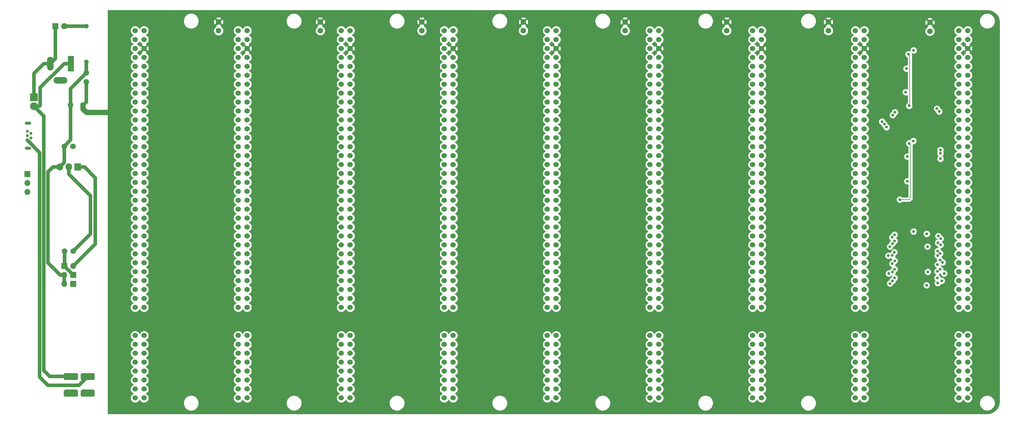
<source format=gbr>
G04 #@! TF.GenerationSoftware,KiCad,Pcbnew,(5.1.5-0-10_14)*
G04 #@! TF.CreationDate,2021-06-26T23:08:53+01:00*
G04 #@! TF.ProjectId,roscbus04,726f7363-6275-4733-9034-2e6b69636164,rev?*
G04 #@! TF.SameCoordinates,Original*
G04 #@! TF.FileFunction,Copper,L4,Bot*
G04 #@! TF.FilePolarity,Positive*
%FSLAX46Y46*%
G04 Gerber Fmt 4.6, Leading zero omitted, Abs format (unit mm)*
G04 Created by KiCad (PCBNEW (5.1.5-0-10_14)) date 2021-06-26 23:08:53*
%MOMM*%
%LPD*%
G04 APERTURE LIST*
%ADD10C,1.600000*%
%ADD11C,1.524000*%
%ADD12O,1.905000X2.000000*%
%ADD13R,1.905000X2.000000*%
%ADD14C,0.100000*%
%ADD15C,1.320800*%
%ADD16C,1.800000*%
%ADD17R,1.800000X1.800000*%
%ADD18O,1.700000X1.700000*%
%ADD19R,1.700000X1.700000*%
%ADD20C,2.200000*%
%ADD21R,2.200000X2.200000*%
%ADD22R,1.800000X4.400000*%
%ADD23O,1.800000X4.000000*%
%ADD24O,4.000000X1.800000*%
%ADD25O,1.850000X0.850000*%
%ADD26C,0.840000*%
%ADD27R,0.840000X0.840000*%
%ADD28C,1.600200*%
%ADD29C,0.800000*%
%ADD30C,0.160000*%
%ADD31C,1.000000*%
%ADD32C,1.500000*%
%ADD33C,0.254000*%
G04 APERTURE END LIST*
D10*
X67305000Y-41915000D03*
X67305000Y-44415000D03*
X96207500Y-41915000D03*
X96207500Y-44415000D03*
X125110000Y-41915000D03*
X125110000Y-44415000D03*
X154012500Y-41915000D03*
X154012500Y-44415000D03*
D11*
X43567000Y-131152000D03*
X46107000Y-131152000D03*
X43567000Y-133692000D03*
X46107000Y-133692000D03*
X43567000Y-136232000D03*
X46107000Y-136232000D03*
X43567000Y-138772000D03*
X46107000Y-138772000D03*
X43567000Y-141312000D03*
X46107000Y-141312000D03*
X43567000Y-143852000D03*
X46107000Y-143852000D03*
X43567000Y-146392000D03*
X46107000Y-146392000D03*
X43567000Y-148932000D03*
X46107000Y-148932000D03*
X46107000Y-123132000D03*
X43567000Y-123132000D03*
X46107000Y-120592000D03*
X43567000Y-120592000D03*
X43567000Y-44392000D03*
X46107000Y-44392000D03*
X43567000Y-46932000D03*
X46107000Y-46932000D03*
X43567000Y-49472000D03*
X46107000Y-49472000D03*
X43567000Y-52012000D03*
X46107000Y-52012000D03*
X43567000Y-54552000D03*
X46107000Y-54552000D03*
X43567000Y-57092000D03*
X46107000Y-57092000D03*
X43567000Y-59632000D03*
X46107000Y-59632000D03*
X43567000Y-62172000D03*
X46107000Y-62172000D03*
X43567000Y-64712000D03*
X46107000Y-64712000D03*
X43567000Y-67252000D03*
X46107000Y-67252000D03*
X43567000Y-69792000D03*
X46107000Y-69792000D03*
X43567000Y-72332000D03*
X46107000Y-72332000D03*
X43567000Y-74872000D03*
X46107000Y-74872000D03*
X43567000Y-77412000D03*
X46107000Y-77412000D03*
X43567000Y-79952000D03*
X46107000Y-79952000D03*
X43567000Y-82492000D03*
X46107000Y-82492000D03*
X43567000Y-85032000D03*
X46107000Y-85032000D03*
X43567000Y-87572000D03*
X46107000Y-87572000D03*
X43567000Y-90112000D03*
X46107000Y-90112000D03*
X43567000Y-92652000D03*
X46107000Y-92652000D03*
X43567000Y-95192000D03*
X46107000Y-95192000D03*
X43567000Y-97732000D03*
X46107000Y-97732000D03*
X43567000Y-100272000D03*
X46107000Y-100272000D03*
X43567000Y-102812000D03*
X46107000Y-102812000D03*
X43567000Y-105352000D03*
X46107000Y-105352000D03*
X43567000Y-107892000D03*
X46107000Y-107892000D03*
X43567000Y-110432000D03*
X46107000Y-110432000D03*
X43567000Y-112972000D03*
X46107000Y-112972000D03*
X43567000Y-115512000D03*
X46107000Y-115512000D03*
X43567000Y-118052000D03*
X46107000Y-118052000D03*
X72867000Y-131152000D03*
X75407000Y-131152000D03*
X72867000Y-133692000D03*
X75407000Y-133692000D03*
X72867000Y-136232000D03*
X75407000Y-136232000D03*
X72867000Y-138772000D03*
X75407000Y-138772000D03*
X72867000Y-141312000D03*
X75407000Y-141312000D03*
X72867000Y-143852000D03*
X75407000Y-143852000D03*
X72867000Y-146392000D03*
X75407000Y-146392000D03*
X72867000Y-148932000D03*
X75407000Y-148932000D03*
X75407000Y-123132000D03*
X72867000Y-123132000D03*
X75407000Y-120592000D03*
X72867000Y-120592000D03*
X72867000Y-44392000D03*
X75407000Y-44392000D03*
X72867000Y-46932000D03*
X75407000Y-46932000D03*
X72867000Y-49472000D03*
X75407000Y-49472000D03*
X72867000Y-52012000D03*
X75407000Y-52012000D03*
X72867000Y-54552000D03*
X75407000Y-54552000D03*
X72867000Y-57092000D03*
X75407000Y-57092000D03*
X72867000Y-59632000D03*
X75407000Y-59632000D03*
X72867000Y-62172000D03*
X75407000Y-62172000D03*
X72867000Y-64712000D03*
X75407000Y-64712000D03*
X72867000Y-67252000D03*
X75407000Y-67252000D03*
X72867000Y-69792000D03*
X75407000Y-69792000D03*
X72867000Y-72332000D03*
X75407000Y-72332000D03*
X72867000Y-74872000D03*
X75407000Y-74872000D03*
X72867000Y-77412000D03*
X75407000Y-77412000D03*
X72867000Y-79952000D03*
X75407000Y-79952000D03*
X72867000Y-82492000D03*
X75407000Y-82492000D03*
X72867000Y-85032000D03*
X75407000Y-85032000D03*
X72867000Y-87572000D03*
X75407000Y-87572000D03*
X72867000Y-90112000D03*
X75407000Y-90112000D03*
X72867000Y-92652000D03*
X75407000Y-92652000D03*
X72867000Y-95192000D03*
X75407000Y-95192000D03*
X72867000Y-97732000D03*
X75407000Y-97732000D03*
X72867000Y-100272000D03*
X75407000Y-100272000D03*
X72867000Y-102812000D03*
X75407000Y-102812000D03*
X72867000Y-105352000D03*
X75407000Y-105352000D03*
X72867000Y-107892000D03*
X75407000Y-107892000D03*
X72867000Y-110432000D03*
X75407000Y-110432000D03*
X72867000Y-112972000D03*
X75407000Y-112972000D03*
X72867000Y-115512000D03*
X75407000Y-115512000D03*
X72867000Y-118052000D03*
X75407000Y-118052000D03*
X102167000Y-131152000D03*
X104707000Y-131152000D03*
X102167000Y-133692000D03*
X104707000Y-133692000D03*
X102167000Y-136232000D03*
X104707000Y-136232000D03*
X102167000Y-138772000D03*
X104707000Y-138772000D03*
X102167000Y-141312000D03*
X104707000Y-141312000D03*
X102167000Y-143852000D03*
X104707000Y-143852000D03*
X102167000Y-146392000D03*
X104707000Y-146392000D03*
X102167000Y-148932000D03*
X104707000Y-148932000D03*
X104707000Y-123132000D03*
X102167000Y-123132000D03*
X104707000Y-120592000D03*
X102167000Y-120592000D03*
X102167000Y-44392000D03*
X104707000Y-44392000D03*
X102167000Y-46932000D03*
X104707000Y-46932000D03*
X102167000Y-49472000D03*
X104707000Y-49472000D03*
X102167000Y-52012000D03*
X104707000Y-52012000D03*
X102167000Y-54552000D03*
X104707000Y-54552000D03*
X102167000Y-57092000D03*
X104707000Y-57092000D03*
X102167000Y-59632000D03*
X104707000Y-59632000D03*
X102167000Y-62172000D03*
X104707000Y-62172000D03*
X102167000Y-64712000D03*
X104707000Y-64712000D03*
X102167000Y-67252000D03*
X104707000Y-67252000D03*
X102167000Y-69792000D03*
X104707000Y-69792000D03*
X102167000Y-72332000D03*
X104707000Y-72332000D03*
X102167000Y-74872000D03*
X104707000Y-74872000D03*
X102167000Y-77412000D03*
X104707000Y-77412000D03*
X102167000Y-79952000D03*
X104707000Y-79952000D03*
X102167000Y-82492000D03*
X104707000Y-82492000D03*
X102167000Y-85032000D03*
X104707000Y-85032000D03*
X102167000Y-87572000D03*
X104707000Y-87572000D03*
X102167000Y-90112000D03*
X104707000Y-90112000D03*
X102167000Y-92652000D03*
X104707000Y-92652000D03*
X102167000Y-95192000D03*
X104707000Y-95192000D03*
X102167000Y-97732000D03*
X104707000Y-97732000D03*
X102167000Y-100272000D03*
X104707000Y-100272000D03*
X102167000Y-102812000D03*
X104707000Y-102812000D03*
X102167000Y-105352000D03*
X104707000Y-105352000D03*
X102167000Y-107892000D03*
X104707000Y-107892000D03*
X102167000Y-110432000D03*
X104707000Y-110432000D03*
X102167000Y-112972000D03*
X104707000Y-112972000D03*
X102167000Y-115512000D03*
X104707000Y-115512000D03*
X102167000Y-118052000D03*
X104707000Y-118052000D03*
X131467000Y-131152000D03*
X134007000Y-131152000D03*
X131467000Y-133692000D03*
X134007000Y-133692000D03*
X131467000Y-136232000D03*
X134007000Y-136232000D03*
X131467000Y-138772000D03*
X134007000Y-138772000D03*
X131467000Y-141312000D03*
X134007000Y-141312000D03*
X131467000Y-143852000D03*
X134007000Y-143852000D03*
X131467000Y-146392000D03*
X134007000Y-146392000D03*
X131467000Y-148932000D03*
X134007000Y-148932000D03*
X134007000Y-123132000D03*
X131467000Y-123132000D03*
X134007000Y-120592000D03*
X131467000Y-120592000D03*
X131467000Y-44392000D03*
X134007000Y-44392000D03*
X131467000Y-46932000D03*
X134007000Y-46932000D03*
X131467000Y-49472000D03*
X134007000Y-49472000D03*
X131467000Y-52012000D03*
X134007000Y-52012000D03*
X131467000Y-54552000D03*
X134007000Y-54552000D03*
X131467000Y-57092000D03*
X134007000Y-57092000D03*
X131467000Y-59632000D03*
X134007000Y-59632000D03*
X131467000Y-62172000D03*
X134007000Y-62172000D03*
X131467000Y-64712000D03*
X134007000Y-64712000D03*
X131467000Y-67252000D03*
X134007000Y-67252000D03*
X131467000Y-69792000D03*
X134007000Y-69792000D03*
X131467000Y-72332000D03*
X134007000Y-72332000D03*
X131467000Y-74872000D03*
X134007000Y-74872000D03*
X131467000Y-77412000D03*
X134007000Y-77412000D03*
X131467000Y-79952000D03*
X134007000Y-79952000D03*
X131467000Y-82492000D03*
X134007000Y-82492000D03*
X131467000Y-85032000D03*
X134007000Y-85032000D03*
X131467000Y-87572000D03*
X134007000Y-87572000D03*
X131467000Y-90112000D03*
X134007000Y-90112000D03*
X131467000Y-92652000D03*
X134007000Y-92652000D03*
X131467000Y-95192000D03*
X134007000Y-95192000D03*
X131467000Y-97732000D03*
X134007000Y-97732000D03*
X131467000Y-100272000D03*
X134007000Y-100272000D03*
X131467000Y-102812000D03*
X134007000Y-102812000D03*
X131467000Y-105352000D03*
X134007000Y-105352000D03*
X131467000Y-107892000D03*
X134007000Y-107892000D03*
X131467000Y-110432000D03*
X134007000Y-110432000D03*
X131467000Y-112972000D03*
X134007000Y-112972000D03*
X131467000Y-115512000D03*
X134007000Y-115512000D03*
X131467000Y-118052000D03*
X134007000Y-118052000D03*
X250937000Y-123132000D03*
X248397000Y-123132000D03*
X250937000Y-120592000D03*
X248397000Y-120592000D03*
X248397000Y-44392000D03*
X250937000Y-44392000D03*
X248397000Y-46932000D03*
X250937000Y-46932000D03*
X248397000Y-49472000D03*
X250937000Y-49472000D03*
X248397000Y-52012000D03*
X250937000Y-52012000D03*
X248397000Y-54552000D03*
X250937000Y-54552000D03*
X248397000Y-57092000D03*
X250937000Y-57092000D03*
X248397000Y-59632000D03*
X250937000Y-59632000D03*
X248397000Y-62172000D03*
X250937000Y-62172000D03*
X248397000Y-64712000D03*
X250937000Y-64712000D03*
X248397000Y-67252000D03*
X250937000Y-67252000D03*
X248397000Y-69792000D03*
X250937000Y-69792000D03*
X248397000Y-72332000D03*
X250937000Y-72332000D03*
X248397000Y-74872000D03*
X250937000Y-74872000D03*
X248397000Y-77412000D03*
X250937000Y-77412000D03*
X248397000Y-79952000D03*
X250937000Y-79952000D03*
X248397000Y-82492000D03*
X250937000Y-82492000D03*
X248397000Y-85032000D03*
X250937000Y-85032000D03*
X248397000Y-87572000D03*
X250937000Y-87572000D03*
X248397000Y-90112000D03*
X250937000Y-90112000D03*
X248397000Y-92652000D03*
X250937000Y-92652000D03*
X248397000Y-95192000D03*
X250937000Y-95192000D03*
X248397000Y-97732000D03*
X250937000Y-97732000D03*
X248397000Y-100272000D03*
X250937000Y-100272000D03*
X248397000Y-102812000D03*
X250937000Y-102812000D03*
X248397000Y-105352000D03*
X250937000Y-105352000D03*
X248397000Y-107892000D03*
X250937000Y-107892000D03*
X248397000Y-110432000D03*
X250937000Y-110432000D03*
X248397000Y-112972000D03*
X250937000Y-112972000D03*
X248397000Y-115512000D03*
X250937000Y-115512000D03*
X248397000Y-118052000D03*
X250937000Y-118052000D03*
X277823000Y-131152000D03*
X280363000Y-131152000D03*
X277823000Y-133692000D03*
X280363000Y-133692000D03*
X277823000Y-136232000D03*
X280363000Y-136232000D03*
X277823000Y-138772000D03*
X280363000Y-138772000D03*
X277823000Y-141312000D03*
X280363000Y-141312000D03*
X277823000Y-143852000D03*
X280363000Y-143852000D03*
X277823000Y-146392000D03*
X280363000Y-146392000D03*
X277823000Y-148932000D03*
X280363000Y-148932000D03*
X280363000Y-123132000D03*
X277823000Y-123132000D03*
X280363000Y-120592000D03*
X277823000Y-120592000D03*
X277823000Y-44392000D03*
X280363000Y-44392000D03*
X277823000Y-46932000D03*
X280363000Y-46932000D03*
X277823000Y-49472000D03*
X280363000Y-49472000D03*
X277823000Y-52012000D03*
X280363000Y-52012000D03*
X277823000Y-54552000D03*
X280363000Y-54552000D03*
X277823000Y-57092000D03*
X280363000Y-57092000D03*
X277823000Y-59632000D03*
X280363000Y-59632000D03*
X277823000Y-62172000D03*
X280363000Y-62172000D03*
X277823000Y-64712000D03*
X280363000Y-64712000D03*
X277823000Y-67252000D03*
X280363000Y-67252000D03*
X277823000Y-69792000D03*
X280363000Y-69792000D03*
X277823000Y-72332000D03*
X280363000Y-72332000D03*
X277823000Y-74872000D03*
X280363000Y-74872000D03*
X277823000Y-77412000D03*
X280363000Y-77412000D03*
X277823000Y-79952000D03*
X280363000Y-79952000D03*
X277823000Y-82492000D03*
X280363000Y-82492000D03*
X277823000Y-85032000D03*
X280363000Y-85032000D03*
X277823000Y-87572000D03*
X280363000Y-87572000D03*
X277823000Y-90112000D03*
X280363000Y-90112000D03*
X277823000Y-92652000D03*
X280363000Y-92652000D03*
X277823000Y-95192000D03*
X280363000Y-95192000D03*
X277823000Y-97732000D03*
X280363000Y-97732000D03*
X277823000Y-100272000D03*
X280363000Y-100272000D03*
X277823000Y-102812000D03*
X280363000Y-102812000D03*
X277823000Y-105352000D03*
X280363000Y-105352000D03*
X277823000Y-107892000D03*
X280363000Y-107892000D03*
X277823000Y-110432000D03*
X280363000Y-110432000D03*
X277823000Y-112972000D03*
X280363000Y-112972000D03*
X277823000Y-115512000D03*
X280363000Y-115512000D03*
X277823000Y-118052000D03*
X280363000Y-118052000D03*
D12*
X22120000Y-83200000D03*
X24660000Y-83200000D03*
D13*
X27200000Y-83200000D03*
G04 #@! TA.AperFunction,ComponentPad*
D14*
G36*
X31644009Y-141832408D02*
G01*
X31692545Y-141839607D01*
X31740142Y-141851530D01*
X31786342Y-141868060D01*
X31830698Y-141889039D01*
X31872785Y-141914265D01*
X31912197Y-141943495D01*
X31948553Y-141976447D01*
X31981505Y-142012803D01*
X32010735Y-142052215D01*
X32035961Y-142094302D01*
X32056940Y-142138658D01*
X32073470Y-142184858D01*
X32085393Y-142232455D01*
X32092592Y-142280991D01*
X32095000Y-142330000D01*
X32095000Y-143330000D01*
X32092592Y-143379009D01*
X32085393Y-143427545D01*
X32073470Y-143475142D01*
X32056940Y-143521342D01*
X32035961Y-143565698D01*
X32010735Y-143607785D01*
X31981505Y-143647197D01*
X31948553Y-143683553D01*
X31912197Y-143716505D01*
X31872785Y-143745735D01*
X31830698Y-143770961D01*
X31786342Y-143791940D01*
X31740142Y-143808470D01*
X31692545Y-143820393D01*
X31644009Y-143827592D01*
X31595000Y-143830000D01*
X28595000Y-143830000D01*
X28545991Y-143827592D01*
X28497455Y-143820393D01*
X28449858Y-143808470D01*
X28403658Y-143791940D01*
X28359302Y-143770961D01*
X28317215Y-143745735D01*
X28277803Y-143716505D01*
X28241447Y-143683553D01*
X28208495Y-143647197D01*
X28179265Y-143607785D01*
X28154039Y-143565698D01*
X28133060Y-143521342D01*
X28116530Y-143475142D01*
X28104607Y-143427545D01*
X28097408Y-143379009D01*
X28095000Y-143330000D01*
X28095000Y-142330000D01*
X28097408Y-142280991D01*
X28104607Y-142232455D01*
X28116530Y-142184858D01*
X28133060Y-142138658D01*
X28154039Y-142094302D01*
X28179265Y-142052215D01*
X28208495Y-142012803D01*
X28241447Y-141976447D01*
X28277803Y-141943495D01*
X28317215Y-141914265D01*
X28359302Y-141889039D01*
X28403658Y-141868060D01*
X28449858Y-141851530D01*
X28497455Y-141839607D01*
X28545991Y-141832408D01*
X28595000Y-141830000D01*
X31595000Y-141830000D01*
X31644009Y-141832408D01*
G37*
G04 #@! TD.AperFunction*
G04 #@! TA.AperFunction,ComponentPad*
G36*
X26844009Y-141832408D02*
G01*
X26892545Y-141839607D01*
X26940142Y-141851530D01*
X26986342Y-141868060D01*
X27030698Y-141889039D01*
X27072785Y-141914265D01*
X27112197Y-141943495D01*
X27148553Y-141976447D01*
X27181505Y-142012803D01*
X27210735Y-142052215D01*
X27235961Y-142094302D01*
X27256940Y-142138658D01*
X27273470Y-142184858D01*
X27285393Y-142232455D01*
X27292592Y-142280991D01*
X27295000Y-142330000D01*
X27295000Y-143330000D01*
X27292592Y-143379009D01*
X27285393Y-143427545D01*
X27273470Y-143475142D01*
X27256940Y-143521342D01*
X27235961Y-143565698D01*
X27210735Y-143607785D01*
X27181505Y-143647197D01*
X27148553Y-143683553D01*
X27112197Y-143716505D01*
X27072785Y-143745735D01*
X27030698Y-143770961D01*
X26986342Y-143791940D01*
X26940142Y-143808470D01*
X26892545Y-143820393D01*
X26844009Y-143827592D01*
X26795000Y-143830000D01*
X23795000Y-143830000D01*
X23745991Y-143827592D01*
X23697455Y-143820393D01*
X23649858Y-143808470D01*
X23603658Y-143791940D01*
X23559302Y-143770961D01*
X23517215Y-143745735D01*
X23477803Y-143716505D01*
X23441447Y-143683553D01*
X23408495Y-143647197D01*
X23379265Y-143607785D01*
X23354039Y-143565698D01*
X23333060Y-143521342D01*
X23316530Y-143475142D01*
X23304607Y-143427545D01*
X23297408Y-143379009D01*
X23295000Y-143330000D01*
X23295000Y-142330000D01*
X23297408Y-142280991D01*
X23304607Y-142232455D01*
X23316530Y-142184858D01*
X23333060Y-142138658D01*
X23354039Y-142094302D01*
X23379265Y-142052215D01*
X23408495Y-142012803D01*
X23441447Y-141976447D01*
X23477803Y-141943495D01*
X23517215Y-141914265D01*
X23559302Y-141889039D01*
X23603658Y-141868060D01*
X23649858Y-141851530D01*
X23697455Y-141839607D01*
X23745991Y-141832408D01*
X23795000Y-141830000D01*
X26795000Y-141830000D01*
X26844009Y-141832408D01*
G37*
G04 #@! TD.AperFunction*
G04 #@! TA.AperFunction,ComponentPad*
G36*
X26844009Y-146562408D02*
G01*
X26892545Y-146569607D01*
X26940142Y-146581530D01*
X26986342Y-146598060D01*
X27030698Y-146619039D01*
X27072785Y-146644265D01*
X27112197Y-146673495D01*
X27148553Y-146706447D01*
X27181505Y-146742803D01*
X27210735Y-146782215D01*
X27235961Y-146824302D01*
X27256940Y-146868658D01*
X27273470Y-146914858D01*
X27285393Y-146962455D01*
X27292592Y-147010991D01*
X27295000Y-147060000D01*
X27295000Y-148060000D01*
X27292592Y-148109009D01*
X27285393Y-148157545D01*
X27273470Y-148205142D01*
X27256940Y-148251342D01*
X27235961Y-148295698D01*
X27210735Y-148337785D01*
X27181505Y-148377197D01*
X27148553Y-148413553D01*
X27112197Y-148446505D01*
X27072785Y-148475735D01*
X27030698Y-148500961D01*
X26986342Y-148521940D01*
X26940142Y-148538470D01*
X26892545Y-148550393D01*
X26844009Y-148557592D01*
X26795000Y-148560000D01*
X23795000Y-148560000D01*
X23745991Y-148557592D01*
X23697455Y-148550393D01*
X23649858Y-148538470D01*
X23603658Y-148521940D01*
X23559302Y-148500961D01*
X23517215Y-148475735D01*
X23477803Y-148446505D01*
X23441447Y-148413553D01*
X23408495Y-148377197D01*
X23379265Y-148337785D01*
X23354039Y-148295698D01*
X23333060Y-148251342D01*
X23316530Y-148205142D01*
X23304607Y-148157545D01*
X23297408Y-148109009D01*
X23295000Y-148060000D01*
X23295000Y-147060000D01*
X23297408Y-147010991D01*
X23304607Y-146962455D01*
X23316530Y-146914858D01*
X23333060Y-146868658D01*
X23354039Y-146824302D01*
X23379265Y-146782215D01*
X23408495Y-146742803D01*
X23441447Y-146706447D01*
X23477803Y-146673495D01*
X23517215Y-146644265D01*
X23559302Y-146619039D01*
X23603658Y-146598060D01*
X23649858Y-146581530D01*
X23697455Y-146569607D01*
X23745991Y-146562408D01*
X23795000Y-146560000D01*
X26795000Y-146560000D01*
X26844009Y-146562408D01*
G37*
G04 #@! TD.AperFunction*
G04 #@! TA.AperFunction,ComponentPad*
G36*
X31644009Y-146562408D02*
G01*
X31692545Y-146569607D01*
X31740142Y-146581530D01*
X31786342Y-146598060D01*
X31830698Y-146619039D01*
X31872785Y-146644265D01*
X31912197Y-146673495D01*
X31948553Y-146706447D01*
X31981505Y-146742803D01*
X32010735Y-146782215D01*
X32035961Y-146824302D01*
X32056940Y-146868658D01*
X32073470Y-146914858D01*
X32085393Y-146962455D01*
X32092592Y-147010991D01*
X32095000Y-147060000D01*
X32095000Y-148060000D01*
X32092592Y-148109009D01*
X32085393Y-148157545D01*
X32073470Y-148205142D01*
X32056940Y-148251342D01*
X32035961Y-148295698D01*
X32010735Y-148337785D01*
X31981505Y-148377197D01*
X31948553Y-148413553D01*
X31912197Y-148446505D01*
X31872785Y-148475735D01*
X31830698Y-148500961D01*
X31786342Y-148521940D01*
X31740142Y-148538470D01*
X31692545Y-148550393D01*
X31644009Y-148557592D01*
X31595000Y-148560000D01*
X28595000Y-148560000D01*
X28545991Y-148557592D01*
X28497455Y-148550393D01*
X28449858Y-148538470D01*
X28403658Y-148521940D01*
X28359302Y-148500961D01*
X28317215Y-148475735D01*
X28277803Y-148446505D01*
X28241447Y-148413553D01*
X28208495Y-148377197D01*
X28179265Y-148337785D01*
X28154039Y-148295698D01*
X28133060Y-148251342D01*
X28116530Y-148205142D01*
X28104607Y-148157545D01*
X28097408Y-148109009D01*
X28095000Y-148060000D01*
X28095000Y-147060000D01*
X28097408Y-147010991D01*
X28104607Y-146962455D01*
X28116530Y-146914858D01*
X28133060Y-146868658D01*
X28154039Y-146824302D01*
X28179265Y-146782215D01*
X28208495Y-146742803D01*
X28241447Y-146706447D01*
X28277803Y-146673495D01*
X28317215Y-146644265D01*
X28359302Y-146619039D01*
X28403658Y-146598060D01*
X28449858Y-146581530D01*
X28497455Y-146569607D01*
X28545991Y-146562408D01*
X28595000Y-146560000D01*
X31595000Y-146560000D01*
X31644009Y-146562408D01*
G37*
G04 #@! TD.AperFunction*
D15*
X29660000Y-43137000D03*
X29660000Y-53297000D03*
D16*
X23425000Y-43140000D03*
D17*
X20885000Y-43140000D03*
D18*
X25955000Y-111390000D03*
D19*
X23415000Y-111390000D03*
D18*
X23415000Y-113940000D03*
D19*
X25955000Y-113940000D03*
D18*
X23415000Y-116465000D03*
D19*
X25955000Y-116465000D03*
D18*
X12920000Y-90310000D03*
X12920000Y-87770000D03*
D19*
X12920000Y-85230000D03*
D20*
X14785000Y-65890000D03*
D21*
X14785000Y-63350000D03*
D22*
X25285000Y-53780000D03*
D23*
X19485000Y-53780000D03*
D24*
X22285000Y-58580000D03*
D25*
X13135000Y-70715000D03*
X13135000Y-77865000D03*
D26*
X12915000Y-72990000D03*
X13915000Y-73640000D03*
X12915000Y-74290000D03*
X13915000Y-74940000D03*
D27*
X12915000Y-75590000D03*
D10*
X25910000Y-77320000D03*
X23410000Y-77320000D03*
X29660000Y-58951000D03*
X29660000Y-56451000D03*
X269615000Y-42073000D03*
X269615000Y-44573000D03*
X240720000Y-41915000D03*
X240720000Y-44415000D03*
X211817500Y-41915000D03*
X211817500Y-44415000D03*
X182915000Y-41915000D03*
X182915000Y-44415000D03*
X25974000Y-107121000D03*
X23474000Y-107121000D03*
D28*
X28778000Y-65600000D03*
X25222000Y-65600000D03*
D11*
X248397000Y-131152000D03*
X250937000Y-131152000D03*
X248397000Y-133692000D03*
X250937000Y-133692000D03*
X248397000Y-136232000D03*
X250937000Y-136232000D03*
X248397000Y-138772000D03*
X250937000Y-138772000D03*
X248397000Y-141312000D03*
X250937000Y-141312000D03*
X248397000Y-143852000D03*
X250937000Y-143852000D03*
X248397000Y-146392000D03*
X250937000Y-146392000D03*
X248397000Y-148932000D03*
X250937000Y-148932000D03*
X219187000Y-131152000D03*
X221727000Y-131152000D03*
X219187000Y-133692000D03*
X221727000Y-133692000D03*
X219187000Y-136232000D03*
X221727000Y-136232000D03*
X219187000Y-138772000D03*
X221727000Y-138772000D03*
X219187000Y-141312000D03*
X221727000Y-141312000D03*
X219187000Y-143852000D03*
X221727000Y-143852000D03*
X219187000Y-146392000D03*
X221727000Y-146392000D03*
X219187000Y-148932000D03*
X221727000Y-148932000D03*
X221727000Y-123132000D03*
X219187000Y-123132000D03*
X221727000Y-120592000D03*
X219187000Y-120592000D03*
X219187000Y-44392000D03*
X221727000Y-44392000D03*
X219187000Y-46932000D03*
X221727000Y-46932000D03*
X219187000Y-49472000D03*
X221727000Y-49472000D03*
X219187000Y-52012000D03*
X221727000Y-52012000D03*
X219187000Y-54552000D03*
X221727000Y-54552000D03*
X219187000Y-57092000D03*
X221727000Y-57092000D03*
X219187000Y-59632000D03*
X221727000Y-59632000D03*
X219187000Y-62172000D03*
X221727000Y-62172000D03*
X219187000Y-64712000D03*
X221727000Y-64712000D03*
X219187000Y-67252000D03*
X221727000Y-67252000D03*
X219187000Y-69792000D03*
X221727000Y-69792000D03*
X219187000Y-72332000D03*
X221727000Y-72332000D03*
X219187000Y-74872000D03*
X221727000Y-74872000D03*
X219187000Y-77412000D03*
X221727000Y-77412000D03*
X219187000Y-79952000D03*
X221727000Y-79952000D03*
X219187000Y-82492000D03*
X221727000Y-82492000D03*
X219187000Y-85032000D03*
X221727000Y-85032000D03*
X219187000Y-87572000D03*
X221727000Y-87572000D03*
X219187000Y-90112000D03*
X221727000Y-90112000D03*
X219187000Y-92652000D03*
X221727000Y-92652000D03*
X219187000Y-95192000D03*
X221727000Y-95192000D03*
X219187000Y-97732000D03*
X221727000Y-97732000D03*
X219187000Y-100272000D03*
X221727000Y-100272000D03*
X219187000Y-102812000D03*
X221727000Y-102812000D03*
X219187000Y-105352000D03*
X221727000Y-105352000D03*
X219187000Y-107892000D03*
X221727000Y-107892000D03*
X219187000Y-110432000D03*
X221727000Y-110432000D03*
X219187000Y-112972000D03*
X221727000Y-112972000D03*
X219187000Y-115512000D03*
X221727000Y-115512000D03*
X219187000Y-118052000D03*
X221727000Y-118052000D03*
X189977000Y-131152000D03*
X192517000Y-131152000D03*
X189977000Y-133692000D03*
X192517000Y-133692000D03*
X189977000Y-136232000D03*
X192517000Y-136232000D03*
X189977000Y-138772000D03*
X192517000Y-138772000D03*
X189977000Y-141312000D03*
X192517000Y-141312000D03*
X189977000Y-143852000D03*
X192517000Y-143852000D03*
X189977000Y-146392000D03*
X192517000Y-146392000D03*
X189977000Y-148932000D03*
X192517000Y-148932000D03*
X192517000Y-123132000D03*
X189977000Y-123132000D03*
X192517000Y-120592000D03*
X189977000Y-120592000D03*
X189977000Y-44392000D03*
X192517000Y-44392000D03*
X189977000Y-46932000D03*
X192517000Y-46932000D03*
X189977000Y-49472000D03*
X192517000Y-49472000D03*
X189977000Y-52012000D03*
X192517000Y-52012000D03*
X189977000Y-54552000D03*
X192517000Y-54552000D03*
X189977000Y-57092000D03*
X192517000Y-57092000D03*
X189977000Y-59632000D03*
X192517000Y-59632000D03*
X189977000Y-62172000D03*
X192517000Y-62172000D03*
X189977000Y-64712000D03*
X192517000Y-64712000D03*
X189977000Y-67252000D03*
X192517000Y-67252000D03*
X189977000Y-69792000D03*
X192517000Y-69792000D03*
X189977000Y-72332000D03*
X192517000Y-72332000D03*
X189977000Y-74872000D03*
X192517000Y-74872000D03*
X189977000Y-77412000D03*
X192517000Y-77412000D03*
X189977000Y-79952000D03*
X192517000Y-79952000D03*
X189977000Y-82492000D03*
X192517000Y-82492000D03*
X189977000Y-85032000D03*
X192517000Y-85032000D03*
X189977000Y-87572000D03*
X192517000Y-87572000D03*
X189977000Y-90112000D03*
X192517000Y-90112000D03*
X189977000Y-92652000D03*
X192517000Y-92652000D03*
X189977000Y-95192000D03*
X192517000Y-95192000D03*
X189977000Y-97732000D03*
X192517000Y-97732000D03*
X189977000Y-100272000D03*
X192517000Y-100272000D03*
X189977000Y-102812000D03*
X192517000Y-102812000D03*
X189977000Y-105352000D03*
X192517000Y-105352000D03*
X189977000Y-107892000D03*
X192517000Y-107892000D03*
X189977000Y-110432000D03*
X192517000Y-110432000D03*
X189977000Y-112972000D03*
X192517000Y-112972000D03*
X189977000Y-115512000D03*
X192517000Y-115512000D03*
X189977000Y-118052000D03*
X192517000Y-118052000D03*
X160767000Y-131152000D03*
X163307000Y-131152000D03*
X160767000Y-133692000D03*
X163307000Y-133692000D03*
X160767000Y-136232000D03*
X163307000Y-136232000D03*
X160767000Y-138772000D03*
X163307000Y-138772000D03*
X160767000Y-141312000D03*
X163307000Y-141312000D03*
X160767000Y-143852000D03*
X163307000Y-143852000D03*
X160767000Y-146392000D03*
X163307000Y-146392000D03*
X160767000Y-148932000D03*
X163307000Y-148932000D03*
X163307000Y-123132000D03*
X160767000Y-123132000D03*
X163307000Y-120592000D03*
X160767000Y-120592000D03*
X160767000Y-44392000D03*
X163307000Y-44392000D03*
X160767000Y-46932000D03*
X163307000Y-46932000D03*
X160767000Y-49472000D03*
X163307000Y-49472000D03*
X160767000Y-52012000D03*
X163307000Y-52012000D03*
X160767000Y-54552000D03*
X163307000Y-54552000D03*
X160767000Y-57092000D03*
X163307000Y-57092000D03*
X160767000Y-59632000D03*
X163307000Y-59632000D03*
X160767000Y-62172000D03*
X163307000Y-62172000D03*
X160767000Y-64712000D03*
X163307000Y-64712000D03*
X160767000Y-67252000D03*
X163307000Y-67252000D03*
X160767000Y-69792000D03*
X163307000Y-69792000D03*
X160767000Y-72332000D03*
X163307000Y-72332000D03*
X160767000Y-74872000D03*
X163307000Y-74872000D03*
X160767000Y-77412000D03*
X163307000Y-77412000D03*
X160767000Y-79952000D03*
X163307000Y-79952000D03*
X160767000Y-82492000D03*
X163307000Y-82492000D03*
X160767000Y-85032000D03*
X163307000Y-85032000D03*
X160767000Y-87572000D03*
X163307000Y-87572000D03*
X160767000Y-90112000D03*
X163307000Y-90112000D03*
X160767000Y-92652000D03*
X163307000Y-92652000D03*
X160767000Y-95192000D03*
X163307000Y-95192000D03*
X160767000Y-97732000D03*
X163307000Y-97732000D03*
X160767000Y-100272000D03*
X163307000Y-100272000D03*
X160767000Y-102812000D03*
X163307000Y-102812000D03*
X160767000Y-105352000D03*
X163307000Y-105352000D03*
X160767000Y-107892000D03*
X163307000Y-107892000D03*
X160767000Y-110432000D03*
X163307000Y-110432000D03*
X160767000Y-112972000D03*
X163307000Y-112972000D03*
X160767000Y-115512000D03*
X163307000Y-115512000D03*
X160767000Y-118052000D03*
X163307000Y-118052000D03*
D29*
X271741000Y-114783000D03*
X272986000Y-115586000D03*
X273656000Y-113503000D03*
X271852000Y-116218500D03*
X271728000Y-112917000D03*
X268661000Y-116855000D03*
X268702000Y-102225000D03*
X272473000Y-112274000D03*
X271785000Y-110994000D03*
X273226980Y-110344731D03*
X272505000Y-109712000D03*
X261040000Y-92468000D03*
X263496000Y-51111000D03*
X263699000Y-65780000D03*
X263685000Y-76473000D03*
X271804000Y-108432000D03*
X272532114Y-107801491D03*
X271848000Y-107128000D03*
X272651353Y-105408330D03*
X271937000Y-104767000D03*
X272639461Y-103579800D03*
X271992000Y-102871000D03*
X272610000Y-78375000D03*
X272612299Y-79334999D03*
X272607000Y-80859000D03*
X272253000Y-67386881D03*
X271613000Y-66608000D03*
X263189000Y-80248000D03*
X263189000Y-87236000D03*
X262701000Y-61908000D03*
X262910000Y-55192000D03*
X264971000Y-50020000D03*
X264911000Y-75782000D03*
X264952000Y-101553000D03*
X269011000Y-113051000D03*
X268917000Y-105848000D03*
X258258000Y-116353000D03*
X258983000Y-115582000D03*
X259578000Y-114783000D03*
X257918000Y-113503000D03*
X258955000Y-113095000D03*
X259578000Y-112274000D03*
X258914000Y-110688000D03*
X259606000Y-109907000D03*
X257806000Y-108432000D03*
X258874000Y-108329000D03*
X259514000Y-107449000D03*
X258233000Y-105848000D03*
X258927000Y-105020000D03*
X259541000Y-104246000D03*
X258900000Y-103205000D03*
X259541000Y-102458000D03*
X259667000Y-67638000D03*
X259027000Y-68419382D03*
X256001258Y-70285238D03*
X256641258Y-71035992D03*
X257283000Y-71876286D03*
D30*
X263895999Y-65583001D02*
X263699000Y-65780000D01*
X263895999Y-51510999D02*
X263895999Y-65583001D01*
X263496000Y-51111000D02*
X263895999Y-51510999D01*
X263768000Y-92468000D02*
X261040000Y-92468000D01*
X264084999Y-76872999D02*
X264084999Y-92151001D01*
X264084999Y-92151001D02*
X263768000Y-92468000D01*
X263685000Y-76473000D02*
X264084999Y-76872999D01*
D31*
X20885000Y-52380000D02*
X19485000Y-53780000D01*
X20885000Y-43140000D02*
X20885000Y-52380000D01*
X14785000Y-61250000D02*
X14785000Y-63350000D01*
X14785000Y-56580000D02*
X14785000Y-61250000D01*
X17585000Y-53780000D02*
X14785000Y-56580000D01*
X19485000Y-53780000D02*
X17585000Y-53780000D01*
X29660000Y-64718000D02*
X28778000Y-65600000D01*
X29660000Y-58951000D02*
X29660000Y-64718000D01*
X24660000Y-85200000D02*
X30845000Y-91385000D01*
X24660000Y-83200000D02*
X24660000Y-85200000D01*
X30845000Y-102250000D02*
X25974000Y-107121000D01*
X30845000Y-91385000D02*
X30845000Y-102250000D01*
D32*
X28778000Y-66731512D02*
X29657488Y-67611000D01*
X28778000Y-65600000D02*
X28778000Y-66731512D01*
X29958488Y-67696000D02*
X35767000Y-67696000D01*
D31*
X29660000Y-53297000D02*
X29660000Y-56451000D01*
X25222000Y-60889000D02*
X25222000Y-65600000D01*
X29660000Y-56451000D02*
X25222000Y-60889000D01*
X25222000Y-75508000D02*
X23410000Y-77320000D01*
X23410000Y-81910000D02*
X22120000Y-83200000D01*
X23410000Y-77320000D02*
X23410000Y-81910000D01*
X20167500Y-83200000D02*
X18735020Y-84632480D01*
X22120000Y-83200000D02*
X20167500Y-83200000D01*
X22212919Y-113940000D02*
X23415000Y-113940000D01*
X18735020Y-110462101D02*
X22212919Y-113940000D01*
X18735020Y-84632480D02*
X18735020Y-110462101D01*
X23415000Y-113940000D02*
X23415000Y-116465000D01*
X25222000Y-65600000D02*
X25222000Y-68868000D01*
X25222000Y-68868000D02*
X25222000Y-75508000D01*
X12915000Y-75590000D02*
X16415000Y-79090000D01*
X16415000Y-79090000D02*
X16415000Y-142990000D01*
X16415000Y-142990000D02*
X18770000Y-145345000D01*
X27580000Y-145345000D02*
X30095000Y-142830000D01*
X18770000Y-145345000D02*
X27580000Y-145345000D01*
X29657000Y-43140000D02*
X29660000Y-43137000D01*
X23425000Y-43140000D02*
X29657000Y-43140000D01*
X23474000Y-111331000D02*
X23415000Y-111390000D01*
X23474000Y-107121000D02*
X23474000Y-111331000D01*
X23415000Y-111400000D02*
X25955000Y-113940000D01*
X23415000Y-111390000D02*
X23415000Y-111400000D01*
X16545001Y-65685633D02*
X16340634Y-65890000D01*
X16340634Y-65890000D02*
X14785000Y-65890000D01*
X23385000Y-53780000D02*
X16545001Y-60619999D01*
X16545001Y-60619999D02*
X16545001Y-65685633D01*
X25285000Y-53780000D02*
X23385000Y-53780000D01*
X23295000Y-142830000D02*
X25295000Y-142830000D01*
X17575010Y-141134010D02*
X19271000Y-142830000D01*
X19271000Y-142830000D02*
X23295000Y-142830000D01*
X17575010Y-68680010D02*
X17575010Y-141134010D01*
X14785000Y-65890000D02*
X17575010Y-68680010D01*
X29152500Y-83200000D02*
X32248000Y-86295500D01*
X27200000Y-83200000D02*
X29152500Y-83200000D01*
X32248000Y-105097000D02*
X25955000Y-111390000D01*
X32248000Y-86295500D02*
X32248000Y-105097000D01*
D33*
G36*
X286648126Y-38726714D02*
G01*
X287271572Y-38914943D01*
X287846579Y-39220681D01*
X288351247Y-39632279D01*
X288766362Y-40134067D01*
X289076105Y-40706924D01*
X289268682Y-41329039D01*
X289340000Y-42007584D01*
X289340001Y-149967711D01*
X289273286Y-150648126D01*
X289085057Y-151271570D01*
X288779323Y-151846573D01*
X288367721Y-152351248D01*
X287865933Y-152766362D01*
X287293077Y-153076104D01*
X286670961Y-153268682D01*
X285992417Y-153340000D01*
X35847000Y-153340000D01*
X35847000Y-131014408D01*
X42170000Y-131014408D01*
X42170000Y-131289592D01*
X42223686Y-131559490D01*
X42328995Y-131813727D01*
X42481880Y-132042535D01*
X42676465Y-132237120D01*
X42905273Y-132390005D01*
X42982515Y-132422000D01*
X42905273Y-132453995D01*
X42676465Y-132606880D01*
X42481880Y-132801465D01*
X42328995Y-133030273D01*
X42223686Y-133284510D01*
X42170000Y-133554408D01*
X42170000Y-133829592D01*
X42223686Y-134099490D01*
X42328995Y-134353727D01*
X42481880Y-134582535D01*
X42676465Y-134777120D01*
X42905273Y-134930005D01*
X42982515Y-134962000D01*
X42905273Y-134993995D01*
X42676465Y-135146880D01*
X42481880Y-135341465D01*
X42328995Y-135570273D01*
X42223686Y-135824510D01*
X42170000Y-136094408D01*
X42170000Y-136369592D01*
X42223686Y-136639490D01*
X42328995Y-136893727D01*
X42481880Y-137122535D01*
X42676465Y-137317120D01*
X42905273Y-137470005D01*
X42982515Y-137502000D01*
X42905273Y-137533995D01*
X42676465Y-137686880D01*
X42481880Y-137881465D01*
X42328995Y-138110273D01*
X42223686Y-138364510D01*
X42170000Y-138634408D01*
X42170000Y-138909592D01*
X42223686Y-139179490D01*
X42328995Y-139433727D01*
X42481880Y-139662535D01*
X42676465Y-139857120D01*
X42905273Y-140010005D01*
X42982515Y-140042000D01*
X42905273Y-140073995D01*
X42676465Y-140226880D01*
X42481880Y-140421465D01*
X42328995Y-140650273D01*
X42223686Y-140904510D01*
X42170000Y-141174408D01*
X42170000Y-141449592D01*
X42223686Y-141719490D01*
X42328995Y-141973727D01*
X42481880Y-142202535D01*
X42676465Y-142397120D01*
X42905273Y-142550005D01*
X42982515Y-142582000D01*
X42905273Y-142613995D01*
X42676465Y-142766880D01*
X42481880Y-142961465D01*
X42328995Y-143190273D01*
X42223686Y-143444510D01*
X42170000Y-143714408D01*
X42170000Y-143989592D01*
X42223686Y-144259490D01*
X42328995Y-144513727D01*
X42481880Y-144742535D01*
X42676465Y-144937120D01*
X42905273Y-145090005D01*
X42982515Y-145122000D01*
X42905273Y-145153995D01*
X42676465Y-145306880D01*
X42481880Y-145501465D01*
X42328995Y-145730273D01*
X42223686Y-145984510D01*
X42170000Y-146254408D01*
X42170000Y-146529592D01*
X42223686Y-146799490D01*
X42328995Y-147053727D01*
X42481880Y-147282535D01*
X42676465Y-147477120D01*
X42905273Y-147630005D01*
X42982515Y-147662000D01*
X42905273Y-147693995D01*
X42676465Y-147846880D01*
X42481880Y-148041465D01*
X42328995Y-148270273D01*
X42223686Y-148524510D01*
X42170000Y-148794408D01*
X42170000Y-149069592D01*
X42223686Y-149339490D01*
X42328995Y-149593727D01*
X42481880Y-149822535D01*
X42676465Y-150017120D01*
X42905273Y-150170005D01*
X43159510Y-150275314D01*
X43429408Y-150329000D01*
X43704592Y-150329000D01*
X43974490Y-150275314D01*
X44228727Y-150170005D01*
X44457535Y-150017120D01*
X44652120Y-149822535D01*
X44805005Y-149593727D01*
X44837000Y-149516485D01*
X44868995Y-149593727D01*
X45021880Y-149822535D01*
X45216465Y-150017120D01*
X45445273Y-150170005D01*
X45699510Y-150275314D01*
X45969408Y-150329000D01*
X46244592Y-150329000D01*
X46514490Y-150275314D01*
X46768727Y-150170005D01*
X46798858Y-150149872D01*
X57252000Y-150149872D01*
X57252000Y-150590128D01*
X57337890Y-151021925D01*
X57506369Y-151428669D01*
X57750962Y-151794729D01*
X58062271Y-152106038D01*
X58428331Y-152350631D01*
X58835075Y-152519110D01*
X59266872Y-152605000D01*
X59707128Y-152605000D01*
X60138925Y-152519110D01*
X60545669Y-152350631D01*
X60911729Y-152106038D01*
X61223038Y-151794729D01*
X61467631Y-151428669D01*
X61636110Y-151021925D01*
X61722000Y-150590128D01*
X61722000Y-150149872D01*
X61636110Y-149718075D01*
X61467631Y-149311331D01*
X61223038Y-148945271D01*
X60911729Y-148633962D01*
X60545669Y-148389369D01*
X60138925Y-148220890D01*
X59707128Y-148135000D01*
X59266872Y-148135000D01*
X58835075Y-148220890D01*
X58428331Y-148389369D01*
X58062271Y-148633962D01*
X57750962Y-148945271D01*
X57506369Y-149311331D01*
X57337890Y-149718075D01*
X57252000Y-150149872D01*
X46798858Y-150149872D01*
X46997535Y-150017120D01*
X47192120Y-149822535D01*
X47345005Y-149593727D01*
X47450314Y-149339490D01*
X47504000Y-149069592D01*
X47504000Y-148794408D01*
X47450314Y-148524510D01*
X47345005Y-148270273D01*
X47192120Y-148041465D01*
X46997535Y-147846880D01*
X46768727Y-147693995D01*
X46691485Y-147662000D01*
X46768727Y-147630005D01*
X46997535Y-147477120D01*
X47192120Y-147282535D01*
X47345005Y-147053727D01*
X47450314Y-146799490D01*
X47504000Y-146529592D01*
X47504000Y-146254408D01*
X47450314Y-145984510D01*
X47345005Y-145730273D01*
X47192120Y-145501465D01*
X46997535Y-145306880D01*
X46768727Y-145153995D01*
X46691485Y-145122000D01*
X46768727Y-145090005D01*
X46997535Y-144937120D01*
X47192120Y-144742535D01*
X47345005Y-144513727D01*
X47450314Y-144259490D01*
X47504000Y-143989592D01*
X47504000Y-143714408D01*
X47450314Y-143444510D01*
X47345005Y-143190273D01*
X47192120Y-142961465D01*
X46997535Y-142766880D01*
X46768727Y-142613995D01*
X46691485Y-142582000D01*
X46768727Y-142550005D01*
X46997535Y-142397120D01*
X47192120Y-142202535D01*
X47345005Y-141973727D01*
X47450314Y-141719490D01*
X47504000Y-141449592D01*
X47504000Y-141174408D01*
X47450314Y-140904510D01*
X47345005Y-140650273D01*
X47192120Y-140421465D01*
X46997535Y-140226880D01*
X46768727Y-140073995D01*
X46691485Y-140042000D01*
X46768727Y-140010005D01*
X46997535Y-139857120D01*
X47192120Y-139662535D01*
X47345005Y-139433727D01*
X47450314Y-139179490D01*
X47504000Y-138909592D01*
X47504000Y-138634408D01*
X47450314Y-138364510D01*
X47345005Y-138110273D01*
X47192120Y-137881465D01*
X46997535Y-137686880D01*
X46768727Y-137533995D01*
X46691485Y-137502000D01*
X46768727Y-137470005D01*
X46997535Y-137317120D01*
X47192120Y-137122535D01*
X47345005Y-136893727D01*
X47450314Y-136639490D01*
X47504000Y-136369592D01*
X47504000Y-136094408D01*
X47450314Y-135824510D01*
X47345005Y-135570273D01*
X47192120Y-135341465D01*
X46997535Y-135146880D01*
X46768727Y-134993995D01*
X46691485Y-134962000D01*
X46768727Y-134930005D01*
X46997535Y-134777120D01*
X47192120Y-134582535D01*
X47345005Y-134353727D01*
X47450314Y-134099490D01*
X47504000Y-133829592D01*
X47504000Y-133554408D01*
X47450314Y-133284510D01*
X47345005Y-133030273D01*
X47192120Y-132801465D01*
X46997535Y-132606880D01*
X46768727Y-132453995D01*
X46691485Y-132422000D01*
X46768727Y-132390005D01*
X46997535Y-132237120D01*
X47192120Y-132042535D01*
X47345005Y-131813727D01*
X47450314Y-131559490D01*
X47504000Y-131289592D01*
X47504000Y-131014408D01*
X71470000Y-131014408D01*
X71470000Y-131289592D01*
X71523686Y-131559490D01*
X71628995Y-131813727D01*
X71781880Y-132042535D01*
X71976465Y-132237120D01*
X72205273Y-132390005D01*
X72282515Y-132422000D01*
X72205273Y-132453995D01*
X71976465Y-132606880D01*
X71781880Y-132801465D01*
X71628995Y-133030273D01*
X71523686Y-133284510D01*
X71470000Y-133554408D01*
X71470000Y-133829592D01*
X71523686Y-134099490D01*
X71628995Y-134353727D01*
X71781880Y-134582535D01*
X71976465Y-134777120D01*
X72205273Y-134930005D01*
X72282515Y-134962000D01*
X72205273Y-134993995D01*
X71976465Y-135146880D01*
X71781880Y-135341465D01*
X71628995Y-135570273D01*
X71523686Y-135824510D01*
X71470000Y-136094408D01*
X71470000Y-136369592D01*
X71523686Y-136639490D01*
X71628995Y-136893727D01*
X71781880Y-137122535D01*
X71976465Y-137317120D01*
X72205273Y-137470005D01*
X72282515Y-137502000D01*
X72205273Y-137533995D01*
X71976465Y-137686880D01*
X71781880Y-137881465D01*
X71628995Y-138110273D01*
X71523686Y-138364510D01*
X71470000Y-138634408D01*
X71470000Y-138909592D01*
X71523686Y-139179490D01*
X71628995Y-139433727D01*
X71781880Y-139662535D01*
X71976465Y-139857120D01*
X72205273Y-140010005D01*
X72282515Y-140042000D01*
X72205273Y-140073995D01*
X71976465Y-140226880D01*
X71781880Y-140421465D01*
X71628995Y-140650273D01*
X71523686Y-140904510D01*
X71470000Y-141174408D01*
X71470000Y-141449592D01*
X71523686Y-141719490D01*
X71628995Y-141973727D01*
X71781880Y-142202535D01*
X71976465Y-142397120D01*
X72205273Y-142550005D01*
X72282515Y-142582000D01*
X72205273Y-142613995D01*
X71976465Y-142766880D01*
X71781880Y-142961465D01*
X71628995Y-143190273D01*
X71523686Y-143444510D01*
X71470000Y-143714408D01*
X71470000Y-143989592D01*
X71523686Y-144259490D01*
X71628995Y-144513727D01*
X71781880Y-144742535D01*
X71976465Y-144937120D01*
X72205273Y-145090005D01*
X72282515Y-145122000D01*
X72205273Y-145153995D01*
X71976465Y-145306880D01*
X71781880Y-145501465D01*
X71628995Y-145730273D01*
X71523686Y-145984510D01*
X71470000Y-146254408D01*
X71470000Y-146529592D01*
X71523686Y-146799490D01*
X71628995Y-147053727D01*
X71781880Y-147282535D01*
X71976465Y-147477120D01*
X72205273Y-147630005D01*
X72282515Y-147662000D01*
X72205273Y-147693995D01*
X71976465Y-147846880D01*
X71781880Y-148041465D01*
X71628995Y-148270273D01*
X71523686Y-148524510D01*
X71470000Y-148794408D01*
X71470000Y-149069592D01*
X71523686Y-149339490D01*
X71628995Y-149593727D01*
X71781880Y-149822535D01*
X71976465Y-150017120D01*
X72205273Y-150170005D01*
X72459510Y-150275314D01*
X72729408Y-150329000D01*
X73004592Y-150329000D01*
X73274490Y-150275314D01*
X73528727Y-150170005D01*
X73757535Y-150017120D01*
X73952120Y-149822535D01*
X74105005Y-149593727D01*
X74137000Y-149516485D01*
X74168995Y-149593727D01*
X74321880Y-149822535D01*
X74516465Y-150017120D01*
X74745273Y-150170005D01*
X74999510Y-150275314D01*
X75269408Y-150329000D01*
X75544592Y-150329000D01*
X75814490Y-150275314D01*
X76068727Y-150170005D01*
X76098858Y-150149872D01*
X86514500Y-150149872D01*
X86514500Y-150590128D01*
X86600390Y-151021925D01*
X86768869Y-151428669D01*
X87013462Y-151794729D01*
X87324771Y-152106038D01*
X87690831Y-152350631D01*
X88097575Y-152519110D01*
X88529372Y-152605000D01*
X88969628Y-152605000D01*
X89401425Y-152519110D01*
X89808169Y-152350631D01*
X90174229Y-152106038D01*
X90485538Y-151794729D01*
X90730131Y-151428669D01*
X90898610Y-151021925D01*
X90984500Y-150590128D01*
X90984500Y-150149872D01*
X90898610Y-149718075D01*
X90730131Y-149311331D01*
X90485538Y-148945271D01*
X90174229Y-148633962D01*
X89808169Y-148389369D01*
X89401425Y-148220890D01*
X88969628Y-148135000D01*
X88529372Y-148135000D01*
X88097575Y-148220890D01*
X87690831Y-148389369D01*
X87324771Y-148633962D01*
X87013462Y-148945271D01*
X86768869Y-149311331D01*
X86600390Y-149718075D01*
X86514500Y-150149872D01*
X76098858Y-150149872D01*
X76297535Y-150017120D01*
X76492120Y-149822535D01*
X76645005Y-149593727D01*
X76750314Y-149339490D01*
X76804000Y-149069592D01*
X76804000Y-148794408D01*
X76750314Y-148524510D01*
X76645005Y-148270273D01*
X76492120Y-148041465D01*
X76297535Y-147846880D01*
X76068727Y-147693995D01*
X75991485Y-147662000D01*
X76068727Y-147630005D01*
X76297535Y-147477120D01*
X76492120Y-147282535D01*
X76645005Y-147053727D01*
X76750314Y-146799490D01*
X76804000Y-146529592D01*
X76804000Y-146254408D01*
X76750314Y-145984510D01*
X76645005Y-145730273D01*
X76492120Y-145501465D01*
X76297535Y-145306880D01*
X76068727Y-145153995D01*
X75991485Y-145122000D01*
X76068727Y-145090005D01*
X76297535Y-144937120D01*
X76492120Y-144742535D01*
X76645005Y-144513727D01*
X76750314Y-144259490D01*
X76804000Y-143989592D01*
X76804000Y-143714408D01*
X76750314Y-143444510D01*
X76645005Y-143190273D01*
X76492120Y-142961465D01*
X76297535Y-142766880D01*
X76068727Y-142613995D01*
X75991485Y-142582000D01*
X76068727Y-142550005D01*
X76297535Y-142397120D01*
X76492120Y-142202535D01*
X76645005Y-141973727D01*
X76750314Y-141719490D01*
X76804000Y-141449592D01*
X76804000Y-141174408D01*
X76750314Y-140904510D01*
X76645005Y-140650273D01*
X76492120Y-140421465D01*
X76297535Y-140226880D01*
X76068727Y-140073995D01*
X75991485Y-140042000D01*
X76068727Y-140010005D01*
X76297535Y-139857120D01*
X76492120Y-139662535D01*
X76645005Y-139433727D01*
X76750314Y-139179490D01*
X76804000Y-138909592D01*
X76804000Y-138634408D01*
X76750314Y-138364510D01*
X76645005Y-138110273D01*
X76492120Y-137881465D01*
X76297535Y-137686880D01*
X76068727Y-137533995D01*
X75991485Y-137502000D01*
X76068727Y-137470005D01*
X76297535Y-137317120D01*
X76492120Y-137122535D01*
X76645005Y-136893727D01*
X76750314Y-136639490D01*
X76804000Y-136369592D01*
X76804000Y-136094408D01*
X76750314Y-135824510D01*
X76645005Y-135570273D01*
X76492120Y-135341465D01*
X76297535Y-135146880D01*
X76068727Y-134993995D01*
X75991485Y-134962000D01*
X76068727Y-134930005D01*
X76297535Y-134777120D01*
X76492120Y-134582535D01*
X76645005Y-134353727D01*
X76750314Y-134099490D01*
X76804000Y-133829592D01*
X76804000Y-133554408D01*
X76750314Y-133284510D01*
X76645005Y-133030273D01*
X76492120Y-132801465D01*
X76297535Y-132606880D01*
X76068727Y-132453995D01*
X75991485Y-132422000D01*
X76068727Y-132390005D01*
X76297535Y-132237120D01*
X76492120Y-132042535D01*
X76645005Y-131813727D01*
X76750314Y-131559490D01*
X76804000Y-131289592D01*
X76804000Y-131014408D01*
X100770000Y-131014408D01*
X100770000Y-131289592D01*
X100823686Y-131559490D01*
X100928995Y-131813727D01*
X101081880Y-132042535D01*
X101276465Y-132237120D01*
X101505273Y-132390005D01*
X101582515Y-132422000D01*
X101505273Y-132453995D01*
X101276465Y-132606880D01*
X101081880Y-132801465D01*
X100928995Y-133030273D01*
X100823686Y-133284510D01*
X100770000Y-133554408D01*
X100770000Y-133829592D01*
X100823686Y-134099490D01*
X100928995Y-134353727D01*
X101081880Y-134582535D01*
X101276465Y-134777120D01*
X101505273Y-134930005D01*
X101582515Y-134962000D01*
X101505273Y-134993995D01*
X101276465Y-135146880D01*
X101081880Y-135341465D01*
X100928995Y-135570273D01*
X100823686Y-135824510D01*
X100770000Y-136094408D01*
X100770000Y-136369592D01*
X100823686Y-136639490D01*
X100928995Y-136893727D01*
X101081880Y-137122535D01*
X101276465Y-137317120D01*
X101505273Y-137470005D01*
X101582515Y-137502000D01*
X101505273Y-137533995D01*
X101276465Y-137686880D01*
X101081880Y-137881465D01*
X100928995Y-138110273D01*
X100823686Y-138364510D01*
X100770000Y-138634408D01*
X100770000Y-138909592D01*
X100823686Y-139179490D01*
X100928995Y-139433727D01*
X101081880Y-139662535D01*
X101276465Y-139857120D01*
X101505273Y-140010005D01*
X101582515Y-140042000D01*
X101505273Y-140073995D01*
X101276465Y-140226880D01*
X101081880Y-140421465D01*
X100928995Y-140650273D01*
X100823686Y-140904510D01*
X100770000Y-141174408D01*
X100770000Y-141449592D01*
X100823686Y-141719490D01*
X100928995Y-141973727D01*
X101081880Y-142202535D01*
X101276465Y-142397120D01*
X101505273Y-142550005D01*
X101582515Y-142582000D01*
X101505273Y-142613995D01*
X101276465Y-142766880D01*
X101081880Y-142961465D01*
X100928995Y-143190273D01*
X100823686Y-143444510D01*
X100770000Y-143714408D01*
X100770000Y-143989592D01*
X100823686Y-144259490D01*
X100928995Y-144513727D01*
X101081880Y-144742535D01*
X101276465Y-144937120D01*
X101505273Y-145090005D01*
X101582515Y-145122000D01*
X101505273Y-145153995D01*
X101276465Y-145306880D01*
X101081880Y-145501465D01*
X100928995Y-145730273D01*
X100823686Y-145984510D01*
X100770000Y-146254408D01*
X100770000Y-146529592D01*
X100823686Y-146799490D01*
X100928995Y-147053727D01*
X101081880Y-147282535D01*
X101276465Y-147477120D01*
X101505273Y-147630005D01*
X101582515Y-147662000D01*
X101505273Y-147693995D01*
X101276465Y-147846880D01*
X101081880Y-148041465D01*
X100928995Y-148270273D01*
X100823686Y-148524510D01*
X100770000Y-148794408D01*
X100770000Y-149069592D01*
X100823686Y-149339490D01*
X100928995Y-149593727D01*
X101081880Y-149822535D01*
X101276465Y-150017120D01*
X101505273Y-150170005D01*
X101759510Y-150275314D01*
X102029408Y-150329000D01*
X102304592Y-150329000D01*
X102574490Y-150275314D01*
X102828727Y-150170005D01*
X103057535Y-150017120D01*
X103252120Y-149822535D01*
X103405005Y-149593727D01*
X103437000Y-149516485D01*
X103468995Y-149593727D01*
X103621880Y-149822535D01*
X103816465Y-150017120D01*
X104045273Y-150170005D01*
X104299510Y-150275314D01*
X104569408Y-150329000D01*
X104844592Y-150329000D01*
X105114490Y-150275314D01*
X105368727Y-150170005D01*
X105398858Y-150149872D01*
X115777000Y-150149872D01*
X115777000Y-150590128D01*
X115862890Y-151021925D01*
X116031369Y-151428669D01*
X116275962Y-151794729D01*
X116587271Y-152106038D01*
X116953331Y-152350631D01*
X117360075Y-152519110D01*
X117791872Y-152605000D01*
X118232128Y-152605000D01*
X118663925Y-152519110D01*
X119070669Y-152350631D01*
X119436729Y-152106038D01*
X119748038Y-151794729D01*
X119992631Y-151428669D01*
X120161110Y-151021925D01*
X120247000Y-150590128D01*
X120247000Y-150149872D01*
X120161110Y-149718075D01*
X119992631Y-149311331D01*
X119748038Y-148945271D01*
X119436729Y-148633962D01*
X119070669Y-148389369D01*
X118663925Y-148220890D01*
X118232128Y-148135000D01*
X117791872Y-148135000D01*
X117360075Y-148220890D01*
X116953331Y-148389369D01*
X116587271Y-148633962D01*
X116275962Y-148945271D01*
X116031369Y-149311331D01*
X115862890Y-149718075D01*
X115777000Y-150149872D01*
X105398858Y-150149872D01*
X105597535Y-150017120D01*
X105792120Y-149822535D01*
X105945005Y-149593727D01*
X106050314Y-149339490D01*
X106104000Y-149069592D01*
X106104000Y-148794408D01*
X106050314Y-148524510D01*
X105945005Y-148270273D01*
X105792120Y-148041465D01*
X105597535Y-147846880D01*
X105368727Y-147693995D01*
X105291485Y-147662000D01*
X105368727Y-147630005D01*
X105597535Y-147477120D01*
X105792120Y-147282535D01*
X105945005Y-147053727D01*
X106050314Y-146799490D01*
X106104000Y-146529592D01*
X106104000Y-146254408D01*
X106050314Y-145984510D01*
X105945005Y-145730273D01*
X105792120Y-145501465D01*
X105597535Y-145306880D01*
X105368727Y-145153995D01*
X105291485Y-145122000D01*
X105368727Y-145090005D01*
X105597535Y-144937120D01*
X105792120Y-144742535D01*
X105945005Y-144513727D01*
X106050314Y-144259490D01*
X106104000Y-143989592D01*
X106104000Y-143714408D01*
X106050314Y-143444510D01*
X105945005Y-143190273D01*
X105792120Y-142961465D01*
X105597535Y-142766880D01*
X105368727Y-142613995D01*
X105291485Y-142582000D01*
X105368727Y-142550005D01*
X105597535Y-142397120D01*
X105792120Y-142202535D01*
X105945005Y-141973727D01*
X106050314Y-141719490D01*
X106104000Y-141449592D01*
X106104000Y-141174408D01*
X106050314Y-140904510D01*
X105945005Y-140650273D01*
X105792120Y-140421465D01*
X105597535Y-140226880D01*
X105368727Y-140073995D01*
X105291485Y-140042000D01*
X105368727Y-140010005D01*
X105597535Y-139857120D01*
X105792120Y-139662535D01*
X105945005Y-139433727D01*
X106050314Y-139179490D01*
X106104000Y-138909592D01*
X106104000Y-138634408D01*
X106050314Y-138364510D01*
X105945005Y-138110273D01*
X105792120Y-137881465D01*
X105597535Y-137686880D01*
X105368727Y-137533995D01*
X105291485Y-137502000D01*
X105368727Y-137470005D01*
X105597535Y-137317120D01*
X105792120Y-137122535D01*
X105945005Y-136893727D01*
X106050314Y-136639490D01*
X106104000Y-136369592D01*
X106104000Y-136094408D01*
X106050314Y-135824510D01*
X105945005Y-135570273D01*
X105792120Y-135341465D01*
X105597535Y-135146880D01*
X105368727Y-134993995D01*
X105291485Y-134962000D01*
X105368727Y-134930005D01*
X105597535Y-134777120D01*
X105792120Y-134582535D01*
X105945005Y-134353727D01*
X106050314Y-134099490D01*
X106104000Y-133829592D01*
X106104000Y-133554408D01*
X106050314Y-133284510D01*
X105945005Y-133030273D01*
X105792120Y-132801465D01*
X105597535Y-132606880D01*
X105368727Y-132453995D01*
X105291485Y-132422000D01*
X105368727Y-132390005D01*
X105597535Y-132237120D01*
X105792120Y-132042535D01*
X105945005Y-131813727D01*
X106050314Y-131559490D01*
X106104000Y-131289592D01*
X106104000Y-131014408D01*
X130070000Y-131014408D01*
X130070000Y-131289592D01*
X130123686Y-131559490D01*
X130228995Y-131813727D01*
X130381880Y-132042535D01*
X130576465Y-132237120D01*
X130805273Y-132390005D01*
X130882515Y-132422000D01*
X130805273Y-132453995D01*
X130576465Y-132606880D01*
X130381880Y-132801465D01*
X130228995Y-133030273D01*
X130123686Y-133284510D01*
X130070000Y-133554408D01*
X130070000Y-133829592D01*
X130123686Y-134099490D01*
X130228995Y-134353727D01*
X130381880Y-134582535D01*
X130576465Y-134777120D01*
X130805273Y-134930005D01*
X130882515Y-134962000D01*
X130805273Y-134993995D01*
X130576465Y-135146880D01*
X130381880Y-135341465D01*
X130228995Y-135570273D01*
X130123686Y-135824510D01*
X130070000Y-136094408D01*
X130070000Y-136369592D01*
X130123686Y-136639490D01*
X130228995Y-136893727D01*
X130381880Y-137122535D01*
X130576465Y-137317120D01*
X130805273Y-137470005D01*
X130882515Y-137502000D01*
X130805273Y-137533995D01*
X130576465Y-137686880D01*
X130381880Y-137881465D01*
X130228995Y-138110273D01*
X130123686Y-138364510D01*
X130070000Y-138634408D01*
X130070000Y-138909592D01*
X130123686Y-139179490D01*
X130228995Y-139433727D01*
X130381880Y-139662535D01*
X130576465Y-139857120D01*
X130805273Y-140010005D01*
X130882515Y-140042000D01*
X130805273Y-140073995D01*
X130576465Y-140226880D01*
X130381880Y-140421465D01*
X130228995Y-140650273D01*
X130123686Y-140904510D01*
X130070000Y-141174408D01*
X130070000Y-141449592D01*
X130123686Y-141719490D01*
X130228995Y-141973727D01*
X130381880Y-142202535D01*
X130576465Y-142397120D01*
X130805273Y-142550005D01*
X130882515Y-142582000D01*
X130805273Y-142613995D01*
X130576465Y-142766880D01*
X130381880Y-142961465D01*
X130228995Y-143190273D01*
X130123686Y-143444510D01*
X130070000Y-143714408D01*
X130070000Y-143989592D01*
X130123686Y-144259490D01*
X130228995Y-144513727D01*
X130381880Y-144742535D01*
X130576465Y-144937120D01*
X130805273Y-145090005D01*
X130882515Y-145122000D01*
X130805273Y-145153995D01*
X130576465Y-145306880D01*
X130381880Y-145501465D01*
X130228995Y-145730273D01*
X130123686Y-145984510D01*
X130070000Y-146254408D01*
X130070000Y-146529592D01*
X130123686Y-146799490D01*
X130228995Y-147053727D01*
X130381880Y-147282535D01*
X130576465Y-147477120D01*
X130805273Y-147630005D01*
X130882515Y-147662000D01*
X130805273Y-147693995D01*
X130576465Y-147846880D01*
X130381880Y-148041465D01*
X130228995Y-148270273D01*
X130123686Y-148524510D01*
X130070000Y-148794408D01*
X130070000Y-149069592D01*
X130123686Y-149339490D01*
X130228995Y-149593727D01*
X130381880Y-149822535D01*
X130576465Y-150017120D01*
X130805273Y-150170005D01*
X131059510Y-150275314D01*
X131329408Y-150329000D01*
X131604592Y-150329000D01*
X131874490Y-150275314D01*
X132128727Y-150170005D01*
X132357535Y-150017120D01*
X132552120Y-149822535D01*
X132705005Y-149593727D01*
X132737000Y-149516485D01*
X132768995Y-149593727D01*
X132921880Y-149822535D01*
X133116465Y-150017120D01*
X133345273Y-150170005D01*
X133599510Y-150275314D01*
X133869408Y-150329000D01*
X134144592Y-150329000D01*
X134414490Y-150275314D01*
X134668727Y-150170005D01*
X134698858Y-150149872D01*
X145039500Y-150149872D01*
X145039500Y-150590128D01*
X145125390Y-151021925D01*
X145293869Y-151428669D01*
X145538462Y-151794729D01*
X145849771Y-152106038D01*
X146215831Y-152350631D01*
X146622575Y-152519110D01*
X147054372Y-152605000D01*
X147494628Y-152605000D01*
X147926425Y-152519110D01*
X148333169Y-152350631D01*
X148699229Y-152106038D01*
X149010538Y-151794729D01*
X149255131Y-151428669D01*
X149423610Y-151021925D01*
X149509500Y-150590128D01*
X149509500Y-150149872D01*
X149423610Y-149718075D01*
X149255131Y-149311331D01*
X149010538Y-148945271D01*
X148699229Y-148633962D01*
X148333169Y-148389369D01*
X147926425Y-148220890D01*
X147494628Y-148135000D01*
X147054372Y-148135000D01*
X146622575Y-148220890D01*
X146215831Y-148389369D01*
X145849771Y-148633962D01*
X145538462Y-148945271D01*
X145293869Y-149311331D01*
X145125390Y-149718075D01*
X145039500Y-150149872D01*
X134698858Y-150149872D01*
X134897535Y-150017120D01*
X135092120Y-149822535D01*
X135245005Y-149593727D01*
X135350314Y-149339490D01*
X135404000Y-149069592D01*
X135404000Y-148794408D01*
X135350314Y-148524510D01*
X135245005Y-148270273D01*
X135092120Y-148041465D01*
X134897535Y-147846880D01*
X134668727Y-147693995D01*
X134591485Y-147662000D01*
X134668727Y-147630005D01*
X134897535Y-147477120D01*
X135092120Y-147282535D01*
X135245005Y-147053727D01*
X135350314Y-146799490D01*
X135404000Y-146529592D01*
X135404000Y-146254408D01*
X135350314Y-145984510D01*
X135245005Y-145730273D01*
X135092120Y-145501465D01*
X134897535Y-145306880D01*
X134668727Y-145153995D01*
X134591485Y-145122000D01*
X134668727Y-145090005D01*
X134897535Y-144937120D01*
X135092120Y-144742535D01*
X135245005Y-144513727D01*
X135350314Y-144259490D01*
X135404000Y-143989592D01*
X135404000Y-143714408D01*
X135350314Y-143444510D01*
X135245005Y-143190273D01*
X135092120Y-142961465D01*
X134897535Y-142766880D01*
X134668727Y-142613995D01*
X134591485Y-142582000D01*
X134668727Y-142550005D01*
X134897535Y-142397120D01*
X135092120Y-142202535D01*
X135245005Y-141973727D01*
X135350314Y-141719490D01*
X135404000Y-141449592D01*
X135404000Y-141174408D01*
X135350314Y-140904510D01*
X135245005Y-140650273D01*
X135092120Y-140421465D01*
X134897535Y-140226880D01*
X134668727Y-140073995D01*
X134591485Y-140042000D01*
X134668727Y-140010005D01*
X134897535Y-139857120D01*
X135092120Y-139662535D01*
X135245005Y-139433727D01*
X135350314Y-139179490D01*
X135404000Y-138909592D01*
X135404000Y-138634408D01*
X135350314Y-138364510D01*
X135245005Y-138110273D01*
X135092120Y-137881465D01*
X134897535Y-137686880D01*
X134668727Y-137533995D01*
X134591485Y-137502000D01*
X134668727Y-137470005D01*
X134897535Y-137317120D01*
X135092120Y-137122535D01*
X135245005Y-136893727D01*
X135350314Y-136639490D01*
X135404000Y-136369592D01*
X135404000Y-136094408D01*
X135350314Y-135824510D01*
X135245005Y-135570273D01*
X135092120Y-135341465D01*
X134897535Y-135146880D01*
X134668727Y-134993995D01*
X134591485Y-134962000D01*
X134668727Y-134930005D01*
X134897535Y-134777120D01*
X135092120Y-134582535D01*
X135245005Y-134353727D01*
X135350314Y-134099490D01*
X135404000Y-133829592D01*
X135404000Y-133554408D01*
X135350314Y-133284510D01*
X135245005Y-133030273D01*
X135092120Y-132801465D01*
X134897535Y-132606880D01*
X134668727Y-132453995D01*
X134591485Y-132422000D01*
X134668727Y-132390005D01*
X134897535Y-132237120D01*
X135092120Y-132042535D01*
X135245005Y-131813727D01*
X135350314Y-131559490D01*
X135404000Y-131289592D01*
X135404000Y-131014408D01*
X159370000Y-131014408D01*
X159370000Y-131289592D01*
X159423686Y-131559490D01*
X159528995Y-131813727D01*
X159681880Y-132042535D01*
X159876465Y-132237120D01*
X160105273Y-132390005D01*
X160182515Y-132422000D01*
X160105273Y-132453995D01*
X159876465Y-132606880D01*
X159681880Y-132801465D01*
X159528995Y-133030273D01*
X159423686Y-133284510D01*
X159370000Y-133554408D01*
X159370000Y-133829592D01*
X159423686Y-134099490D01*
X159528995Y-134353727D01*
X159681880Y-134582535D01*
X159876465Y-134777120D01*
X160105273Y-134930005D01*
X160182515Y-134962000D01*
X160105273Y-134993995D01*
X159876465Y-135146880D01*
X159681880Y-135341465D01*
X159528995Y-135570273D01*
X159423686Y-135824510D01*
X159370000Y-136094408D01*
X159370000Y-136369592D01*
X159423686Y-136639490D01*
X159528995Y-136893727D01*
X159681880Y-137122535D01*
X159876465Y-137317120D01*
X160105273Y-137470005D01*
X160182515Y-137502000D01*
X160105273Y-137533995D01*
X159876465Y-137686880D01*
X159681880Y-137881465D01*
X159528995Y-138110273D01*
X159423686Y-138364510D01*
X159370000Y-138634408D01*
X159370000Y-138909592D01*
X159423686Y-139179490D01*
X159528995Y-139433727D01*
X159681880Y-139662535D01*
X159876465Y-139857120D01*
X160105273Y-140010005D01*
X160182515Y-140042000D01*
X160105273Y-140073995D01*
X159876465Y-140226880D01*
X159681880Y-140421465D01*
X159528995Y-140650273D01*
X159423686Y-140904510D01*
X159370000Y-141174408D01*
X159370000Y-141449592D01*
X159423686Y-141719490D01*
X159528995Y-141973727D01*
X159681880Y-142202535D01*
X159876465Y-142397120D01*
X160105273Y-142550005D01*
X160182515Y-142582000D01*
X160105273Y-142613995D01*
X159876465Y-142766880D01*
X159681880Y-142961465D01*
X159528995Y-143190273D01*
X159423686Y-143444510D01*
X159370000Y-143714408D01*
X159370000Y-143989592D01*
X159423686Y-144259490D01*
X159528995Y-144513727D01*
X159681880Y-144742535D01*
X159876465Y-144937120D01*
X160105273Y-145090005D01*
X160182515Y-145122000D01*
X160105273Y-145153995D01*
X159876465Y-145306880D01*
X159681880Y-145501465D01*
X159528995Y-145730273D01*
X159423686Y-145984510D01*
X159370000Y-146254408D01*
X159370000Y-146529592D01*
X159423686Y-146799490D01*
X159528995Y-147053727D01*
X159681880Y-147282535D01*
X159876465Y-147477120D01*
X160105273Y-147630005D01*
X160182515Y-147662000D01*
X160105273Y-147693995D01*
X159876465Y-147846880D01*
X159681880Y-148041465D01*
X159528995Y-148270273D01*
X159423686Y-148524510D01*
X159370000Y-148794408D01*
X159370000Y-149069592D01*
X159423686Y-149339490D01*
X159528995Y-149593727D01*
X159681880Y-149822535D01*
X159876465Y-150017120D01*
X160105273Y-150170005D01*
X160359510Y-150275314D01*
X160629408Y-150329000D01*
X160904592Y-150329000D01*
X161174490Y-150275314D01*
X161428727Y-150170005D01*
X161657535Y-150017120D01*
X161852120Y-149822535D01*
X162005005Y-149593727D01*
X162037000Y-149516485D01*
X162068995Y-149593727D01*
X162221880Y-149822535D01*
X162416465Y-150017120D01*
X162645273Y-150170005D01*
X162899510Y-150275314D01*
X163169408Y-150329000D01*
X163444592Y-150329000D01*
X163714490Y-150275314D01*
X163968727Y-150170005D01*
X163998858Y-150149872D01*
X174302000Y-150149872D01*
X174302000Y-150590128D01*
X174387890Y-151021925D01*
X174556369Y-151428669D01*
X174800962Y-151794729D01*
X175112271Y-152106038D01*
X175478331Y-152350631D01*
X175885075Y-152519110D01*
X176316872Y-152605000D01*
X176757128Y-152605000D01*
X177188925Y-152519110D01*
X177595669Y-152350631D01*
X177961729Y-152106038D01*
X178273038Y-151794729D01*
X178517631Y-151428669D01*
X178686110Y-151021925D01*
X178772000Y-150590128D01*
X178772000Y-150149872D01*
X178686110Y-149718075D01*
X178517631Y-149311331D01*
X178273038Y-148945271D01*
X177961729Y-148633962D01*
X177595669Y-148389369D01*
X177188925Y-148220890D01*
X176757128Y-148135000D01*
X176316872Y-148135000D01*
X175885075Y-148220890D01*
X175478331Y-148389369D01*
X175112271Y-148633962D01*
X174800962Y-148945271D01*
X174556369Y-149311331D01*
X174387890Y-149718075D01*
X174302000Y-150149872D01*
X163998858Y-150149872D01*
X164197535Y-150017120D01*
X164392120Y-149822535D01*
X164545005Y-149593727D01*
X164650314Y-149339490D01*
X164704000Y-149069592D01*
X164704000Y-148794408D01*
X164650314Y-148524510D01*
X164545005Y-148270273D01*
X164392120Y-148041465D01*
X164197535Y-147846880D01*
X163968727Y-147693995D01*
X163891485Y-147662000D01*
X163968727Y-147630005D01*
X164197535Y-147477120D01*
X164392120Y-147282535D01*
X164545005Y-147053727D01*
X164650314Y-146799490D01*
X164704000Y-146529592D01*
X164704000Y-146254408D01*
X164650314Y-145984510D01*
X164545005Y-145730273D01*
X164392120Y-145501465D01*
X164197535Y-145306880D01*
X163968727Y-145153995D01*
X163891485Y-145122000D01*
X163968727Y-145090005D01*
X164197535Y-144937120D01*
X164392120Y-144742535D01*
X164545005Y-144513727D01*
X164650314Y-144259490D01*
X164704000Y-143989592D01*
X164704000Y-143714408D01*
X164650314Y-143444510D01*
X164545005Y-143190273D01*
X164392120Y-142961465D01*
X164197535Y-142766880D01*
X163968727Y-142613995D01*
X163891485Y-142582000D01*
X163968727Y-142550005D01*
X164197535Y-142397120D01*
X164392120Y-142202535D01*
X164545005Y-141973727D01*
X164650314Y-141719490D01*
X164704000Y-141449592D01*
X164704000Y-141174408D01*
X164650314Y-140904510D01*
X164545005Y-140650273D01*
X164392120Y-140421465D01*
X164197535Y-140226880D01*
X163968727Y-140073995D01*
X163891485Y-140042000D01*
X163968727Y-140010005D01*
X164197535Y-139857120D01*
X164392120Y-139662535D01*
X164545005Y-139433727D01*
X164650314Y-139179490D01*
X164704000Y-138909592D01*
X164704000Y-138634408D01*
X164650314Y-138364510D01*
X164545005Y-138110273D01*
X164392120Y-137881465D01*
X164197535Y-137686880D01*
X163968727Y-137533995D01*
X163891485Y-137502000D01*
X163968727Y-137470005D01*
X164197535Y-137317120D01*
X164392120Y-137122535D01*
X164545005Y-136893727D01*
X164650314Y-136639490D01*
X164704000Y-136369592D01*
X164704000Y-136094408D01*
X164650314Y-135824510D01*
X164545005Y-135570273D01*
X164392120Y-135341465D01*
X164197535Y-135146880D01*
X163968727Y-134993995D01*
X163891485Y-134962000D01*
X163968727Y-134930005D01*
X164197535Y-134777120D01*
X164392120Y-134582535D01*
X164545005Y-134353727D01*
X164650314Y-134099490D01*
X164704000Y-133829592D01*
X164704000Y-133554408D01*
X164650314Y-133284510D01*
X164545005Y-133030273D01*
X164392120Y-132801465D01*
X164197535Y-132606880D01*
X163968727Y-132453995D01*
X163891485Y-132422000D01*
X163968727Y-132390005D01*
X164197535Y-132237120D01*
X164392120Y-132042535D01*
X164545005Y-131813727D01*
X164650314Y-131559490D01*
X164704000Y-131289592D01*
X164704000Y-131014408D01*
X188580000Y-131014408D01*
X188580000Y-131289592D01*
X188633686Y-131559490D01*
X188738995Y-131813727D01*
X188891880Y-132042535D01*
X189086465Y-132237120D01*
X189315273Y-132390005D01*
X189392515Y-132422000D01*
X189315273Y-132453995D01*
X189086465Y-132606880D01*
X188891880Y-132801465D01*
X188738995Y-133030273D01*
X188633686Y-133284510D01*
X188580000Y-133554408D01*
X188580000Y-133829592D01*
X188633686Y-134099490D01*
X188738995Y-134353727D01*
X188891880Y-134582535D01*
X189086465Y-134777120D01*
X189315273Y-134930005D01*
X189392515Y-134962000D01*
X189315273Y-134993995D01*
X189086465Y-135146880D01*
X188891880Y-135341465D01*
X188738995Y-135570273D01*
X188633686Y-135824510D01*
X188580000Y-136094408D01*
X188580000Y-136369592D01*
X188633686Y-136639490D01*
X188738995Y-136893727D01*
X188891880Y-137122535D01*
X189086465Y-137317120D01*
X189315273Y-137470005D01*
X189392515Y-137502000D01*
X189315273Y-137533995D01*
X189086465Y-137686880D01*
X188891880Y-137881465D01*
X188738995Y-138110273D01*
X188633686Y-138364510D01*
X188580000Y-138634408D01*
X188580000Y-138909592D01*
X188633686Y-139179490D01*
X188738995Y-139433727D01*
X188891880Y-139662535D01*
X189086465Y-139857120D01*
X189315273Y-140010005D01*
X189392515Y-140042000D01*
X189315273Y-140073995D01*
X189086465Y-140226880D01*
X188891880Y-140421465D01*
X188738995Y-140650273D01*
X188633686Y-140904510D01*
X188580000Y-141174408D01*
X188580000Y-141449592D01*
X188633686Y-141719490D01*
X188738995Y-141973727D01*
X188891880Y-142202535D01*
X189086465Y-142397120D01*
X189315273Y-142550005D01*
X189392515Y-142582000D01*
X189315273Y-142613995D01*
X189086465Y-142766880D01*
X188891880Y-142961465D01*
X188738995Y-143190273D01*
X188633686Y-143444510D01*
X188580000Y-143714408D01*
X188580000Y-143989592D01*
X188633686Y-144259490D01*
X188738995Y-144513727D01*
X188891880Y-144742535D01*
X189086465Y-144937120D01*
X189315273Y-145090005D01*
X189392515Y-145122000D01*
X189315273Y-145153995D01*
X189086465Y-145306880D01*
X188891880Y-145501465D01*
X188738995Y-145730273D01*
X188633686Y-145984510D01*
X188580000Y-146254408D01*
X188580000Y-146529592D01*
X188633686Y-146799490D01*
X188738995Y-147053727D01*
X188891880Y-147282535D01*
X189086465Y-147477120D01*
X189315273Y-147630005D01*
X189392515Y-147662000D01*
X189315273Y-147693995D01*
X189086465Y-147846880D01*
X188891880Y-148041465D01*
X188738995Y-148270273D01*
X188633686Y-148524510D01*
X188580000Y-148794408D01*
X188580000Y-149069592D01*
X188633686Y-149339490D01*
X188738995Y-149593727D01*
X188891880Y-149822535D01*
X189086465Y-150017120D01*
X189315273Y-150170005D01*
X189569510Y-150275314D01*
X189839408Y-150329000D01*
X190114592Y-150329000D01*
X190384490Y-150275314D01*
X190638727Y-150170005D01*
X190867535Y-150017120D01*
X191062120Y-149822535D01*
X191215005Y-149593727D01*
X191247000Y-149516485D01*
X191278995Y-149593727D01*
X191431880Y-149822535D01*
X191626465Y-150017120D01*
X191855273Y-150170005D01*
X192109510Y-150275314D01*
X192379408Y-150329000D01*
X192654592Y-150329000D01*
X192924490Y-150275314D01*
X193178727Y-150170005D01*
X193208858Y-150149872D01*
X203564500Y-150149872D01*
X203564500Y-150590128D01*
X203650390Y-151021925D01*
X203818869Y-151428669D01*
X204063462Y-151794729D01*
X204374771Y-152106038D01*
X204740831Y-152350631D01*
X205147575Y-152519110D01*
X205579372Y-152605000D01*
X206019628Y-152605000D01*
X206451425Y-152519110D01*
X206858169Y-152350631D01*
X207224229Y-152106038D01*
X207535538Y-151794729D01*
X207780131Y-151428669D01*
X207948610Y-151021925D01*
X208034500Y-150590128D01*
X208034500Y-150149872D01*
X207948610Y-149718075D01*
X207780131Y-149311331D01*
X207535538Y-148945271D01*
X207224229Y-148633962D01*
X206858169Y-148389369D01*
X206451425Y-148220890D01*
X206019628Y-148135000D01*
X205579372Y-148135000D01*
X205147575Y-148220890D01*
X204740831Y-148389369D01*
X204374771Y-148633962D01*
X204063462Y-148945271D01*
X203818869Y-149311331D01*
X203650390Y-149718075D01*
X203564500Y-150149872D01*
X193208858Y-150149872D01*
X193407535Y-150017120D01*
X193602120Y-149822535D01*
X193755005Y-149593727D01*
X193860314Y-149339490D01*
X193914000Y-149069592D01*
X193914000Y-148794408D01*
X193860314Y-148524510D01*
X193755005Y-148270273D01*
X193602120Y-148041465D01*
X193407535Y-147846880D01*
X193178727Y-147693995D01*
X193101485Y-147662000D01*
X193178727Y-147630005D01*
X193407535Y-147477120D01*
X193602120Y-147282535D01*
X193755005Y-147053727D01*
X193860314Y-146799490D01*
X193914000Y-146529592D01*
X193914000Y-146254408D01*
X193860314Y-145984510D01*
X193755005Y-145730273D01*
X193602120Y-145501465D01*
X193407535Y-145306880D01*
X193178727Y-145153995D01*
X193101485Y-145122000D01*
X193178727Y-145090005D01*
X193407535Y-144937120D01*
X193602120Y-144742535D01*
X193755005Y-144513727D01*
X193860314Y-144259490D01*
X193914000Y-143989592D01*
X193914000Y-143714408D01*
X193860314Y-143444510D01*
X193755005Y-143190273D01*
X193602120Y-142961465D01*
X193407535Y-142766880D01*
X193178727Y-142613995D01*
X193101485Y-142582000D01*
X193178727Y-142550005D01*
X193407535Y-142397120D01*
X193602120Y-142202535D01*
X193755005Y-141973727D01*
X193860314Y-141719490D01*
X193914000Y-141449592D01*
X193914000Y-141174408D01*
X193860314Y-140904510D01*
X193755005Y-140650273D01*
X193602120Y-140421465D01*
X193407535Y-140226880D01*
X193178727Y-140073995D01*
X193101485Y-140042000D01*
X193178727Y-140010005D01*
X193407535Y-139857120D01*
X193602120Y-139662535D01*
X193755005Y-139433727D01*
X193860314Y-139179490D01*
X193914000Y-138909592D01*
X193914000Y-138634408D01*
X193860314Y-138364510D01*
X193755005Y-138110273D01*
X193602120Y-137881465D01*
X193407535Y-137686880D01*
X193178727Y-137533995D01*
X193101485Y-137502000D01*
X193178727Y-137470005D01*
X193407535Y-137317120D01*
X193602120Y-137122535D01*
X193755005Y-136893727D01*
X193860314Y-136639490D01*
X193914000Y-136369592D01*
X193914000Y-136094408D01*
X193860314Y-135824510D01*
X193755005Y-135570273D01*
X193602120Y-135341465D01*
X193407535Y-135146880D01*
X193178727Y-134993995D01*
X193101485Y-134962000D01*
X193178727Y-134930005D01*
X193407535Y-134777120D01*
X193602120Y-134582535D01*
X193755005Y-134353727D01*
X193860314Y-134099490D01*
X193914000Y-133829592D01*
X193914000Y-133554408D01*
X193860314Y-133284510D01*
X193755005Y-133030273D01*
X193602120Y-132801465D01*
X193407535Y-132606880D01*
X193178727Y-132453995D01*
X193101485Y-132422000D01*
X193178727Y-132390005D01*
X193407535Y-132237120D01*
X193602120Y-132042535D01*
X193755005Y-131813727D01*
X193860314Y-131559490D01*
X193914000Y-131289592D01*
X193914000Y-131014408D01*
X217790000Y-131014408D01*
X217790000Y-131289592D01*
X217843686Y-131559490D01*
X217948995Y-131813727D01*
X218101880Y-132042535D01*
X218296465Y-132237120D01*
X218525273Y-132390005D01*
X218602515Y-132422000D01*
X218525273Y-132453995D01*
X218296465Y-132606880D01*
X218101880Y-132801465D01*
X217948995Y-133030273D01*
X217843686Y-133284510D01*
X217790000Y-133554408D01*
X217790000Y-133829592D01*
X217843686Y-134099490D01*
X217948995Y-134353727D01*
X218101880Y-134582535D01*
X218296465Y-134777120D01*
X218525273Y-134930005D01*
X218602515Y-134962000D01*
X218525273Y-134993995D01*
X218296465Y-135146880D01*
X218101880Y-135341465D01*
X217948995Y-135570273D01*
X217843686Y-135824510D01*
X217790000Y-136094408D01*
X217790000Y-136369592D01*
X217843686Y-136639490D01*
X217948995Y-136893727D01*
X218101880Y-137122535D01*
X218296465Y-137317120D01*
X218525273Y-137470005D01*
X218602515Y-137502000D01*
X218525273Y-137533995D01*
X218296465Y-137686880D01*
X218101880Y-137881465D01*
X217948995Y-138110273D01*
X217843686Y-138364510D01*
X217790000Y-138634408D01*
X217790000Y-138909592D01*
X217843686Y-139179490D01*
X217948995Y-139433727D01*
X218101880Y-139662535D01*
X218296465Y-139857120D01*
X218525273Y-140010005D01*
X218602515Y-140042000D01*
X218525273Y-140073995D01*
X218296465Y-140226880D01*
X218101880Y-140421465D01*
X217948995Y-140650273D01*
X217843686Y-140904510D01*
X217790000Y-141174408D01*
X217790000Y-141449592D01*
X217843686Y-141719490D01*
X217948995Y-141973727D01*
X218101880Y-142202535D01*
X218296465Y-142397120D01*
X218525273Y-142550005D01*
X218602515Y-142582000D01*
X218525273Y-142613995D01*
X218296465Y-142766880D01*
X218101880Y-142961465D01*
X217948995Y-143190273D01*
X217843686Y-143444510D01*
X217790000Y-143714408D01*
X217790000Y-143989592D01*
X217843686Y-144259490D01*
X217948995Y-144513727D01*
X218101880Y-144742535D01*
X218296465Y-144937120D01*
X218525273Y-145090005D01*
X218602515Y-145122000D01*
X218525273Y-145153995D01*
X218296465Y-145306880D01*
X218101880Y-145501465D01*
X217948995Y-145730273D01*
X217843686Y-145984510D01*
X217790000Y-146254408D01*
X217790000Y-146529592D01*
X217843686Y-146799490D01*
X217948995Y-147053727D01*
X218101880Y-147282535D01*
X218296465Y-147477120D01*
X218525273Y-147630005D01*
X218602515Y-147662000D01*
X218525273Y-147693995D01*
X218296465Y-147846880D01*
X218101880Y-148041465D01*
X217948995Y-148270273D01*
X217843686Y-148524510D01*
X217790000Y-148794408D01*
X217790000Y-149069592D01*
X217843686Y-149339490D01*
X217948995Y-149593727D01*
X218101880Y-149822535D01*
X218296465Y-150017120D01*
X218525273Y-150170005D01*
X218779510Y-150275314D01*
X219049408Y-150329000D01*
X219324592Y-150329000D01*
X219594490Y-150275314D01*
X219848727Y-150170005D01*
X220077535Y-150017120D01*
X220272120Y-149822535D01*
X220425005Y-149593727D01*
X220457000Y-149516485D01*
X220488995Y-149593727D01*
X220641880Y-149822535D01*
X220836465Y-150017120D01*
X221065273Y-150170005D01*
X221319510Y-150275314D01*
X221589408Y-150329000D01*
X221864592Y-150329000D01*
X222134490Y-150275314D01*
X222388727Y-150170005D01*
X222418858Y-150149872D01*
X232827000Y-150149872D01*
X232827000Y-150590128D01*
X232912890Y-151021925D01*
X233081369Y-151428669D01*
X233325962Y-151794729D01*
X233637271Y-152106038D01*
X234003331Y-152350631D01*
X234410075Y-152519110D01*
X234841872Y-152605000D01*
X235282128Y-152605000D01*
X235713925Y-152519110D01*
X236120669Y-152350631D01*
X236486729Y-152106038D01*
X236798038Y-151794729D01*
X237042631Y-151428669D01*
X237211110Y-151021925D01*
X237297000Y-150590128D01*
X237297000Y-150149872D01*
X237211110Y-149718075D01*
X237042631Y-149311331D01*
X236798038Y-148945271D01*
X236486729Y-148633962D01*
X236120669Y-148389369D01*
X235713925Y-148220890D01*
X235282128Y-148135000D01*
X234841872Y-148135000D01*
X234410075Y-148220890D01*
X234003331Y-148389369D01*
X233637271Y-148633962D01*
X233325962Y-148945271D01*
X233081369Y-149311331D01*
X232912890Y-149718075D01*
X232827000Y-150149872D01*
X222418858Y-150149872D01*
X222617535Y-150017120D01*
X222812120Y-149822535D01*
X222965005Y-149593727D01*
X223070314Y-149339490D01*
X223124000Y-149069592D01*
X223124000Y-148794408D01*
X223070314Y-148524510D01*
X222965005Y-148270273D01*
X222812120Y-148041465D01*
X222617535Y-147846880D01*
X222388727Y-147693995D01*
X222311485Y-147662000D01*
X222388727Y-147630005D01*
X222617535Y-147477120D01*
X222812120Y-147282535D01*
X222965005Y-147053727D01*
X223070314Y-146799490D01*
X223124000Y-146529592D01*
X223124000Y-146254408D01*
X223070314Y-145984510D01*
X222965005Y-145730273D01*
X222812120Y-145501465D01*
X222617535Y-145306880D01*
X222388727Y-145153995D01*
X222311485Y-145122000D01*
X222388727Y-145090005D01*
X222617535Y-144937120D01*
X222812120Y-144742535D01*
X222965005Y-144513727D01*
X223070314Y-144259490D01*
X223124000Y-143989592D01*
X223124000Y-143714408D01*
X223070314Y-143444510D01*
X222965005Y-143190273D01*
X222812120Y-142961465D01*
X222617535Y-142766880D01*
X222388727Y-142613995D01*
X222311485Y-142582000D01*
X222388727Y-142550005D01*
X222617535Y-142397120D01*
X222812120Y-142202535D01*
X222965005Y-141973727D01*
X223070314Y-141719490D01*
X223124000Y-141449592D01*
X223124000Y-141174408D01*
X223070314Y-140904510D01*
X222965005Y-140650273D01*
X222812120Y-140421465D01*
X222617535Y-140226880D01*
X222388727Y-140073995D01*
X222311485Y-140042000D01*
X222388727Y-140010005D01*
X222617535Y-139857120D01*
X222812120Y-139662535D01*
X222965005Y-139433727D01*
X223070314Y-139179490D01*
X223124000Y-138909592D01*
X223124000Y-138634408D01*
X223070314Y-138364510D01*
X222965005Y-138110273D01*
X222812120Y-137881465D01*
X222617535Y-137686880D01*
X222388727Y-137533995D01*
X222311485Y-137502000D01*
X222388727Y-137470005D01*
X222617535Y-137317120D01*
X222812120Y-137122535D01*
X222965005Y-136893727D01*
X223070314Y-136639490D01*
X223124000Y-136369592D01*
X223124000Y-136094408D01*
X223070314Y-135824510D01*
X222965005Y-135570273D01*
X222812120Y-135341465D01*
X222617535Y-135146880D01*
X222388727Y-134993995D01*
X222311485Y-134962000D01*
X222388727Y-134930005D01*
X222617535Y-134777120D01*
X222812120Y-134582535D01*
X222965005Y-134353727D01*
X223070314Y-134099490D01*
X223124000Y-133829592D01*
X223124000Y-133554408D01*
X223070314Y-133284510D01*
X222965005Y-133030273D01*
X222812120Y-132801465D01*
X222617535Y-132606880D01*
X222388727Y-132453995D01*
X222311485Y-132422000D01*
X222388727Y-132390005D01*
X222617535Y-132237120D01*
X222812120Y-132042535D01*
X222965005Y-131813727D01*
X223070314Y-131559490D01*
X223124000Y-131289592D01*
X223124000Y-131014408D01*
X247000000Y-131014408D01*
X247000000Y-131289592D01*
X247053686Y-131559490D01*
X247158995Y-131813727D01*
X247311880Y-132042535D01*
X247506465Y-132237120D01*
X247735273Y-132390005D01*
X247812515Y-132422000D01*
X247735273Y-132453995D01*
X247506465Y-132606880D01*
X247311880Y-132801465D01*
X247158995Y-133030273D01*
X247053686Y-133284510D01*
X247000000Y-133554408D01*
X247000000Y-133829592D01*
X247053686Y-134099490D01*
X247158995Y-134353727D01*
X247311880Y-134582535D01*
X247506465Y-134777120D01*
X247735273Y-134930005D01*
X247812515Y-134962000D01*
X247735273Y-134993995D01*
X247506465Y-135146880D01*
X247311880Y-135341465D01*
X247158995Y-135570273D01*
X247053686Y-135824510D01*
X247000000Y-136094408D01*
X247000000Y-136369592D01*
X247053686Y-136639490D01*
X247158995Y-136893727D01*
X247311880Y-137122535D01*
X247506465Y-137317120D01*
X247735273Y-137470005D01*
X247812515Y-137502000D01*
X247735273Y-137533995D01*
X247506465Y-137686880D01*
X247311880Y-137881465D01*
X247158995Y-138110273D01*
X247053686Y-138364510D01*
X247000000Y-138634408D01*
X247000000Y-138909592D01*
X247053686Y-139179490D01*
X247158995Y-139433727D01*
X247311880Y-139662535D01*
X247506465Y-139857120D01*
X247735273Y-140010005D01*
X247812515Y-140042000D01*
X247735273Y-140073995D01*
X247506465Y-140226880D01*
X247311880Y-140421465D01*
X247158995Y-140650273D01*
X247053686Y-140904510D01*
X247000000Y-141174408D01*
X247000000Y-141449592D01*
X247053686Y-141719490D01*
X247158995Y-141973727D01*
X247311880Y-142202535D01*
X247506465Y-142397120D01*
X247735273Y-142550005D01*
X247812515Y-142582000D01*
X247735273Y-142613995D01*
X247506465Y-142766880D01*
X247311880Y-142961465D01*
X247158995Y-143190273D01*
X247053686Y-143444510D01*
X247000000Y-143714408D01*
X247000000Y-143989592D01*
X247053686Y-144259490D01*
X247158995Y-144513727D01*
X247311880Y-144742535D01*
X247506465Y-144937120D01*
X247735273Y-145090005D01*
X247812515Y-145122000D01*
X247735273Y-145153995D01*
X247506465Y-145306880D01*
X247311880Y-145501465D01*
X247158995Y-145730273D01*
X247053686Y-145984510D01*
X247000000Y-146254408D01*
X247000000Y-146529592D01*
X247053686Y-146799490D01*
X247158995Y-147053727D01*
X247311880Y-147282535D01*
X247506465Y-147477120D01*
X247735273Y-147630005D01*
X247812515Y-147662000D01*
X247735273Y-147693995D01*
X247506465Y-147846880D01*
X247311880Y-148041465D01*
X247158995Y-148270273D01*
X247053686Y-148524510D01*
X247000000Y-148794408D01*
X247000000Y-149069592D01*
X247053686Y-149339490D01*
X247158995Y-149593727D01*
X247311880Y-149822535D01*
X247506465Y-150017120D01*
X247735273Y-150170005D01*
X247989510Y-150275314D01*
X248259408Y-150329000D01*
X248534592Y-150329000D01*
X248804490Y-150275314D01*
X249058727Y-150170005D01*
X249287535Y-150017120D01*
X249482120Y-149822535D01*
X249635005Y-149593727D01*
X249667000Y-149516485D01*
X249698995Y-149593727D01*
X249851880Y-149822535D01*
X250046465Y-150017120D01*
X250275273Y-150170005D01*
X250529510Y-150275314D01*
X250799408Y-150329000D01*
X251074592Y-150329000D01*
X251344490Y-150275314D01*
X251598727Y-150170005D01*
X251827535Y-150017120D01*
X252022120Y-149822535D01*
X252175005Y-149593727D01*
X252280314Y-149339490D01*
X252334000Y-149069592D01*
X252334000Y-148794408D01*
X252280314Y-148524510D01*
X252175005Y-148270273D01*
X252022120Y-148041465D01*
X251827535Y-147846880D01*
X251598727Y-147693995D01*
X251521485Y-147662000D01*
X251598727Y-147630005D01*
X251827535Y-147477120D01*
X252022120Y-147282535D01*
X252175005Y-147053727D01*
X252280314Y-146799490D01*
X252334000Y-146529592D01*
X252334000Y-146254408D01*
X252280314Y-145984510D01*
X252175005Y-145730273D01*
X252022120Y-145501465D01*
X251827535Y-145306880D01*
X251598727Y-145153995D01*
X251521485Y-145122000D01*
X251598727Y-145090005D01*
X251827535Y-144937120D01*
X252022120Y-144742535D01*
X252175005Y-144513727D01*
X252280314Y-144259490D01*
X252334000Y-143989592D01*
X252334000Y-143714408D01*
X252280314Y-143444510D01*
X252175005Y-143190273D01*
X252022120Y-142961465D01*
X251827535Y-142766880D01*
X251598727Y-142613995D01*
X251521485Y-142582000D01*
X251598727Y-142550005D01*
X251827535Y-142397120D01*
X252022120Y-142202535D01*
X252175005Y-141973727D01*
X252280314Y-141719490D01*
X252334000Y-141449592D01*
X252334000Y-141174408D01*
X252280314Y-140904510D01*
X252175005Y-140650273D01*
X252022120Y-140421465D01*
X251827535Y-140226880D01*
X251598727Y-140073995D01*
X251521485Y-140042000D01*
X251598727Y-140010005D01*
X251827535Y-139857120D01*
X252022120Y-139662535D01*
X252175005Y-139433727D01*
X252280314Y-139179490D01*
X252334000Y-138909592D01*
X252334000Y-138634408D01*
X252280314Y-138364510D01*
X252175005Y-138110273D01*
X252022120Y-137881465D01*
X251827535Y-137686880D01*
X251598727Y-137533995D01*
X251521485Y-137502000D01*
X251598727Y-137470005D01*
X251827535Y-137317120D01*
X252022120Y-137122535D01*
X252175005Y-136893727D01*
X252280314Y-136639490D01*
X252334000Y-136369592D01*
X252334000Y-136094408D01*
X252280314Y-135824510D01*
X252175005Y-135570273D01*
X252022120Y-135341465D01*
X251827535Y-135146880D01*
X251598727Y-134993995D01*
X251521485Y-134962000D01*
X251598727Y-134930005D01*
X251827535Y-134777120D01*
X252022120Y-134582535D01*
X252175005Y-134353727D01*
X252280314Y-134099490D01*
X252334000Y-133829592D01*
X252334000Y-133554408D01*
X252280314Y-133284510D01*
X252175005Y-133030273D01*
X252022120Y-132801465D01*
X251827535Y-132606880D01*
X251598727Y-132453995D01*
X251521485Y-132422000D01*
X251598727Y-132390005D01*
X251827535Y-132237120D01*
X252022120Y-132042535D01*
X252175005Y-131813727D01*
X252280314Y-131559490D01*
X252334000Y-131289592D01*
X252334000Y-131014408D01*
X276426000Y-131014408D01*
X276426000Y-131289592D01*
X276479686Y-131559490D01*
X276584995Y-131813727D01*
X276737880Y-132042535D01*
X276932465Y-132237120D01*
X277161273Y-132390005D01*
X277238515Y-132422000D01*
X277161273Y-132453995D01*
X276932465Y-132606880D01*
X276737880Y-132801465D01*
X276584995Y-133030273D01*
X276479686Y-133284510D01*
X276426000Y-133554408D01*
X276426000Y-133829592D01*
X276479686Y-134099490D01*
X276584995Y-134353727D01*
X276737880Y-134582535D01*
X276932465Y-134777120D01*
X277161273Y-134930005D01*
X277238515Y-134962000D01*
X277161273Y-134993995D01*
X276932465Y-135146880D01*
X276737880Y-135341465D01*
X276584995Y-135570273D01*
X276479686Y-135824510D01*
X276426000Y-136094408D01*
X276426000Y-136369592D01*
X276479686Y-136639490D01*
X276584995Y-136893727D01*
X276737880Y-137122535D01*
X276932465Y-137317120D01*
X277161273Y-137470005D01*
X277238515Y-137502000D01*
X277161273Y-137533995D01*
X276932465Y-137686880D01*
X276737880Y-137881465D01*
X276584995Y-138110273D01*
X276479686Y-138364510D01*
X276426000Y-138634408D01*
X276426000Y-138909592D01*
X276479686Y-139179490D01*
X276584995Y-139433727D01*
X276737880Y-139662535D01*
X276932465Y-139857120D01*
X277161273Y-140010005D01*
X277238515Y-140042000D01*
X277161273Y-140073995D01*
X276932465Y-140226880D01*
X276737880Y-140421465D01*
X276584995Y-140650273D01*
X276479686Y-140904510D01*
X276426000Y-141174408D01*
X276426000Y-141449592D01*
X276479686Y-141719490D01*
X276584995Y-141973727D01*
X276737880Y-142202535D01*
X276932465Y-142397120D01*
X277161273Y-142550005D01*
X277238515Y-142582000D01*
X277161273Y-142613995D01*
X276932465Y-142766880D01*
X276737880Y-142961465D01*
X276584995Y-143190273D01*
X276479686Y-143444510D01*
X276426000Y-143714408D01*
X276426000Y-143989592D01*
X276479686Y-144259490D01*
X276584995Y-144513727D01*
X276737880Y-144742535D01*
X276932465Y-144937120D01*
X277161273Y-145090005D01*
X277238515Y-145122000D01*
X277161273Y-145153995D01*
X276932465Y-145306880D01*
X276737880Y-145501465D01*
X276584995Y-145730273D01*
X276479686Y-145984510D01*
X276426000Y-146254408D01*
X276426000Y-146529592D01*
X276479686Y-146799490D01*
X276584995Y-147053727D01*
X276737880Y-147282535D01*
X276932465Y-147477120D01*
X277161273Y-147630005D01*
X277238515Y-147662000D01*
X277161273Y-147693995D01*
X276932465Y-147846880D01*
X276737880Y-148041465D01*
X276584995Y-148270273D01*
X276479686Y-148524510D01*
X276426000Y-148794408D01*
X276426000Y-149069592D01*
X276479686Y-149339490D01*
X276584995Y-149593727D01*
X276737880Y-149822535D01*
X276932465Y-150017120D01*
X277161273Y-150170005D01*
X277415510Y-150275314D01*
X277685408Y-150329000D01*
X277960592Y-150329000D01*
X278230490Y-150275314D01*
X278484727Y-150170005D01*
X278713535Y-150017120D01*
X278908120Y-149822535D01*
X279061005Y-149593727D01*
X279093000Y-149516485D01*
X279124995Y-149593727D01*
X279277880Y-149822535D01*
X279472465Y-150017120D01*
X279701273Y-150170005D01*
X279955510Y-150275314D01*
X280225408Y-150329000D01*
X280500592Y-150329000D01*
X280770490Y-150275314D01*
X281024727Y-150170005D01*
X281054858Y-150149872D01*
X283685000Y-150149872D01*
X283685000Y-150590128D01*
X283770890Y-151021925D01*
X283939369Y-151428669D01*
X284183962Y-151794729D01*
X284495271Y-152106038D01*
X284861331Y-152350631D01*
X285268075Y-152519110D01*
X285699872Y-152605000D01*
X286140128Y-152605000D01*
X286571925Y-152519110D01*
X286978669Y-152350631D01*
X287344729Y-152106038D01*
X287656038Y-151794729D01*
X287900631Y-151428669D01*
X288069110Y-151021925D01*
X288155000Y-150590128D01*
X288155000Y-150149872D01*
X288069110Y-149718075D01*
X287900631Y-149311331D01*
X287656038Y-148945271D01*
X287344729Y-148633962D01*
X286978669Y-148389369D01*
X286571925Y-148220890D01*
X286140128Y-148135000D01*
X285699872Y-148135000D01*
X285268075Y-148220890D01*
X284861331Y-148389369D01*
X284495271Y-148633962D01*
X284183962Y-148945271D01*
X283939369Y-149311331D01*
X283770890Y-149718075D01*
X283685000Y-150149872D01*
X281054858Y-150149872D01*
X281253535Y-150017120D01*
X281448120Y-149822535D01*
X281601005Y-149593727D01*
X281706314Y-149339490D01*
X281760000Y-149069592D01*
X281760000Y-148794408D01*
X281706314Y-148524510D01*
X281601005Y-148270273D01*
X281448120Y-148041465D01*
X281253535Y-147846880D01*
X281024727Y-147693995D01*
X280947485Y-147662000D01*
X281024727Y-147630005D01*
X281253535Y-147477120D01*
X281448120Y-147282535D01*
X281601005Y-147053727D01*
X281706314Y-146799490D01*
X281760000Y-146529592D01*
X281760000Y-146254408D01*
X281706314Y-145984510D01*
X281601005Y-145730273D01*
X281448120Y-145501465D01*
X281253535Y-145306880D01*
X281024727Y-145153995D01*
X280947485Y-145122000D01*
X281024727Y-145090005D01*
X281253535Y-144937120D01*
X281448120Y-144742535D01*
X281601005Y-144513727D01*
X281706314Y-144259490D01*
X281760000Y-143989592D01*
X281760000Y-143714408D01*
X281706314Y-143444510D01*
X281601005Y-143190273D01*
X281448120Y-142961465D01*
X281253535Y-142766880D01*
X281024727Y-142613995D01*
X280947485Y-142582000D01*
X281024727Y-142550005D01*
X281253535Y-142397120D01*
X281448120Y-142202535D01*
X281601005Y-141973727D01*
X281706314Y-141719490D01*
X281760000Y-141449592D01*
X281760000Y-141174408D01*
X281706314Y-140904510D01*
X281601005Y-140650273D01*
X281448120Y-140421465D01*
X281253535Y-140226880D01*
X281024727Y-140073995D01*
X280947485Y-140042000D01*
X281024727Y-140010005D01*
X281253535Y-139857120D01*
X281448120Y-139662535D01*
X281601005Y-139433727D01*
X281706314Y-139179490D01*
X281760000Y-138909592D01*
X281760000Y-138634408D01*
X281706314Y-138364510D01*
X281601005Y-138110273D01*
X281448120Y-137881465D01*
X281253535Y-137686880D01*
X281024727Y-137533995D01*
X280947485Y-137502000D01*
X281024727Y-137470005D01*
X281253535Y-137317120D01*
X281448120Y-137122535D01*
X281601005Y-136893727D01*
X281706314Y-136639490D01*
X281760000Y-136369592D01*
X281760000Y-136094408D01*
X281706314Y-135824510D01*
X281601005Y-135570273D01*
X281448120Y-135341465D01*
X281253535Y-135146880D01*
X281024727Y-134993995D01*
X280947485Y-134962000D01*
X281024727Y-134930005D01*
X281253535Y-134777120D01*
X281448120Y-134582535D01*
X281601005Y-134353727D01*
X281706314Y-134099490D01*
X281760000Y-133829592D01*
X281760000Y-133554408D01*
X281706314Y-133284510D01*
X281601005Y-133030273D01*
X281448120Y-132801465D01*
X281253535Y-132606880D01*
X281024727Y-132453995D01*
X280947485Y-132422000D01*
X281024727Y-132390005D01*
X281253535Y-132237120D01*
X281448120Y-132042535D01*
X281601005Y-131813727D01*
X281706314Y-131559490D01*
X281760000Y-131289592D01*
X281760000Y-131014408D01*
X281706314Y-130744510D01*
X281601005Y-130490273D01*
X281448120Y-130261465D01*
X281253535Y-130066880D01*
X281024727Y-129913995D01*
X280770490Y-129808686D01*
X280500592Y-129755000D01*
X280225408Y-129755000D01*
X279955510Y-129808686D01*
X279701273Y-129913995D01*
X279472465Y-130066880D01*
X279277880Y-130261465D01*
X279124995Y-130490273D01*
X279093000Y-130567515D01*
X279061005Y-130490273D01*
X278908120Y-130261465D01*
X278713535Y-130066880D01*
X278484727Y-129913995D01*
X278230490Y-129808686D01*
X277960592Y-129755000D01*
X277685408Y-129755000D01*
X277415510Y-129808686D01*
X277161273Y-129913995D01*
X276932465Y-130066880D01*
X276737880Y-130261465D01*
X276584995Y-130490273D01*
X276479686Y-130744510D01*
X276426000Y-131014408D01*
X252334000Y-131014408D01*
X252280314Y-130744510D01*
X252175005Y-130490273D01*
X252022120Y-130261465D01*
X251827535Y-130066880D01*
X251598727Y-129913995D01*
X251344490Y-129808686D01*
X251074592Y-129755000D01*
X250799408Y-129755000D01*
X250529510Y-129808686D01*
X250275273Y-129913995D01*
X250046465Y-130066880D01*
X249851880Y-130261465D01*
X249698995Y-130490273D01*
X249667000Y-130567515D01*
X249635005Y-130490273D01*
X249482120Y-130261465D01*
X249287535Y-130066880D01*
X249058727Y-129913995D01*
X248804490Y-129808686D01*
X248534592Y-129755000D01*
X248259408Y-129755000D01*
X247989510Y-129808686D01*
X247735273Y-129913995D01*
X247506465Y-130066880D01*
X247311880Y-130261465D01*
X247158995Y-130490273D01*
X247053686Y-130744510D01*
X247000000Y-131014408D01*
X223124000Y-131014408D01*
X223070314Y-130744510D01*
X222965005Y-130490273D01*
X222812120Y-130261465D01*
X222617535Y-130066880D01*
X222388727Y-129913995D01*
X222134490Y-129808686D01*
X221864592Y-129755000D01*
X221589408Y-129755000D01*
X221319510Y-129808686D01*
X221065273Y-129913995D01*
X220836465Y-130066880D01*
X220641880Y-130261465D01*
X220488995Y-130490273D01*
X220457000Y-130567515D01*
X220425005Y-130490273D01*
X220272120Y-130261465D01*
X220077535Y-130066880D01*
X219848727Y-129913995D01*
X219594490Y-129808686D01*
X219324592Y-129755000D01*
X219049408Y-129755000D01*
X218779510Y-129808686D01*
X218525273Y-129913995D01*
X218296465Y-130066880D01*
X218101880Y-130261465D01*
X217948995Y-130490273D01*
X217843686Y-130744510D01*
X217790000Y-131014408D01*
X193914000Y-131014408D01*
X193860314Y-130744510D01*
X193755005Y-130490273D01*
X193602120Y-130261465D01*
X193407535Y-130066880D01*
X193178727Y-129913995D01*
X192924490Y-129808686D01*
X192654592Y-129755000D01*
X192379408Y-129755000D01*
X192109510Y-129808686D01*
X191855273Y-129913995D01*
X191626465Y-130066880D01*
X191431880Y-130261465D01*
X191278995Y-130490273D01*
X191247000Y-130567515D01*
X191215005Y-130490273D01*
X191062120Y-130261465D01*
X190867535Y-130066880D01*
X190638727Y-129913995D01*
X190384490Y-129808686D01*
X190114592Y-129755000D01*
X189839408Y-129755000D01*
X189569510Y-129808686D01*
X189315273Y-129913995D01*
X189086465Y-130066880D01*
X188891880Y-130261465D01*
X188738995Y-130490273D01*
X188633686Y-130744510D01*
X188580000Y-131014408D01*
X164704000Y-131014408D01*
X164650314Y-130744510D01*
X164545005Y-130490273D01*
X164392120Y-130261465D01*
X164197535Y-130066880D01*
X163968727Y-129913995D01*
X163714490Y-129808686D01*
X163444592Y-129755000D01*
X163169408Y-129755000D01*
X162899510Y-129808686D01*
X162645273Y-129913995D01*
X162416465Y-130066880D01*
X162221880Y-130261465D01*
X162068995Y-130490273D01*
X162037000Y-130567515D01*
X162005005Y-130490273D01*
X161852120Y-130261465D01*
X161657535Y-130066880D01*
X161428727Y-129913995D01*
X161174490Y-129808686D01*
X160904592Y-129755000D01*
X160629408Y-129755000D01*
X160359510Y-129808686D01*
X160105273Y-129913995D01*
X159876465Y-130066880D01*
X159681880Y-130261465D01*
X159528995Y-130490273D01*
X159423686Y-130744510D01*
X159370000Y-131014408D01*
X135404000Y-131014408D01*
X135350314Y-130744510D01*
X135245005Y-130490273D01*
X135092120Y-130261465D01*
X134897535Y-130066880D01*
X134668727Y-129913995D01*
X134414490Y-129808686D01*
X134144592Y-129755000D01*
X133869408Y-129755000D01*
X133599510Y-129808686D01*
X133345273Y-129913995D01*
X133116465Y-130066880D01*
X132921880Y-130261465D01*
X132768995Y-130490273D01*
X132737000Y-130567515D01*
X132705005Y-130490273D01*
X132552120Y-130261465D01*
X132357535Y-130066880D01*
X132128727Y-129913995D01*
X131874490Y-129808686D01*
X131604592Y-129755000D01*
X131329408Y-129755000D01*
X131059510Y-129808686D01*
X130805273Y-129913995D01*
X130576465Y-130066880D01*
X130381880Y-130261465D01*
X130228995Y-130490273D01*
X130123686Y-130744510D01*
X130070000Y-131014408D01*
X106104000Y-131014408D01*
X106050314Y-130744510D01*
X105945005Y-130490273D01*
X105792120Y-130261465D01*
X105597535Y-130066880D01*
X105368727Y-129913995D01*
X105114490Y-129808686D01*
X104844592Y-129755000D01*
X104569408Y-129755000D01*
X104299510Y-129808686D01*
X104045273Y-129913995D01*
X103816465Y-130066880D01*
X103621880Y-130261465D01*
X103468995Y-130490273D01*
X103437000Y-130567515D01*
X103405005Y-130490273D01*
X103252120Y-130261465D01*
X103057535Y-130066880D01*
X102828727Y-129913995D01*
X102574490Y-129808686D01*
X102304592Y-129755000D01*
X102029408Y-129755000D01*
X101759510Y-129808686D01*
X101505273Y-129913995D01*
X101276465Y-130066880D01*
X101081880Y-130261465D01*
X100928995Y-130490273D01*
X100823686Y-130744510D01*
X100770000Y-131014408D01*
X76804000Y-131014408D01*
X76750314Y-130744510D01*
X76645005Y-130490273D01*
X76492120Y-130261465D01*
X76297535Y-130066880D01*
X76068727Y-129913995D01*
X75814490Y-129808686D01*
X75544592Y-129755000D01*
X75269408Y-129755000D01*
X74999510Y-129808686D01*
X74745273Y-129913995D01*
X74516465Y-130066880D01*
X74321880Y-130261465D01*
X74168995Y-130490273D01*
X74137000Y-130567515D01*
X74105005Y-130490273D01*
X73952120Y-130261465D01*
X73757535Y-130066880D01*
X73528727Y-129913995D01*
X73274490Y-129808686D01*
X73004592Y-129755000D01*
X72729408Y-129755000D01*
X72459510Y-129808686D01*
X72205273Y-129913995D01*
X71976465Y-130066880D01*
X71781880Y-130261465D01*
X71628995Y-130490273D01*
X71523686Y-130744510D01*
X71470000Y-131014408D01*
X47504000Y-131014408D01*
X47450314Y-130744510D01*
X47345005Y-130490273D01*
X47192120Y-130261465D01*
X46997535Y-130066880D01*
X46768727Y-129913995D01*
X46514490Y-129808686D01*
X46244592Y-129755000D01*
X45969408Y-129755000D01*
X45699510Y-129808686D01*
X45445273Y-129913995D01*
X45216465Y-130066880D01*
X45021880Y-130261465D01*
X44868995Y-130490273D01*
X44837000Y-130567515D01*
X44805005Y-130490273D01*
X44652120Y-130261465D01*
X44457535Y-130066880D01*
X44228727Y-129913995D01*
X43974490Y-129808686D01*
X43704592Y-129755000D01*
X43429408Y-129755000D01*
X43159510Y-129808686D01*
X42905273Y-129913995D01*
X42676465Y-130066880D01*
X42481880Y-130261465D01*
X42328995Y-130490273D01*
X42223686Y-130744510D01*
X42170000Y-131014408D01*
X35847000Y-131014408D01*
X35847000Y-44254408D01*
X42170000Y-44254408D01*
X42170000Y-44529592D01*
X42223686Y-44799490D01*
X42328995Y-45053727D01*
X42481880Y-45282535D01*
X42676465Y-45477120D01*
X42905273Y-45630005D01*
X42982515Y-45662000D01*
X42905273Y-45693995D01*
X42676465Y-45846880D01*
X42481880Y-46041465D01*
X42328995Y-46270273D01*
X42223686Y-46524510D01*
X42170000Y-46794408D01*
X42170000Y-47069592D01*
X42223686Y-47339490D01*
X42328995Y-47593727D01*
X42481880Y-47822535D01*
X42676465Y-48017120D01*
X42905273Y-48170005D01*
X42982515Y-48202000D01*
X42905273Y-48233995D01*
X42676465Y-48386880D01*
X42481880Y-48581465D01*
X42328995Y-48810273D01*
X42223686Y-49064510D01*
X42170000Y-49334408D01*
X42170000Y-49609592D01*
X42223686Y-49879490D01*
X42328995Y-50133727D01*
X42481880Y-50362535D01*
X42676465Y-50557120D01*
X42905273Y-50710005D01*
X42982515Y-50742000D01*
X42905273Y-50773995D01*
X42676465Y-50926880D01*
X42481880Y-51121465D01*
X42328995Y-51350273D01*
X42223686Y-51604510D01*
X42170000Y-51874408D01*
X42170000Y-52149592D01*
X42223686Y-52419490D01*
X42328995Y-52673727D01*
X42481880Y-52902535D01*
X42676465Y-53097120D01*
X42905273Y-53250005D01*
X42982515Y-53282000D01*
X42905273Y-53313995D01*
X42676465Y-53466880D01*
X42481880Y-53661465D01*
X42328995Y-53890273D01*
X42223686Y-54144510D01*
X42170000Y-54414408D01*
X42170000Y-54689592D01*
X42223686Y-54959490D01*
X42328995Y-55213727D01*
X42481880Y-55442535D01*
X42676465Y-55637120D01*
X42905273Y-55790005D01*
X42982515Y-55822000D01*
X42905273Y-55853995D01*
X42676465Y-56006880D01*
X42481880Y-56201465D01*
X42328995Y-56430273D01*
X42223686Y-56684510D01*
X42170000Y-56954408D01*
X42170000Y-57229592D01*
X42223686Y-57499490D01*
X42328995Y-57753727D01*
X42481880Y-57982535D01*
X42676465Y-58177120D01*
X42905273Y-58330005D01*
X42982515Y-58362000D01*
X42905273Y-58393995D01*
X42676465Y-58546880D01*
X42481880Y-58741465D01*
X42328995Y-58970273D01*
X42223686Y-59224510D01*
X42170000Y-59494408D01*
X42170000Y-59769592D01*
X42223686Y-60039490D01*
X42328995Y-60293727D01*
X42481880Y-60522535D01*
X42676465Y-60717120D01*
X42905273Y-60870005D01*
X42982515Y-60902000D01*
X42905273Y-60933995D01*
X42676465Y-61086880D01*
X42481880Y-61281465D01*
X42328995Y-61510273D01*
X42223686Y-61764510D01*
X42170000Y-62034408D01*
X42170000Y-62309592D01*
X42223686Y-62579490D01*
X42328995Y-62833727D01*
X42481880Y-63062535D01*
X42676465Y-63257120D01*
X42905273Y-63410005D01*
X42982515Y-63442000D01*
X42905273Y-63473995D01*
X42676465Y-63626880D01*
X42481880Y-63821465D01*
X42328995Y-64050273D01*
X42223686Y-64304510D01*
X42170000Y-64574408D01*
X42170000Y-64849592D01*
X42223686Y-65119490D01*
X42328995Y-65373727D01*
X42481880Y-65602535D01*
X42676465Y-65797120D01*
X42905273Y-65950005D01*
X42982515Y-65982000D01*
X42905273Y-66013995D01*
X42676465Y-66166880D01*
X42481880Y-66361465D01*
X42328995Y-66590273D01*
X42223686Y-66844510D01*
X42170000Y-67114408D01*
X42170000Y-67389592D01*
X42223686Y-67659490D01*
X42328995Y-67913727D01*
X42481880Y-68142535D01*
X42676465Y-68337120D01*
X42905273Y-68490005D01*
X42982515Y-68522000D01*
X42905273Y-68553995D01*
X42676465Y-68706880D01*
X42481880Y-68901465D01*
X42328995Y-69130273D01*
X42223686Y-69384510D01*
X42170000Y-69654408D01*
X42170000Y-69929592D01*
X42223686Y-70199490D01*
X42328995Y-70453727D01*
X42481880Y-70682535D01*
X42676465Y-70877120D01*
X42905273Y-71030005D01*
X42982515Y-71062000D01*
X42905273Y-71093995D01*
X42676465Y-71246880D01*
X42481880Y-71441465D01*
X42328995Y-71670273D01*
X42223686Y-71924510D01*
X42170000Y-72194408D01*
X42170000Y-72469592D01*
X42223686Y-72739490D01*
X42328995Y-72993727D01*
X42481880Y-73222535D01*
X42676465Y-73417120D01*
X42905273Y-73570005D01*
X42982515Y-73602000D01*
X42905273Y-73633995D01*
X42676465Y-73786880D01*
X42481880Y-73981465D01*
X42328995Y-74210273D01*
X42223686Y-74464510D01*
X42170000Y-74734408D01*
X42170000Y-75009592D01*
X42223686Y-75279490D01*
X42328995Y-75533727D01*
X42481880Y-75762535D01*
X42676465Y-75957120D01*
X42905273Y-76110005D01*
X42982515Y-76142000D01*
X42905273Y-76173995D01*
X42676465Y-76326880D01*
X42481880Y-76521465D01*
X42328995Y-76750273D01*
X42223686Y-77004510D01*
X42170000Y-77274408D01*
X42170000Y-77549592D01*
X42223686Y-77819490D01*
X42328995Y-78073727D01*
X42481880Y-78302535D01*
X42676465Y-78497120D01*
X42905273Y-78650005D01*
X42982515Y-78682000D01*
X42905273Y-78713995D01*
X42676465Y-78866880D01*
X42481880Y-79061465D01*
X42328995Y-79290273D01*
X42223686Y-79544510D01*
X42170000Y-79814408D01*
X42170000Y-80089592D01*
X42223686Y-80359490D01*
X42328995Y-80613727D01*
X42481880Y-80842535D01*
X42676465Y-81037120D01*
X42905273Y-81190005D01*
X42982515Y-81222000D01*
X42905273Y-81253995D01*
X42676465Y-81406880D01*
X42481880Y-81601465D01*
X42328995Y-81830273D01*
X42223686Y-82084510D01*
X42170000Y-82354408D01*
X42170000Y-82629592D01*
X42223686Y-82899490D01*
X42328995Y-83153727D01*
X42481880Y-83382535D01*
X42676465Y-83577120D01*
X42905273Y-83730005D01*
X42982515Y-83762000D01*
X42905273Y-83793995D01*
X42676465Y-83946880D01*
X42481880Y-84141465D01*
X42328995Y-84370273D01*
X42223686Y-84624510D01*
X42170000Y-84894408D01*
X42170000Y-85169592D01*
X42223686Y-85439490D01*
X42328995Y-85693727D01*
X42481880Y-85922535D01*
X42676465Y-86117120D01*
X42905273Y-86270005D01*
X42982515Y-86302000D01*
X42905273Y-86333995D01*
X42676465Y-86486880D01*
X42481880Y-86681465D01*
X42328995Y-86910273D01*
X42223686Y-87164510D01*
X42170000Y-87434408D01*
X42170000Y-87709592D01*
X42223686Y-87979490D01*
X42328995Y-88233727D01*
X42481880Y-88462535D01*
X42676465Y-88657120D01*
X42905273Y-88810005D01*
X42982515Y-88842000D01*
X42905273Y-88873995D01*
X42676465Y-89026880D01*
X42481880Y-89221465D01*
X42328995Y-89450273D01*
X42223686Y-89704510D01*
X42170000Y-89974408D01*
X42170000Y-90249592D01*
X42223686Y-90519490D01*
X42328995Y-90773727D01*
X42481880Y-91002535D01*
X42676465Y-91197120D01*
X42905273Y-91350005D01*
X42982515Y-91382000D01*
X42905273Y-91413995D01*
X42676465Y-91566880D01*
X42481880Y-91761465D01*
X42328995Y-91990273D01*
X42223686Y-92244510D01*
X42170000Y-92514408D01*
X42170000Y-92789592D01*
X42223686Y-93059490D01*
X42328995Y-93313727D01*
X42481880Y-93542535D01*
X42676465Y-93737120D01*
X42905273Y-93890005D01*
X42982515Y-93922000D01*
X42905273Y-93953995D01*
X42676465Y-94106880D01*
X42481880Y-94301465D01*
X42328995Y-94530273D01*
X42223686Y-94784510D01*
X42170000Y-95054408D01*
X42170000Y-95329592D01*
X42223686Y-95599490D01*
X42328995Y-95853727D01*
X42481880Y-96082535D01*
X42676465Y-96277120D01*
X42905273Y-96430005D01*
X42982515Y-96462000D01*
X42905273Y-96493995D01*
X42676465Y-96646880D01*
X42481880Y-96841465D01*
X42328995Y-97070273D01*
X42223686Y-97324510D01*
X42170000Y-97594408D01*
X42170000Y-97869592D01*
X42223686Y-98139490D01*
X42328995Y-98393727D01*
X42481880Y-98622535D01*
X42676465Y-98817120D01*
X42905273Y-98970005D01*
X42982515Y-99002000D01*
X42905273Y-99033995D01*
X42676465Y-99186880D01*
X42481880Y-99381465D01*
X42328995Y-99610273D01*
X42223686Y-99864510D01*
X42170000Y-100134408D01*
X42170000Y-100409592D01*
X42223686Y-100679490D01*
X42328995Y-100933727D01*
X42481880Y-101162535D01*
X42676465Y-101357120D01*
X42905273Y-101510005D01*
X42982515Y-101542000D01*
X42905273Y-101573995D01*
X42676465Y-101726880D01*
X42481880Y-101921465D01*
X42328995Y-102150273D01*
X42223686Y-102404510D01*
X42170000Y-102674408D01*
X42170000Y-102949592D01*
X42223686Y-103219490D01*
X42328995Y-103473727D01*
X42481880Y-103702535D01*
X42676465Y-103897120D01*
X42905273Y-104050005D01*
X42982515Y-104082000D01*
X42905273Y-104113995D01*
X42676465Y-104266880D01*
X42481880Y-104461465D01*
X42328995Y-104690273D01*
X42223686Y-104944510D01*
X42170000Y-105214408D01*
X42170000Y-105489592D01*
X42223686Y-105759490D01*
X42328995Y-106013727D01*
X42481880Y-106242535D01*
X42676465Y-106437120D01*
X42905273Y-106590005D01*
X42982515Y-106622000D01*
X42905273Y-106653995D01*
X42676465Y-106806880D01*
X42481880Y-107001465D01*
X42328995Y-107230273D01*
X42223686Y-107484510D01*
X42170000Y-107754408D01*
X42170000Y-108029592D01*
X42223686Y-108299490D01*
X42328995Y-108553727D01*
X42481880Y-108782535D01*
X42676465Y-108977120D01*
X42905273Y-109130005D01*
X42982515Y-109162000D01*
X42905273Y-109193995D01*
X42676465Y-109346880D01*
X42481880Y-109541465D01*
X42328995Y-109770273D01*
X42223686Y-110024510D01*
X42170000Y-110294408D01*
X42170000Y-110569592D01*
X42223686Y-110839490D01*
X42328995Y-111093727D01*
X42481880Y-111322535D01*
X42676465Y-111517120D01*
X42905273Y-111670005D01*
X42982515Y-111702000D01*
X42905273Y-111733995D01*
X42676465Y-111886880D01*
X42481880Y-112081465D01*
X42328995Y-112310273D01*
X42223686Y-112564510D01*
X42170000Y-112834408D01*
X42170000Y-113109592D01*
X42223686Y-113379490D01*
X42328995Y-113633727D01*
X42481880Y-113862535D01*
X42676465Y-114057120D01*
X42905273Y-114210005D01*
X42982515Y-114242000D01*
X42905273Y-114273995D01*
X42676465Y-114426880D01*
X42481880Y-114621465D01*
X42328995Y-114850273D01*
X42223686Y-115104510D01*
X42170000Y-115374408D01*
X42170000Y-115649592D01*
X42223686Y-115919490D01*
X42328995Y-116173727D01*
X42481880Y-116402535D01*
X42676465Y-116597120D01*
X42905273Y-116750005D01*
X42982515Y-116782000D01*
X42905273Y-116813995D01*
X42676465Y-116966880D01*
X42481880Y-117161465D01*
X42328995Y-117390273D01*
X42223686Y-117644510D01*
X42170000Y-117914408D01*
X42170000Y-118189592D01*
X42223686Y-118459490D01*
X42328995Y-118713727D01*
X42481880Y-118942535D01*
X42676465Y-119137120D01*
X42905273Y-119290005D01*
X42982515Y-119322000D01*
X42905273Y-119353995D01*
X42676465Y-119506880D01*
X42481880Y-119701465D01*
X42328995Y-119930273D01*
X42223686Y-120184510D01*
X42170000Y-120454408D01*
X42170000Y-120729592D01*
X42223686Y-120999490D01*
X42328995Y-121253727D01*
X42481880Y-121482535D01*
X42676465Y-121677120D01*
X42905273Y-121830005D01*
X42982515Y-121862000D01*
X42905273Y-121893995D01*
X42676465Y-122046880D01*
X42481880Y-122241465D01*
X42328995Y-122470273D01*
X42223686Y-122724510D01*
X42170000Y-122994408D01*
X42170000Y-123269592D01*
X42223686Y-123539490D01*
X42328995Y-123793727D01*
X42481880Y-124022535D01*
X42676465Y-124217120D01*
X42905273Y-124370005D01*
X43159510Y-124475314D01*
X43429408Y-124529000D01*
X43704592Y-124529000D01*
X43974490Y-124475314D01*
X44228727Y-124370005D01*
X44457535Y-124217120D01*
X44652120Y-124022535D01*
X44805005Y-123793727D01*
X44837000Y-123716485D01*
X44868995Y-123793727D01*
X45021880Y-124022535D01*
X45216465Y-124217120D01*
X45445273Y-124370005D01*
X45699510Y-124475314D01*
X45969408Y-124529000D01*
X46244592Y-124529000D01*
X46514490Y-124475314D01*
X46768727Y-124370005D01*
X46997535Y-124217120D01*
X47192120Y-124022535D01*
X47345005Y-123793727D01*
X47450314Y-123539490D01*
X47504000Y-123269592D01*
X47504000Y-122994408D01*
X47450314Y-122724510D01*
X47345005Y-122470273D01*
X47192120Y-122241465D01*
X46997535Y-122046880D01*
X46768727Y-121893995D01*
X46691485Y-121862000D01*
X46768727Y-121830005D01*
X46997535Y-121677120D01*
X47192120Y-121482535D01*
X47345005Y-121253727D01*
X47450314Y-120999490D01*
X47504000Y-120729592D01*
X47504000Y-120454408D01*
X47450314Y-120184510D01*
X47345005Y-119930273D01*
X47192120Y-119701465D01*
X46997535Y-119506880D01*
X46768727Y-119353995D01*
X46691485Y-119322000D01*
X46768727Y-119290005D01*
X46997535Y-119137120D01*
X47192120Y-118942535D01*
X47345005Y-118713727D01*
X47450314Y-118459490D01*
X47504000Y-118189592D01*
X47504000Y-117914408D01*
X47450314Y-117644510D01*
X47345005Y-117390273D01*
X47192120Y-117161465D01*
X46997535Y-116966880D01*
X46768727Y-116813995D01*
X46691485Y-116782000D01*
X46768727Y-116750005D01*
X46997535Y-116597120D01*
X47192120Y-116402535D01*
X47345005Y-116173727D01*
X47450314Y-115919490D01*
X47504000Y-115649592D01*
X47504000Y-115374408D01*
X47450314Y-115104510D01*
X47345005Y-114850273D01*
X47192120Y-114621465D01*
X46997535Y-114426880D01*
X46768727Y-114273995D01*
X46691485Y-114242000D01*
X46768727Y-114210005D01*
X46997535Y-114057120D01*
X47192120Y-113862535D01*
X47345005Y-113633727D01*
X47450314Y-113379490D01*
X47504000Y-113109592D01*
X47504000Y-112834408D01*
X47450314Y-112564510D01*
X47345005Y-112310273D01*
X47192120Y-112081465D01*
X46997535Y-111886880D01*
X46768727Y-111733995D01*
X46691485Y-111702000D01*
X46768727Y-111670005D01*
X46997535Y-111517120D01*
X47192120Y-111322535D01*
X47345005Y-111093727D01*
X47450314Y-110839490D01*
X47504000Y-110569592D01*
X47504000Y-110294408D01*
X47450314Y-110024510D01*
X47345005Y-109770273D01*
X47192120Y-109541465D01*
X46997535Y-109346880D01*
X46768727Y-109193995D01*
X46691485Y-109162000D01*
X46768727Y-109130005D01*
X46997535Y-108977120D01*
X47192120Y-108782535D01*
X47345005Y-108553727D01*
X47450314Y-108299490D01*
X47504000Y-108029592D01*
X47504000Y-107754408D01*
X47450314Y-107484510D01*
X47345005Y-107230273D01*
X47192120Y-107001465D01*
X46997535Y-106806880D01*
X46768727Y-106653995D01*
X46691485Y-106622000D01*
X46768727Y-106590005D01*
X46997535Y-106437120D01*
X47192120Y-106242535D01*
X47345005Y-106013727D01*
X47450314Y-105759490D01*
X47504000Y-105489592D01*
X47504000Y-105214408D01*
X47450314Y-104944510D01*
X47345005Y-104690273D01*
X47192120Y-104461465D01*
X46997535Y-104266880D01*
X46768727Y-104113995D01*
X46691485Y-104082000D01*
X46768727Y-104050005D01*
X46997535Y-103897120D01*
X47192120Y-103702535D01*
X47345005Y-103473727D01*
X47450314Y-103219490D01*
X47504000Y-102949592D01*
X47504000Y-102674408D01*
X47450314Y-102404510D01*
X47345005Y-102150273D01*
X47192120Y-101921465D01*
X46997535Y-101726880D01*
X46768727Y-101573995D01*
X46691485Y-101542000D01*
X46768727Y-101510005D01*
X46997535Y-101357120D01*
X47192120Y-101162535D01*
X47345005Y-100933727D01*
X47450314Y-100679490D01*
X47504000Y-100409592D01*
X47504000Y-100134408D01*
X47450314Y-99864510D01*
X47345005Y-99610273D01*
X47192120Y-99381465D01*
X46997535Y-99186880D01*
X46768727Y-99033995D01*
X46691485Y-99002000D01*
X46768727Y-98970005D01*
X46997535Y-98817120D01*
X47192120Y-98622535D01*
X47345005Y-98393727D01*
X47450314Y-98139490D01*
X47504000Y-97869592D01*
X47504000Y-97594408D01*
X47450314Y-97324510D01*
X47345005Y-97070273D01*
X47192120Y-96841465D01*
X46997535Y-96646880D01*
X46768727Y-96493995D01*
X46691485Y-96462000D01*
X46768727Y-96430005D01*
X46997535Y-96277120D01*
X47192120Y-96082535D01*
X47345005Y-95853727D01*
X47450314Y-95599490D01*
X47504000Y-95329592D01*
X47504000Y-95054408D01*
X47450314Y-94784510D01*
X47345005Y-94530273D01*
X47192120Y-94301465D01*
X46997535Y-94106880D01*
X46768727Y-93953995D01*
X46691485Y-93922000D01*
X46768727Y-93890005D01*
X46997535Y-93737120D01*
X47192120Y-93542535D01*
X47345005Y-93313727D01*
X47450314Y-93059490D01*
X47504000Y-92789592D01*
X47504000Y-92514408D01*
X47450314Y-92244510D01*
X47345005Y-91990273D01*
X47192120Y-91761465D01*
X46997535Y-91566880D01*
X46768727Y-91413995D01*
X46691485Y-91382000D01*
X46768727Y-91350005D01*
X46997535Y-91197120D01*
X47192120Y-91002535D01*
X47345005Y-90773727D01*
X47450314Y-90519490D01*
X47504000Y-90249592D01*
X47504000Y-89974408D01*
X47450314Y-89704510D01*
X47345005Y-89450273D01*
X47192120Y-89221465D01*
X46997535Y-89026880D01*
X46768727Y-88873995D01*
X46691485Y-88842000D01*
X46768727Y-88810005D01*
X46997535Y-88657120D01*
X47192120Y-88462535D01*
X47345005Y-88233727D01*
X47450314Y-87979490D01*
X47504000Y-87709592D01*
X47504000Y-87434408D01*
X47450314Y-87164510D01*
X47345005Y-86910273D01*
X47192120Y-86681465D01*
X46997535Y-86486880D01*
X46768727Y-86333995D01*
X46691485Y-86302000D01*
X46768727Y-86270005D01*
X46997535Y-86117120D01*
X47192120Y-85922535D01*
X47345005Y-85693727D01*
X47450314Y-85439490D01*
X47504000Y-85169592D01*
X47504000Y-84894408D01*
X47450314Y-84624510D01*
X47345005Y-84370273D01*
X47192120Y-84141465D01*
X46997535Y-83946880D01*
X46768727Y-83793995D01*
X46691485Y-83762000D01*
X46768727Y-83730005D01*
X46997535Y-83577120D01*
X47192120Y-83382535D01*
X47345005Y-83153727D01*
X47450314Y-82899490D01*
X47504000Y-82629592D01*
X47504000Y-82354408D01*
X47450314Y-82084510D01*
X47345005Y-81830273D01*
X47192120Y-81601465D01*
X46997535Y-81406880D01*
X46768727Y-81253995D01*
X46691485Y-81222000D01*
X46768727Y-81190005D01*
X46997535Y-81037120D01*
X47192120Y-80842535D01*
X47345005Y-80613727D01*
X47450314Y-80359490D01*
X47504000Y-80089592D01*
X47504000Y-79814408D01*
X47450314Y-79544510D01*
X47345005Y-79290273D01*
X47192120Y-79061465D01*
X46997535Y-78866880D01*
X46768727Y-78713995D01*
X46691485Y-78682000D01*
X46768727Y-78650005D01*
X46997535Y-78497120D01*
X47192120Y-78302535D01*
X47345005Y-78073727D01*
X47450314Y-77819490D01*
X47504000Y-77549592D01*
X47504000Y-77274408D01*
X47450314Y-77004510D01*
X47345005Y-76750273D01*
X47192120Y-76521465D01*
X46997535Y-76326880D01*
X46768727Y-76173995D01*
X46691485Y-76142000D01*
X46768727Y-76110005D01*
X46997535Y-75957120D01*
X47192120Y-75762535D01*
X47345005Y-75533727D01*
X47450314Y-75279490D01*
X47504000Y-75009592D01*
X47504000Y-74734408D01*
X47450314Y-74464510D01*
X47345005Y-74210273D01*
X47192120Y-73981465D01*
X46997535Y-73786880D01*
X46768727Y-73633995D01*
X46691485Y-73602000D01*
X46768727Y-73570005D01*
X46997535Y-73417120D01*
X47192120Y-73222535D01*
X47345005Y-72993727D01*
X47450314Y-72739490D01*
X47504000Y-72469592D01*
X47504000Y-72194408D01*
X47450314Y-71924510D01*
X47345005Y-71670273D01*
X47192120Y-71441465D01*
X46997535Y-71246880D01*
X46768727Y-71093995D01*
X46691485Y-71062000D01*
X46768727Y-71030005D01*
X46997535Y-70877120D01*
X47192120Y-70682535D01*
X47345005Y-70453727D01*
X47450314Y-70199490D01*
X47504000Y-69929592D01*
X47504000Y-69654408D01*
X47450314Y-69384510D01*
X47345005Y-69130273D01*
X47192120Y-68901465D01*
X46997535Y-68706880D01*
X46768727Y-68553995D01*
X46691485Y-68522000D01*
X46768727Y-68490005D01*
X46997535Y-68337120D01*
X47192120Y-68142535D01*
X47345005Y-67913727D01*
X47450314Y-67659490D01*
X47504000Y-67389592D01*
X47504000Y-67114408D01*
X47450314Y-66844510D01*
X47345005Y-66590273D01*
X47192120Y-66361465D01*
X46997535Y-66166880D01*
X46768727Y-66013995D01*
X46691485Y-65982000D01*
X46768727Y-65950005D01*
X46997535Y-65797120D01*
X47192120Y-65602535D01*
X47345005Y-65373727D01*
X47450314Y-65119490D01*
X47504000Y-64849592D01*
X47504000Y-64574408D01*
X47450314Y-64304510D01*
X47345005Y-64050273D01*
X47192120Y-63821465D01*
X46997535Y-63626880D01*
X46768727Y-63473995D01*
X46691485Y-63442000D01*
X46768727Y-63410005D01*
X46997535Y-63257120D01*
X47192120Y-63062535D01*
X47345005Y-62833727D01*
X47450314Y-62579490D01*
X47504000Y-62309592D01*
X47504000Y-62034408D01*
X47450314Y-61764510D01*
X47345005Y-61510273D01*
X47192120Y-61281465D01*
X46997535Y-61086880D01*
X46768727Y-60933995D01*
X46691485Y-60902000D01*
X46768727Y-60870005D01*
X46997535Y-60717120D01*
X47192120Y-60522535D01*
X47345005Y-60293727D01*
X47450314Y-60039490D01*
X47504000Y-59769592D01*
X47504000Y-59494408D01*
X47450314Y-59224510D01*
X47345005Y-58970273D01*
X47192120Y-58741465D01*
X46997535Y-58546880D01*
X46768727Y-58393995D01*
X46691485Y-58362000D01*
X46768727Y-58330005D01*
X46997535Y-58177120D01*
X47192120Y-57982535D01*
X47345005Y-57753727D01*
X47450314Y-57499490D01*
X47504000Y-57229592D01*
X47504000Y-56954408D01*
X47450314Y-56684510D01*
X47345005Y-56430273D01*
X47192120Y-56201465D01*
X46997535Y-56006880D01*
X46768727Y-55853995D01*
X46691485Y-55822000D01*
X46768727Y-55790005D01*
X46997535Y-55637120D01*
X47192120Y-55442535D01*
X47345005Y-55213727D01*
X47450314Y-54959490D01*
X47504000Y-54689592D01*
X47504000Y-54414408D01*
X47450314Y-54144510D01*
X47345005Y-53890273D01*
X47192120Y-53661465D01*
X46997535Y-53466880D01*
X46768727Y-53313995D01*
X46691485Y-53282000D01*
X46768727Y-53250005D01*
X46997535Y-53097120D01*
X47192120Y-52902535D01*
X47345005Y-52673727D01*
X47450314Y-52419490D01*
X47504000Y-52149592D01*
X47504000Y-51874408D01*
X47450314Y-51604510D01*
X47345005Y-51350273D01*
X47192120Y-51121465D01*
X46997535Y-50926880D01*
X46768727Y-50773995D01*
X46697057Y-50744308D01*
X46710023Y-50739636D01*
X46825980Y-50677656D01*
X46892960Y-50437565D01*
X46107000Y-49651605D01*
X45321040Y-50437565D01*
X45388020Y-50677656D01*
X45523760Y-50741485D01*
X45445273Y-50773995D01*
X45216465Y-50926880D01*
X45021880Y-51121465D01*
X44868995Y-51350273D01*
X44837000Y-51427515D01*
X44805005Y-51350273D01*
X44652120Y-51121465D01*
X44457535Y-50926880D01*
X44228727Y-50773995D01*
X44151485Y-50742000D01*
X44228727Y-50710005D01*
X44457535Y-50557120D01*
X44652120Y-50362535D01*
X44805005Y-50133727D01*
X44834692Y-50062057D01*
X44839364Y-50075023D01*
X44901344Y-50190980D01*
X45141435Y-50257960D01*
X45927395Y-49472000D01*
X46286605Y-49472000D01*
X47072565Y-50257960D01*
X47312656Y-50190980D01*
X47429756Y-49941952D01*
X47496023Y-49674865D01*
X47508910Y-49399983D01*
X47467922Y-49127867D01*
X47374636Y-48868977D01*
X47312656Y-48753020D01*
X47072565Y-48686040D01*
X46286605Y-49472000D01*
X45927395Y-49472000D01*
X45141435Y-48686040D01*
X44901344Y-48753020D01*
X44837515Y-48888760D01*
X44805005Y-48810273D01*
X44652120Y-48581465D01*
X44457535Y-48386880D01*
X44228727Y-48233995D01*
X44151485Y-48202000D01*
X44228727Y-48170005D01*
X44457535Y-48017120D01*
X44652120Y-47822535D01*
X44805005Y-47593727D01*
X44837000Y-47516485D01*
X44868995Y-47593727D01*
X45021880Y-47822535D01*
X45216465Y-48017120D01*
X45445273Y-48170005D01*
X45516943Y-48199692D01*
X45503977Y-48204364D01*
X45388020Y-48266344D01*
X45321040Y-48506435D01*
X46107000Y-49292395D01*
X46892960Y-48506435D01*
X46825980Y-48266344D01*
X46690240Y-48202515D01*
X46768727Y-48170005D01*
X46997535Y-48017120D01*
X47192120Y-47822535D01*
X47345005Y-47593727D01*
X47450314Y-47339490D01*
X47504000Y-47069592D01*
X47504000Y-46794408D01*
X47450314Y-46524510D01*
X47345005Y-46270273D01*
X47192120Y-46041465D01*
X46997535Y-45846880D01*
X46768727Y-45693995D01*
X46691485Y-45662000D01*
X46768727Y-45630005D01*
X46997535Y-45477120D01*
X47192120Y-45282535D01*
X47345005Y-45053727D01*
X47450314Y-44799490D01*
X47504000Y-44529592D01*
X47504000Y-44273665D01*
X65870000Y-44273665D01*
X65870000Y-44556335D01*
X65925147Y-44833574D01*
X66033320Y-45094727D01*
X66190363Y-45329759D01*
X66390241Y-45529637D01*
X66625273Y-45686680D01*
X66886426Y-45794853D01*
X67163665Y-45850000D01*
X67446335Y-45850000D01*
X67723574Y-45794853D01*
X67984727Y-45686680D01*
X68219759Y-45529637D01*
X68419637Y-45329759D01*
X68576680Y-45094727D01*
X68684853Y-44833574D01*
X68740000Y-44556335D01*
X68740000Y-44273665D01*
X68736170Y-44254408D01*
X71470000Y-44254408D01*
X71470000Y-44529592D01*
X71523686Y-44799490D01*
X71628995Y-45053727D01*
X71781880Y-45282535D01*
X71976465Y-45477120D01*
X72205273Y-45630005D01*
X72282515Y-45662000D01*
X72205273Y-45693995D01*
X71976465Y-45846880D01*
X71781880Y-46041465D01*
X71628995Y-46270273D01*
X71523686Y-46524510D01*
X71470000Y-46794408D01*
X71470000Y-47069592D01*
X71523686Y-47339490D01*
X71628995Y-47593727D01*
X71781880Y-47822535D01*
X71976465Y-48017120D01*
X72205273Y-48170005D01*
X72282515Y-48202000D01*
X72205273Y-48233995D01*
X71976465Y-48386880D01*
X71781880Y-48581465D01*
X71628995Y-48810273D01*
X71523686Y-49064510D01*
X71470000Y-49334408D01*
X71470000Y-49609592D01*
X71523686Y-49879490D01*
X71628995Y-50133727D01*
X71781880Y-50362535D01*
X71976465Y-50557120D01*
X72205273Y-50710005D01*
X72282515Y-50742000D01*
X72205273Y-50773995D01*
X71976465Y-50926880D01*
X71781880Y-51121465D01*
X71628995Y-51350273D01*
X71523686Y-51604510D01*
X71470000Y-51874408D01*
X71470000Y-52149592D01*
X71523686Y-52419490D01*
X71628995Y-52673727D01*
X71781880Y-52902535D01*
X71976465Y-53097120D01*
X72205273Y-53250005D01*
X72282515Y-53282000D01*
X72205273Y-53313995D01*
X71976465Y-53466880D01*
X71781880Y-53661465D01*
X71628995Y-53890273D01*
X71523686Y-54144510D01*
X71470000Y-54414408D01*
X71470000Y-54689592D01*
X71523686Y-54959490D01*
X71628995Y-55213727D01*
X71781880Y-55442535D01*
X71976465Y-55637120D01*
X72205273Y-55790005D01*
X72282515Y-55822000D01*
X72205273Y-55853995D01*
X71976465Y-56006880D01*
X71781880Y-56201465D01*
X71628995Y-56430273D01*
X71523686Y-56684510D01*
X71470000Y-56954408D01*
X71470000Y-57229592D01*
X71523686Y-57499490D01*
X71628995Y-57753727D01*
X71781880Y-57982535D01*
X71976465Y-58177120D01*
X72205273Y-58330005D01*
X72282515Y-58362000D01*
X72205273Y-58393995D01*
X71976465Y-58546880D01*
X71781880Y-58741465D01*
X71628995Y-58970273D01*
X71523686Y-59224510D01*
X71470000Y-59494408D01*
X71470000Y-59769592D01*
X71523686Y-60039490D01*
X71628995Y-60293727D01*
X71781880Y-60522535D01*
X71976465Y-60717120D01*
X72205273Y-60870005D01*
X72282515Y-60902000D01*
X72205273Y-60933995D01*
X71976465Y-61086880D01*
X71781880Y-61281465D01*
X71628995Y-61510273D01*
X71523686Y-61764510D01*
X71470000Y-62034408D01*
X71470000Y-62309592D01*
X71523686Y-62579490D01*
X71628995Y-62833727D01*
X71781880Y-63062535D01*
X71976465Y-63257120D01*
X72205273Y-63410005D01*
X72282515Y-63442000D01*
X72205273Y-63473995D01*
X71976465Y-63626880D01*
X71781880Y-63821465D01*
X71628995Y-64050273D01*
X71523686Y-64304510D01*
X71470000Y-64574408D01*
X71470000Y-64849592D01*
X71523686Y-65119490D01*
X71628995Y-65373727D01*
X71781880Y-65602535D01*
X71976465Y-65797120D01*
X72205273Y-65950005D01*
X72282515Y-65982000D01*
X72205273Y-66013995D01*
X71976465Y-66166880D01*
X71781880Y-66361465D01*
X71628995Y-66590273D01*
X71523686Y-66844510D01*
X71470000Y-67114408D01*
X71470000Y-67389592D01*
X71523686Y-67659490D01*
X71628995Y-67913727D01*
X71781880Y-68142535D01*
X71976465Y-68337120D01*
X72205273Y-68490005D01*
X72282515Y-68522000D01*
X72205273Y-68553995D01*
X71976465Y-68706880D01*
X71781880Y-68901465D01*
X71628995Y-69130273D01*
X71523686Y-69384510D01*
X71470000Y-69654408D01*
X71470000Y-69929592D01*
X71523686Y-70199490D01*
X71628995Y-70453727D01*
X71781880Y-70682535D01*
X71976465Y-70877120D01*
X72205273Y-71030005D01*
X72282515Y-71062000D01*
X72205273Y-71093995D01*
X71976465Y-71246880D01*
X71781880Y-71441465D01*
X71628995Y-71670273D01*
X71523686Y-71924510D01*
X71470000Y-72194408D01*
X71470000Y-72469592D01*
X71523686Y-72739490D01*
X71628995Y-72993727D01*
X71781880Y-73222535D01*
X71976465Y-73417120D01*
X72205273Y-73570005D01*
X72282515Y-73602000D01*
X72205273Y-73633995D01*
X71976465Y-73786880D01*
X71781880Y-73981465D01*
X71628995Y-74210273D01*
X71523686Y-74464510D01*
X71470000Y-74734408D01*
X71470000Y-75009592D01*
X71523686Y-75279490D01*
X71628995Y-75533727D01*
X71781880Y-75762535D01*
X71976465Y-75957120D01*
X72205273Y-76110005D01*
X72282515Y-76142000D01*
X72205273Y-76173995D01*
X71976465Y-76326880D01*
X71781880Y-76521465D01*
X71628995Y-76750273D01*
X71523686Y-77004510D01*
X71470000Y-77274408D01*
X71470000Y-77549592D01*
X71523686Y-77819490D01*
X71628995Y-78073727D01*
X71781880Y-78302535D01*
X71976465Y-78497120D01*
X72205273Y-78650005D01*
X72282515Y-78682000D01*
X72205273Y-78713995D01*
X71976465Y-78866880D01*
X71781880Y-79061465D01*
X71628995Y-79290273D01*
X71523686Y-79544510D01*
X71470000Y-79814408D01*
X71470000Y-80089592D01*
X71523686Y-80359490D01*
X71628995Y-80613727D01*
X71781880Y-80842535D01*
X71976465Y-81037120D01*
X72205273Y-81190005D01*
X72282515Y-81222000D01*
X72205273Y-81253995D01*
X71976465Y-81406880D01*
X71781880Y-81601465D01*
X71628995Y-81830273D01*
X71523686Y-82084510D01*
X71470000Y-82354408D01*
X71470000Y-82629592D01*
X71523686Y-82899490D01*
X71628995Y-83153727D01*
X71781880Y-83382535D01*
X71976465Y-83577120D01*
X72205273Y-83730005D01*
X72282515Y-83762000D01*
X72205273Y-83793995D01*
X71976465Y-83946880D01*
X71781880Y-84141465D01*
X71628995Y-84370273D01*
X71523686Y-84624510D01*
X71470000Y-84894408D01*
X71470000Y-85169592D01*
X71523686Y-85439490D01*
X71628995Y-85693727D01*
X71781880Y-85922535D01*
X71976465Y-86117120D01*
X72205273Y-86270005D01*
X72282515Y-86302000D01*
X72205273Y-86333995D01*
X71976465Y-86486880D01*
X71781880Y-86681465D01*
X71628995Y-86910273D01*
X71523686Y-87164510D01*
X71470000Y-87434408D01*
X71470000Y-87709592D01*
X71523686Y-87979490D01*
X71628995Y-88233727D01*
X71781880Y-88462535D01*
X71976465Y-88657120D01*
X72205273Y-88810005D01*
X72282515Y-88842000D01*
X72205273Y-88873995D01*
X71976465Y-89026880D01*
X71781880Y-89221465D01*
X71628995Y-89450273D01*
X71523686Y-89704510D01*
X71470000Y-89974408D01*
X71470000Y-90249592D01*
X71523686Y-90519490D01*
X71628995Y-90773727D01*
X71781880Y-91002535D01*
X71976465Y-91197120D01*
X72205273Y-91350005D01*
X72282515Y-91382000D01*
X72205273Y-91413995D01*
X71976465Y-91566880D01*
X71781880Y-91761465D01*
X71628995Y-91990273D01*
X71523686Y-92244510D01*
X71470000Y-92514408D01*
X71470000Y-92789592D01*
X71523686Y-93059490D01*
X71628995Y-93313727D01*
X71781880Y-93542535D01*
X71976465Y-93737120D01*
X72205273Y-93890005D01*
X72282515Y-93922000D01*
X72205273Y-93953995D01*
X71976465Y-94106880D01*
X71781880Y-94301465D01*
X71628995Y-94530273D01*
X71523686Y-94784510D01*
X71470000Y-95054408D01*
X71470000Y-95329592D01*
X71523686Y-95599490D01*
X71628995Y-95853727D01*
X71781880Y-96082535D01*
X71976465Y-96277120D01*
X72205273Y-96430005D01*
X72282515Y-96462000D01*
X72205273Y-96493995D01*
X71976465Y-96646880D01*
X71781880Y-96841465D01*
X71628995Y-97070273D01*
X71523686Y-97324510D01*
X71470000Y-97594408D01*
X71470000Y-97869592D01*
X71523686Y-98139490D01*
X71628995Y-98393727D01*
X71781880Y-98622535D01*
X71976465Y-98817120D01*
X72205273Y-98970005D01*
X72282515Y-99002000D01*
X72205273Y-99033995D01*
X71976465Y-99186880D01*
X71781880Y-99381465D01*
X71628995Y-99610273D01*
X71523686Y-99864510D01*
X71470000Y-100134408D01*
X71470000Y-100409592D01*
X71523686Y-100679490D01*
X71628995Y-100933727D01*
X71781880Y-101162535D01*
X71976465Y-101357120D01*
X72205273Y-101510005D01*
X72282515Y-101542000D01*
X72205273Y-101573995D01*
X71976465Y-101726880D01*
X71781880Y-101921465D01*
X71628995Y-102150273D01*
X71523686Y-102404510D01*
X71470000Y-102674408D01*
X71470000Y-102949592D01*
X71523686Y-103219490D01*
X71628995Y-103473727D01*
X71781880Y-103702535D01*
X71976465Y-103897120D01*
X72205273Y-104050005D01*
X72282515Y-104082000D01*
X72205273Y-104113995D01*
X71976465Y-104266880D01*
X71781880Y-104461465D01*
X71628995Y-104690273D01*
X71523686Y-104944510D01*
X71470000Y-105214408D01*
X71470000Y-105489592D01*
X71523686Y-105759490D01*
X71628995Y-106013727D01*
X71781880Y-106242535D01*
X71976465Y-106437120D01*
X72205273Y-106590005D01*
X72282515Y-106622000D01*
X72205273Y-106653995D01*
X71976465Y-106806880D01*
X71781880Y-107001465D01*
X71628995Y-107230273D01*
X71523686Y-107484510D01*
X71470000Y-107754408D01*
X71470000Y-108029592D01*
X71523686Y-108299490D01*
X71628995Y-108553727D01*
X71781880Y-108782535D01*
X71976465Y-108977120D01*
X72205273Y-109130005D01*
X72282515Y-109162000D01*
X72205273Y-109193995D01*
X71976465Y-109346880D01*
X71781880Y-109541465D01*
X71628995Y-109770273D01*
X71523686Y-110024510D01*
X71470000Y-110294408D01*
X71470000Y-110569592D01*
X71523686Y-110839490D01*
X71628995Y-111093727D01*
X71781880Y-111322535D01*
X71976465Y-111517120D01*
X72205273Y-111670005D01*
X72282515Y-111702000D01*
X72205273Y-111733995D01*
X71976465Y-111886880D01*
X71781880Y-112081465D01*
X71628995Y-112310273D01*
X71523686Y-112564510D01*
X71470000Y-112834408D01*
X71470000Y-113109592D01*
X71523686Y-113379490D01*
X71628995Y-113633727D01*
X71781880Y-113862535D01*
X71976465Y-114057120D01*
X72205273Y-114210005D01*
X72282515Y-114242000D01*
X72205273Y-114273995D01*
X71976465Y-114426880D01*
X71781880Y-114621465D01*
X71628995Y-114850273D01*
X71523686Y-115104510D01*
X71470000Y-115374408D01*
X71470000Y-115649592D01*
X71523686Y-115919490D01*
X71628995Y-116173727D01*
X71781880Y-116402535D01*
X71976465Y-116597120D01*
X72205273Y-116750005D01*
X72282515Y-116782000D01*
X72205273Y-116813995D01*
X71976465Y-116966880D01*
X71781880Y-117161465D01*
X71628995Y-117390273D01*
X71523686Y-117644510D01*
X71470000Y-117914408D01*
X71470000Y-118189592D01*
X71523686Y-118459490D01*
X71628995Y-118713727D01*
X71781880Y-118942535D01*
X71976465Y-119137120D01*
X72205273Y-119290005D01*
X72282515Y-119322000D01*
X72205273Y-119353995D01*
X71976465Y-119506880D01*
X71781880Y-119701465D01*
X71628995Y-119930273D01*
X71523686Y-120184510D01*
X71470000Y-120454408D01*
X71470000Y-120729592D01*
X71523686Y-120999490D01*
X71628995Y-121253727D01*
X71781880Y-121482535D01*
X71976465Y-121677120D01*
X72205273Y-121830005D01*
X72282515Y-121862000D01*
X72205273Y-121893995D01*
X71976465Y-122046880D01*
X71781880Y-122241465D01*
X71628995Y-122470273D01*
X71523686Y-122724510D01*
X71470000Y-122994408D01*
X71470000Y-123269592D01*
X71523686Y-123539490D01*
X71628995Y-123793727D01*
X71781880Y-124022535D01*
X71976465Y-124217120D01*
X72205273Y-124370005D01*
X72459510Y-124475314D01*
X72729408Y-124529000D01*
X73004592Y-124529000D01*
X73274490Y-124475314D01*
X73528727Y-124370005D01*
X73757535Y-124217120D01*
X73952120Y-124022535D01*
X74105005Y-123793727D01*
X74137000Y-123716485D01*
X74168995Y-123793727D01*
X74321880Y-124022535D01*
X74516465Y-124217120D01*
X74745273Y-124370005D01*
X74999510Y-124475314D01*
X75269408Y-124529000D01*
X75544592Y-124529000D01*
X75814490Y-124475314D01*
X76068727Y-124370005D01*
X76297535Y-124217120D01*
X76492120Y-124022535D01*
X76645005Y-123793727D01*
X76750314Y-123539490D01*
X76804000Y-123269592D01*
X76804000Y-122994408D01*
X76750314Y-122724510D01*
X76645005Y-122470273D01*
X76492120Y-122241465D01*
X76297535Y-122046880D01*
X76068727Y-121893995D01*
X75991485Y-121862000D01*
X76068727Y-121830005D01*
X76297535Y-121677120D01*
X76492120Y-121482535D01*
X76645005Y-121253727D01*
X76750314Y-120999490D01*
X76804000Y-120729592D01*
X76804000Y-120454408D01*
X76750314Y-120184510D01*
X76645005Y-119930273D01*
X76492120Y-119701465D01*
X76297535Y-119506880D01*
X76068727Y-119353995D01*
X75991485Y-119322000D01*
X76068727Y-119290005D01*
X76297535Y-119137120D01*
X76492120Y-118942535D01*
X76645005Y-118713727D01*
X76750314Y-118459490D01*
X76804000Y-118189592D01*
X76804000Y-117914408D01*
X76750314Y-117644510D01*
X76645005Y-117390273D01*
X76492120Y-117161465D01*
X76297535Y-116966880D01*
X76068727Y-116813995D01*
X75991485Y-116782000D01*
X76068727Y-116750005D01*
X76297535Y-116597120D01*
X76492120Y-116402535D01*
X76645005Y-116173727D01*
X76750314Y-115919490D01*
X76804000Y-115649592D01*
X76804000Y-115374408D01*
X76750314Y-115104510D01*
X76645005Y-114850273D01*
X76492120Y-114621465D01*
X76297535Y-114426880D01*
X76068727Y-114273995D01*
X75991485Y-114242000D01*
X76068727Y-114210005D01*
X76297535Y-114057120D01*
X76492120Y-113862535D01*
X76645005Y-113633727D01*
X76750314Y-113379490D01*
X76804000Y-113109592D01*
X76804000Y-112834408D01*
X76750314Y-112564510D01*
X76645005Y-112310273D01*
X76492120Y-112081465D01*
X76297535Y-111886880D01*
X76068727Y-111733995D01*
X75991485Y-111702000D01*
X76068727Y-111670005D01*
X76297535Y-111517120D01*
X76492120Y-111322535D01*
X76645005Y-111093727D01*
X76750314Y-110839490D01*
X76804000Y-110569592D01*
X76804000Y-110294408D01*
X76750314Y-110024510D01*
X76645005Y-109770273D01*
X76492120Y-109541465D01*
X76297535Y-109346880D01*
X76068727Y-109193995D01*
X75991485Y-109162000D01*
X76068727Y-109130005D01*
X76297535Y-108977120D01*
X76492120Y-108782535D01*
X76645005Y-108553727D01*
X76750314Y-108299490D01*
X76804000Y-108029592D01*
X76804000Y-107754408D01*
X76750314Y-107484510D01*
X76645005Y-107230273D01*
X76492120Y-107001465D01*
X76297535Y-106806880D01*
X76068727Y-106653995D01*
X75991485Y-106622000D01*
X76068727Y-106590005D01*
X76297535Y-106437120D01*
X76492120Y-106242535D01*
X76645005Y-106013727D01*
X76750314Y-105759490D01*
X76804000Y-105489592D01*
X76804000Y-105214408D01*
X76750314Y-104944510D01*
X76645005Y-104690273D01*
X76492120Y-104461465D01*
X76297535Y-104266880D01*
X76068727Y-104113995D01*
X75991485Y-104082000D01*
X76068727Y-104050005D01*
X76297535Y-103897120D01*
X76492120Y-103702535D01*
X76645005Y-103473727D01*
X76750314Y-103219490D01*
X76804000Y-102949592D01*
X76804000Y-102674408D01*
X76750314Y-102404510D01*
X76645005Y-102150273D01*
X76492120Y-101921465D01*
X76297535Y-101726880D01*
X76068727Y-101573995D01*
X75991485Y-101542000D01*
X76068727Y-101510005D01*
X76297535Y-101357120D01*
X76492120Y-101162535D01*
X76645005Y-100933727D01*
X76750314Y-100679490D01*
X76804000Y-100409592D01*
X76804000Y-100134408D01*
X76750314Y-99864510D01*
X76645005Y-99610273D01*
X76492120Y-99381465D01*
X76297535Y-99186880D01*
X76068727Y-99033995D01*
X75991485Y-99002000D01*
X76068727Y-98970005D01*
X76297535Y-98817120D01*
X76492120Y-98622535D01*
X76645005Y-98393727D01*
X76750314Y-98139490D01*
X76804000Y-97869592D01*
X76804000Y-97594408D01*
X76750314Y-97324510D01*
X76645005Y-97070273D01*
X76492120Y-96841465D01*
X76297535Y-96646880D01*
X76068727Y-96493995D01*
X75991485Y-96462000D01*
X76068727Y-96430005D01*
X76297535Y-96277120D01*
X76492120Y-96082535D01*
X76645005Y-95853727D01*
X76750314Y-95599490D01*
X76804000Y-95329592D01*
X76804000Y-95054408D01*
X76750314Y-94784510D01*
X76645005Y-94530273D01*
X76492120Y-94301465D01*
X76297535Y-94106880D01*
X76068727Y-93953995D01*
X75991485Y-93922000D01*
X76068727Y-93890005D01*
X76297535Y-93737120D01*
X76492120Y-93542535D01*
X76645005Y-93313727D01*
X76750314Y-93059490D01*
X76804000Y-92789592D01*
X76804000Y-92514408D01*
X76750314Y-92244510D01*
X76645005Y-91990273D01*
X76492120Y-91761465D01*
X76297535Y-91566880D01*
X76068727Y-91413995D01*
X75991485Y-91382000D01*
X76068727Y-91350005D01*
X76297535Y-91197120D01*
X76492120Y-91002535D01*
X76645005Y-90773727D01*
X76750314Y-90519490D01*
X76804000Y-90249592D01*
X76804000Y-89974408D01*
X76750314Y-89704510D01*
X76645005Y-89450273D01*
X76492120Y-89221465D01*
X76297535Y-89026880D01*
X76068727Y-88873995D01*
X75991485Y-88842000D01*
X76068727Y-88810005D01*
X76297535Y-88657120D01*
X76492120Y-88462535D01*
X76645005Y-88233727D01*
X76750314Y-87979490D01*
X76804000Y-87709592D01*
X76804000Y-87434408D01*
X76750314Y-87164510D01*
X76645005Y-86910273D01*
X76492120Y-86681465D01*
X76297535Y-86486880D01*
X76068727Y-86333995D01*
X75991485Y-86302000D01*
X76068727Y-86270005D01*
X76297535Y-86117120D01*
X76492120Y-85922535D01*
X76645005Y-85693727D01*
X76750314Y-85439490D01*
X76804000Y-85169592D01*
X76804000Y-84894408D01*
X76750314Y-84624510D01*
X76645005Y-84370273D01*
X76492120Y-84141465D01*
X76297535Y-83946880D01*
X76068727Y-83793995D01*
X75991485Y-83762000D01*
X76068727Y-83730005D01*
X76297535Y-83577120D01*
X76492120Y-83382535D01*
X76645005Y-83153727D01*
X76750314Y-82899490D01*
X76804000Y-82629592D01*
X76804000Y-82354408D01*
X76750314Y-82084510D01*
X76645005Y-81830273D01*
X76492120Y-81601465D01*
X76297535Y-81406880D01*
X76068727Y-81253995D01*
X75991485Y-81222000D01*
X76068727Y-81190005D01*
X76297535Y-81037120D01*
X76492120Y-80842535D01*
X76645005Y-80613727D01*
X76750314Y-80359490D01*
X76804000Y-80089592D01*
X76804000Y-79814408D01*
X76750314Y-79544510D01*
X76645005Y-79290273D01*
X76492120Y-79061465D01*
X76297535Y-78866880D01*
X76068727Y-78713995D01*
X75991485Y-78682000D01*
X76068727Y-78650005D01*
X76297535Y-78497120D01*
X76492120Y-78302535D01*
X76645005Y-78073727D01*
X76750314Y-77819490D01*
X76804000Y-77549592D01*
X76804000Y-77274408D01*
X76750314Y-77004510D01*
X76645005Y-76750273D01*
X76492120Y-76521465D01*
X76297535Y-76326880D01*
X76068727Y-76173995D01*
X75991485Y-76142000D01*
X76068727Y-76110005D01*
X76297535Y-75957120D01*
X76492120Y-75762535D01*
X76645005Y-75533727D01*
X76750314Y-75279490D01*
X76804000Y-75009592D01*
X76804000Y-74734408D01*
X76750314Y-74464510D01*
X76645005Y-74210273D01*
X76492120Y-73981465D01*
X76297535Y-73786880D01*
X76068727Y-73633995D01*
X75991485Y-73602000D01*
X76068727Y-73570005D01*
X76297535Y-73417120D01*
X76492120Y-73222535D01*
X76645005Y-72993727D01*
X76750314Y-72739490D01*
X76804000Y-72469592D01*
X76804000Y-72194408D01*
X76750314Y-71924510D01*
X76645005Y-71670273D01*
X76492120Y-71441465D01*
X76297535Y-71246880D01*
X76068727Y-71093995D01*
X75991485Y-71062000D01*
X76068727Y-71030005D01*
X76297535Y-70877120D01*
X76492120Y-70682535D01*
X76645005Y-70453727D01*
X76750314Y-70199490D01*
X76804000Y-69929592D01*
X76804000Y-69654408D01*
X76750314Y-69384510D01*
X76645005Y-69130273D01*
X76492120Y-68901465D01*
X76297535Y-68706880D01*
X76068727Y-68553995D01*
X75991485Y-68522000D01*
X76068727Y-68490005D01*
X76297535Y-68337120D01*
X76492120Y-68142535D01*
X76645005Y-67913727D01*
X76750314Y-67659490D01*
X76804000Y-67389592D01*
X76804000Y-67114408D01*
X76750314Y-66844510D01*
X76645005Y-66590273D01*
X76492120Y-66361465D01*
X76297535Y-66166880D01*
X76068727Y-66013995D01*
X75991485Y-65982000D01*
X76068727Y-65950005D01*
X76297535Y-65797120D01*
X76492120Y-65602535D01*
X76645005Y-65373727D01*
X76750314Y-65119490D01*
X76804000Y-64849592D01*
X76804000Y-64574408D01*
X76750314Y-64304510D01*
X76645005Y-64050273D01*
X76492120Y-63821465D01*
X76297535Y-63626880D01*
X76068727Y-63473995D01*
X75991485Y-63442000D01*
X76068727Y-63410005D01*
X76297535Y-63257120D01*
X76492120Y-63062535D01*
X76645005Y-62833727D01*
X76750314Y-62579490D01*
X76804000Y-62309592D01*
X76804000Y-62034408D01*
X76750314Y-61764510D01*
X76645005Y-61510273D01*
X76492120Y-61281465D01*
X76297535Y-61086880D01*
X76068727Y-60933995D01*
X75991485Y-60902000D01*
X76068727Y-60870005D01*
X76297535Y-60717120D01*
X76492120Y-60522535D01*
X76645005Y-60293727D01*
X76750314Y-60039490D01*
X76804000Y-59769592D01*
X76804000Y-59494408D01*
X76750314Y-59224510D01*
X76645005Y-58970273D01*
X76492120Y-58741465D01*
X76297535Y-58546880D01*
X76068727Y-58393995D01*
X75991485Y-58362000D01*
X76068727Y-58330005D01*
X76297535Y-58177120D01*
X76492120Y-57982535D01*
X76645005Y-57753727D01*
X76750314Y-57499490D01*
X76804000Y-57229592D01*
X76804000Y-56954408D01*
X76750314Y-56684510D01*
X76645005Y-56430273D01*
X76492120Y-56201465D01*
X76297535Y-56006880D01*
X76068727Y-55853995D01*
X75991485Y-55822000D01*
X76068727Y-55790005D01*
X76297535Y-55637120D01*
X76492120Y-55442535D01*
X76645005Y-55213727D01*
X76750314Y-54959490D01*
X76804000Y-54689592D01*
X76804000Y-54414408D01*
X76750314Y-54144510D01*
X76645005Y-53890273D01*
X76492120Y-53661465D01*
X76297535Y-53466880D01*
X76068727Y-53313995D01*
X75991485Y-53282000D01*
X76068727Y-53250005D01*
X76297535Y-53097120D01*
X76492120Y-52902535D01*
X76645005Y-52673727D01*
X76750314Y-52419490D01*
X76804000Y-52149592D01*
X76804000Y-51874408D01*
X76750314Y-51604510D01*
X76645005Y-51350273D01*
X76492120Y-51121465D01*
X76297535Y-50926880D01*
X76068727Y-50773995D01*
X75997057Y-50744308D01*
X76010023Y-50739636D01*
X76125980Y-50677656D01*
X76192960Y-50437565D01*
X75407000Y-49651605D01*
X74621040Y-50437565D01*
X74688020Y-50677656D01*
X74823760Y-50741485D01*
X74745273Y-50773995D01*
X74516465Y-50926880D01*
X74321880Y-51121465D01*
X74168995Y-51350273D01*
X74137000Y-51427515D01*
X74105005Y-51350273D01*
X73952120Y-51121465D01*
X73757535Y-50926880D01*
X73528727Y-50773995D01*
X73451485Y-50742000D01*
X73528727Y-50710005D01*
X73757535Y-50557120D01*
X73952120Y-50362535D01*
X74105005Y-50133727D01*
X74134692Y-50062057D01*
X74139364Y-50075023D01*
X74201344Y-50190980D01*
X74441435Y-50257960D01*
X75227395Y-49472000D01*
X75586605Y-49472000D01*
X76372565Y-50257960D01*
X76612656Y-50190980D01*
X76729756Y-49941952D01*
X76796023Y-49674865D01*
X76808910Y-49399983D01*
X76767922Y-49127867D01*
X76674636Y-48868977D01*
X76612656Y-48753020D01*
X76372565Y-48686040D01*
X75586605Y-49472000D01*
X75227395Y-49472000D01*
X74441435Y-48686040D01*
X74201344Y-48753020D01*
X74137515Y-48888760D01*
X74105005Y-48810273D01*
X73952120Y-48581465D01*
X73757535Y-48386880D01*
X73528727Y-48233995D01*
X73451485Y-48202000D01*
X73528727Y-48170005D01*
X73757535Y-48017120D01*
X73952120Y-47822535D01*
X74105005Y-47593727D01*
X74137000Y-47516485D01*
X74168995Y-47593727D01*
X74321880Y-47822535D01*
X74516465Y-48017120D01*
X74745273Y-48170005D01*
X74816943Y-48199692D01*
X74803977Y-48204364D01*
X74688020Y-48266344D01*
X74621040Y-48506435D01*
X75407000Y-49292395D01*
X76192960Y-48506435D01*
X76125980Y-48266344D01*
X75990240Y-48202515D01*
X76068727Y-48170005D01*
X76297535Y-48017120D01*
X76492120Y-47822535D01*
X76645005Y-47593727D01*
X76750314Y-47339490D01*
X76804000Y-47069592D01*
X76804000Y-46794408D01*
X76750314Y-46524510D01*
X76645005Y-46270273D01*
X76492120Y-46041465D01*
X76297535Y-45846880D01*
X76068727Y-45693995D01*
X75991485Y-45662000D01*
X76068727Y-45630005D01*
X76297535Y-45477120D01*
X76492120Y-45282535D01*
X76645005Y-45053727D01*
X76750314Y-44799490D01*
X76804000Y-44529592D01*
X76804000Y-44273665D01*
X94772500Y-44273665D01*
X94772500Y-44556335D01*
X94827647Y-44833574D01*
X94935820Y-45094727D01*
X95092863Y-45329759D01*
X95292741Y-45529637D01*
X95527773Y-45686680D01*
X95788926Y-45794853D01*
X96066165Y-45850000D01*
X96348835Y-45850000D01*
X96626074Y-45794853D01*
X96887227Y-45686680D01*
X97122259Y-45529637D01*
X97322137Y-45329759D01*
X97479180Y-45094727D01*
X97587353Y-44833574D01*
X97642500Y-44556335D01*
X97642500Y-44273665D01*
X97638670Y-44254408D01*
X100770000Y-44254408D01*
X100770000Y-44529592D01*
X100823686Y-44799490D01*
X100928995Y-45053727D01*
X101081880Y-45282535D01*
X101276465Y-45477120D01*
X101505273Y-45630005D01*
X101582515Y-45662000D01*
X101505273Y-45693995D01*
X101276465Y-45846880D01*
X101081880Y-46041465D01*
X100928995Y-46270273D01*
X100823686Y-46524510D01*
X100770000Y-46794408D01*
X100770000Y-47069592D01*
X100823686Y-47339490D01*
X100928995Y-47593727D01*
X101081880Y-47822535D01*
X101276465Y-48017120D01*
X101505273Y-48170005D01*
X101582515Y-48202000D01*
X101505273Y-48233995D01*
X101276465Y-48386880D01*
X101081880Y-48581465D01*
X100928995Y-48810273D01*
X100823686Y-49064510D01*
X100770000Y-49334408D01*
X100770000Y-49609592D01*
X100823686Y-49879490D01*
X100928995Y-50133727D01*
X101081880Y-50362535D01*
X101276465Y-50557120D01*
X101505273Y-50710005D01*
X101582515Y-50742000D01*
X101505273Y-50773995D01*
X101276465Y-50926880D01*
X101081880Y-51121465D01*
X100928995Y-51350273D01*
X100823686Y-51604510D01*
X100770000Y-51874408D01*
X100770000Y-52149592D01*
X100823686Y-52419490D01*
X100928995Y-52673727D01*
X101081880Y-52902535D01*
X101276465Y-53097120D01*
X101505273Y-53250005D01*
X101582515Y-53282000D01*
X101505273Y-53313995D01*
X101276465Y-53466880D01*
X101081880Y-53661465D01*
X100928995Y-53890273D01*
X100823686Y-54144510D01*
X100770000Y-54414408D01*
X100770000Y-54689592D01*
X100823686Y-54959490D01*
X100928995Y-55213727D01*
X101081880Y-55442535D01*
X101276465Y-55637120D01*
X101505273Y-55790005D01*
X101582515Y-55822000D01*
X101505273Y-55853995D01*
X101276465Y-56006880D01*
X101081880Y-56201465D01*
X100928995Y-56430273D01*
X100823686Y-56684510D01*
X100770000Y-56954408D01*
X100770000Y-57229592D01*
X100823686Y-57499490D01*
X100928995Y-57753727D01*
X101081880Y-57982535D01*
X101276465Y-58177120D01*
X101505273Y-58330005D01*
X101582515Y-58362000D01*
X101505273Y-58393995D01*
X101276465Y-58546880D01*
X101081880Y-58741465D01*
X100928995Y-58970273D01*
X100823686Y-59224510D01*
X100770000Y-59494408D01*
X100770000Y-59769592D01*
X100823686Y-60039490D01*
X100928995Y-60293727D01*
X101081880Y-60522535D01*
X101276465Y-60717120D01*
X101505273Y-60870005D01*
X101582515Y-60902000D01*
X101505273Y-60933995D01*
X101276465Y-61086880D01*
X101081880Y-61281465D01*
X100928995Y-61510273D01*
X100823686Y-61764510D01*
X100770000Y-62034408D01*
X100770000Y-62309592D01*
X100823686Y-62579490D01*
X100928995Y-62833727D01*
X101081880Y-63062535D01*
X101276465Y-63257120D01*
X101505273Y-63410005D01*
X101582515Y-63442000D01*
X101505273Y-63473995D01*
X101276465Y-63626880D01*
X101081880Y-63821465D01*
X100928995Y-64050273D01*
X100823686Y-64304510D01*
X100770000Y-64574408D01*
X100770000Y-64849592D01*
X100823686Y-65119490D01*
X100928995Y-65373727D01*
X101081880Y-65602535D01*
X101276465Y-65797120D01*
X101505273Y-65950005D01*
X101582515Y-65982000D01*
X101505273Y-66013995D01*
X101276465Y-66166880D01*
X101081880Y-66361465D01*
X100928995Y-66590273D01*
X100823686Y-66844510D01*
X100770000Y-67114408D01*
X100770000Y-67389592D01*
X100823686Y-67659490D01*
X100928995Y-67913727D01*
X101081880Y-68142535D01*
X101276465Y-68337120D01*
X101505273Y-68490005D01*
X101582515Y-68522000D01*
X101505273Y-68553995D01*
X101276465Y-68706880D01*
X101081880Y-68901465D01*
X100928995Y-69130273D01*
X100823686Y-69384510D01*
X100770000Y-69654408D01*
X100770000Y-69929592D01*
X100823686Y-70199490D01*
X100928995Y-70453727D01*
X101081880Y-70682535D01*
X101276465Y-70877120D01*
X101505273Y-71030005D01*
X101582515Y-71062000D01*
X101505273Y-71093995D01*
X101276465Y-71246880D01*
X101081880Y-71441465D01*
X100928995Y-71670273D01*
X100823686Y-71924510D01*
X100770000Y-72194408D01*
X100770000Y-72469592D01*
X100823686Y-72739490D01*
X100928995Y-72993727D01*
X101081880Y-73222535D01*
X101276465Y-73417120D01*
X101505273Y-73570005D01*
X101582515Y-73602000D01*
X101505273Y-73633995D01*
X101276465Y-73786880D01*
X101081880Y-73981465D01*
X100928995Y-74210273D01*
X100823686Y-74464510D01*
X100770000Y-74734408D01*
X100770000Y-75009592D01*
X100823686Y-75279490D01*
X100928995Y-75533727D01*
X101081880Y-75762535D01*
X101276465Y-75957120D01*
X101505273Y-76110005D01*
X101582515Y-76142000D01*
X101505273Y-76173995D01*
X101276465Y-76326880D01*
X101081880Y-76521465D01*
X100928995Y-76750273D01*
X100823686Y-77004510D01*
X100770000Y-77274408D01*
X100770000Y-77549592D01*
X100823686Y-77819490D01*
X100928995Y-78073727D01*
X101081880Y-78302535D01*
X101276465Y-78497120D01*
X101505273Y-78650005D01*
X101582515Y-78682000D01*
X101505273Y-78713995D01*
X101276465Y-78866880D01*
X101081880Y-79061465D01*
X100928995Y-79290273D01*
X100823686Y-79544510D01*
X100770000Y-79814408D01*
X100770000Y-80089592D01*
X100823686Y-80359490D01*
X100928995Y-80613727D01*
X101081880Y-80842535D01*
X101276465Y-81037120D01*
X101505273Y-81190005D01*
X101582515Y-81222000D01*
X101505273Y-81253995D01*
X101276465Y-81406880D01*
X101081880Y-81601465D01*
X100928995Y-81830273D01*
X100823686Y-82084510D01*
X100770000Y-82354408D01*
X100770000Y-82629592D01*
X100823686Y-82899490D01*
X100928995Y-83153727D01*
X101081880Y-83382535D01*
X101276465Y-83577120D01*
X101505273Y-83730005D01*
X101582515Y-83762000D01*
X101505273Y-83793995D01*
X101276465Y-83946880D01*
X101081880Y-84141465D01*
X100928995Y-84370273D01*
X100823686Y-84624510D01*
X100770000Y-84894408D01*
X100770000Y-85169592D01*
X100823686Y-85439490D01*
X100928995Y-85693727D01*
X101081880Y-85922535D01*
X101276465Y-86117120D01*
X101505273Y-86270005D01*
X101582515Y-86302000D01*
X101505273Y-86333995D01*
X101276465Y-86486880D01*
X101081880Y-86681465D01*
X100928995Y-86910273D01*
X100823686Y-87164510D01*
X100770000Y-87434408D01*
X100770000Y-87709592D01*
X100823686Y-87979490D01*
X100928995Y-88233727D01*
X101081880Y-88462535D01*
X101276465Y-88657120D01*
X101505273Y-88810005D01*
X101582515Y-88842000D01*
X101505273Y-88873995D01*
X101276465Y-89026880D01*
X101081880Y-89221465D01*
X100928995Y-89450273D01*
X100823686Y-89704510D01*
X100770000Y-89974408D01*
X100770000Y-90249592D01*
X100823686Y-90519490D01*
X100928995Y-90773727D01*
X101081880Y-91002535D01*
X101276465Y-91197120D01*
X101505273Y-91350005D01*
X101582515Y-91382000D01*
X101505273Y-91413995D01*
X101276465Y-91566880D01*
X101081880Y-91761465D01*
X100928995Y-91990273D01*
X100823686Y-92244510D01*
X100770000Y-92514408D01*
X100770000Y-92789592D01*
X100823686Y-93059490D01*
X100928995Y-93313727D01*
X101081880Y-93542535D01*
X101276465Y-93737120D01*
X101505273Y-93890005D01*
X101582515Y-93922000D01*
X101505273Y-93953995D01*
X101276465Y-94106880D01*
X101081880Y-94301465D01*
X100928995Y-94530273D01*
X100823686Y-94784510D01*
X100770000Y-95054408D01*
X100770000Y-95329592D01*
X100823686Y-95599490D01*
X100928995Y-95853727D01*
X101081880Y-96082535D01*
X101276465Y-96277120D01*
X101505273Y-96430005D01*
X101582515Y-96462000D01*
X101505273Y-96493995D01*
X101276465Y-96646880D01*
X101081880Y-96841465D01*
X100928995Y-97070273D01*
X100823686Y-97324510D01*
X100770000Y-97594408D01*
X100770000Y-97869592D01*
X100823686Y-98139490D01*
X100928995Y-98393727D01*
X101081880Y-98622535D01*
X101276465Y-98817120D01*
X101505273Y-98970005D01*
X101582515Y-99002000D01*
X101505273Y-99033995D01*
X101276465Y-99186880D01*
X101081880Y-99381465D01*
X100928995Y-99610273D01*
X100823686Y-99864510D01*
X100770000Y-100134408D01*
X100770000Y-100409592D01*
X100823686Y-100679490D01*
X100928995Y-100933727D01*
X101081880Y-101162535D01*
X101276465Y-101357120D01*
X101505273Y-101510005D01*
X101582515Y-101542000D01*
X101505273Y-101573995D01*
X101276465Y-101726880D01*
X101081880Y-101921465D01*
X100928995Y-102150273D01*
X100823686Y-102404510D01*
X100770000Y-102674408D01*
X100770000Y-102949592D01*
X100823686Y-103219490D01*
X100928995Y-103473727D01*
X101081880Y-103702535D01*
X101276465Y-103897120D01*
X101505273Y-104050005D01*
X101582515Y-104082000D01*
X101505273Y-104113995D01*
X101276465Y-104266880D01*
X101081880Y-104461465D01*
X100928995Y-104690273D01*
X100823686Y-104944510D01*
X100770000Y-105214408D01*
X100770000Y-105489592D01*
X100823686Y-105759490D01*
X100928995Y-106013727D01*
X101081880Y-106242535D01*
X101276465Y-106437120D01*
X101505273Y-106590005D01*
X101582515Y-106622000D01*
X101505273Y-106653995D01*
X101276465Y-106806880D01*
X101081880Y-107001465D01*
X100928995Y-107230273D01*
X100823686Y-107484510D01*
X100770000Y-107754408D01*
X100770000Y-108029592D01*
X100823686Y-108299490D01*
X100928995Y-108553727D01*
X101081880Y-108782535D01*
X101276465Y-108977120D01*
X101505273Y-109130005D01*
X101582515Y-109162000D01*
X101505273Y-109193995D01*
X101276465Y-109346880D01*
X101081880Y-109541465D01*
X100928995Y-109770273D01*
X100823686Y-110024510D01*
X100770000Y-110294408D01*
X100770000Y-110569592D01*
X100823686Y-110839490D01*
X100928995Y-111093727D01*
X101081880Y-111322535D01*
X101276465Y-111517120D01*
X101505273Y-111670005D01*
X101582515Y-111702000D01*
X101505273Y-111733995D01*
X101276465Y-111886880D01*
X101081880Y-112081465D01*
X100928995Y-112310273D01*
X100823686Y-112564510D01*
X100770000Y-112834408D01*
X100770000Y-113109592D01*
X100823686Y-113379490D01*
X100928995Y-113633727D01*
X101081880Y-113862535D01*
X101276465Y-114057120D01*
X101505273Y-114210005D01*
X101582515Y-114242000D01*
X101505273Y-114273995D01*
X101276465Y-114426880D01*
X101081880Y-114621465D01*
X100928995Y-114850273D01*
X100823686Y-115104510D01*
X100770000Y-115374408D01*
X100770000Y-115649592D01*
X100823686Y-115919490D01*
X100928995Y-116173727D01*
X101081880Y-116402535D01*
X101276465Y-116597120D01*
X101505273Y-116750005D01*
X101582515Y-116782000D01*
X101505273Y-116813995D01*
X101276465Y-116966880D01*
X101081880Y-117161465D01*
X100928995Y-117390273D01*
X100823686Y-117644510D01*
X100770000Y-117914408D01*
X100770000Y-118189592D01*
X100823686Y-118459490D01*
X100928995Y-118713727D01*
X101081880Y-118942535D01*
X101276465Y-119137120D01*
X101505273Y-119290005D01*
X101582515Y-119322000D01*
X101505273Y-119353995D01*
X101276465Y-119506880D01*
X101081880Y-119701465D01*
X100928995Y-119930273D01*
X100823686Y-120184510D01*
X100770000Y-120454408D01*
X100770000Y-120729592D01*
X100823686Y-120999490D01*
X100928995Y-121253727D01*
X101081880Y-121482535D01*
X101276465Y-121677120D01*
X101505273Y-121830005D01*
X101582515Y-121862000D01*
X101505273Y-121893995D01*
X101276465Y-122046880D01*
X101081880Y-122241465D01*
X100928995Y-122470273D01*
X100823686Y-122724510D01*
X100770000Y-122994408D01*
X100770000Y-123269592D01*
X100823686Y-123539490D01*
X100928995Y-123793727D01*
X101081880Y-124022535D01*
X101276465Y-124217120D01*
X101505273Y-124370005D01*
X101759510Y-124475314D01*
X102029408Y-124529000D01*
X102304592Y-124529000D01*
X102574490Y-124475314D01*
X102828727Y-124370005D01*
X103057535Y-124217120D01*
X103252120Y-124022535D01*
X103405005Y-123793727D01*
X103437000Y-123716485D01*
X103468995Y-123793727D01*
X103621880Y-124022535D01*
X103816465Y-124217120D01*
X104045273Y-124370005D01*
X104299510Y-124475314D01*
X104569408Y-124529000D01*
X104844592Y-124529000D01*
X105114490Y-124475314D01*
X105368727Y-124370005D01*
X105597535Y-124217120D01*
X105792120Y-124022535D01*
X105945005Y-123793727D01*
X106050314Y-123539490D01*
X106104000Y-123269592D01*
X106104000Y-122994408D01*
X106050314Y-122724510D01*
X105945005Y-122470273D01*
X105792120Y-122241465D01*
X105597535Y-122046880D01*
X105368727Y-121893995D01*
X105291485Y-121862000D01*
X105368727Y-121830005D01*
X105597535Y-121677120D01*
X105792120Y-121482535D01*
X105945005Y-121253727D01*
X106050314Y-120999490D01*
X106104000Y-120729592D01*
X106104000Y-120454408D01*
X106050314Y-120184510D01*
X105945005Y-119930273D01*
X105792120Y-119701465D01*
X105597535Y-119506880D01*
X105368727Y-119353995D01*
X105291485Y-119322000D01*
X105368727Y-119290005D01*
X105597535Y-119137120D01*
X105792120Y-118942535D01*
X105945005Y-118713727D01*
X106050314Y-118459490D01*
X106104000Y-118189592D01*
X106104000Y-117914408D01*
X106050314Y-117644510D01*
X105945005Y-117390273D01*
X105792120Y-117161465D01*
X105597535Y-116966880D01*
X105368727Y-116813995D01*
X105291485Y-116782000D01*
X105368727Y-116750005D01*
X105597535Y-116597120D01*
X105792120Y-116402535D01*
X105945005Y-116173727D01*
X106050314Y-115919490D01*
X106104000Y-115649592D01*
X106104000Y-115374408D01*
X106050314Y-115104510D01*
X105945005Y-114850273D01*
X105792120Y-114621465D01*
X105597535Y-114426880D01*
X105368727Y-114273995D01*
X105291485Y-114242000D01*
X105368727Y-114210005D01*
X105597535Y-114057120D01*
X105792120Y-113862535D01*
X105945005Y-113633727D01*
X106050314Y-113379490D01*
X106104000Y-113109592D01*
X106104000Y-112834408D01*
X106050314Y-112564510D01*
X105945005Y-112310273D01*
X105792120Y-112081465D01*
X105597535Y-111886880D01*
X105368727Y-111733995D01*
X105291485Y-111702000D01*
X105368727Y-111670005D01*
X105597535Y-111517120D01*
X105792120Y-111322535D01*
X105945005Y-111093727D01*
X106050314Y-110839490D01*
X106104000Y-110569592D01*
X106104000Y-110294408D01*
X106050314Y-110024510D01*
X105945005Y-109770273D01*
X105792120Y-109541465D01*
X105597535Y-109346880D01*
X105368727Y-109193995D01*
X105291485Y-109162000D01*
X105368727Y-109130005D01*
X105597535Y-108977120D01*
X105792120Y-108782535D01*
X105945005Y-108553727D01*
X106050314Y-108299490D01*
X106104000Y-108029592D01*
X106104000Y-107754408D01*
X106050314Y-107484510D01*
X105945005Y-107230273D01*
X105792120Y-107001465D01*
X105597535Y-106806880D01*
X105368727Y-106653995D01*
X105291485Y-106622000D01*
X105368727Y-106590005D01*
X105597535Y-106437120D01*
X105792120Y-106242535D01*
X105945005Y-106013727D01*
X106050314Y-105759490D01*
X106104000Y-105489592D01*
X106104000Y-105214408D01*
X106050314Y-104944510D01*
X105945005Y-104690273D01*
X105792120Y-104461465D01*
X105597535Y-104266880D01*
X105368727Y-104113995D01*
X105291485Y-104082000D01*
X105368727Y-104050005D01*
X105597535Y-103897120D01*
X105792120Y-103702535D01*
X105945005Y-103473727D01*
X106050314Y-103219490D01*
X106104000Y-102949592D01*
X106104000Y-102674408D01*
X106050314Y-102404510D01*
X105945005Y-102150273D01*
X105792120Y-101921465D01*
X105597535Y-101726880D01*
X105368727Y-101573995D01*
X105291485Y-101542000D01*
X105368727Y-101510005D01*
X105597535Y-101357120D01*
X105792120Y-101162535D01*
X105945005Y-100933727D01*
X106050314Y-100679490D01*
X106104000Y-100409592D01*
X106104000Y-100134408D01*
X106050314Y-99864510D01*
X105945005Y-99610273D01*
X105792120Y-99381465D01*
X105597535Y-99186880D01*
X105368727Y-99033995D01*
X105291485Y-99002000D01*
X105368727Y-98970005D01*
X105597535Y-98817120D01*
X105792120Y-98622535D01*
X105945005Y-98393727D01*
X106050314Y-98139490D01*
X106104000Y-97869592D01*
X106104000Y-97594408D01*
X106050314Y-97324510D01*
X105945005Y-97070273D01*
X105792120Y-96841465D01*
X105597535Y-96646880D01*
X105368727Y-96493995D01*
X105291485Y-96462000D01*
X105368727Y-96430005D01*
X105597535Y-96277120D01*
X105792120Y-96082535D01*
X105945005Y-95853727D01*
X106050314Y-95599490D01*
X106104000Y-95329592D01*
X106104000Y-95054408D01*
X106050314Y-94784510D01*
X105945005Y-94530273D01*
X105792120Y-94301465D01*
X105597535Y-94106880D01*
X105368727Y-93953995D01*
X105291485Y-93922000D01*
X105368727Y-93890005D01*
X105597535Y-93737120D01*
X105792120Y-93542535D01*
X105945005Y-93313727D01*
X106050314Y-93059490D01*
X106104000Y-92789592D01*
X106104000Y-92514408D01*
X106050314Y-92244510D01*
X105945005Y-91990273D01*
X105792120Y-91761465D01*
X105597535Y-91566880D01*
X105368727Y-91413995D01*
X105291485Y-91382000D01*
X105368727Y-91350005D01*
X105597535Y-91197120D01*
X105792120Y-91002535D01*
X105945005Y-90773727D01*
X106050314Y-90519490D01*
X106104000Y-90249592D01*
X106104000Y-89974408D01*
X106050314Y-89704510D01*
X105945005Y-89450273D01*
X105792120Y-89221465D01*
X105597535Y-89026880D01*
X105368727Y-88873995D01*
X105291485Y-88842000D01*
X105368727Y-88810005D01*
X105597535Y-88657120D01*
X105792120Y-88462535D01*
X105945005Y-88233727D01*
X106050314Y-87979490D01*
X106104000Y-87709592D01*
X106104000Y-87434408D01*
X106050314Y-87164510D01*
X105945005Y-86910273D01*
X105792120Y-86681465D01*
X105597535Y-86486880D01*
X105368727Y-86333995D01*
X105291485Y-86302000D01*
X105368727Y-86270005D01*
X105597535Y-86117120D01*
X105792120Y-85922535D01*
X105945005Y-85693727D01*
X106050314Y-85439490D01*
X106104000Y-85169592D01*
X106104000Y-84894408D01*
X106050314Y-84624510D01*
X105945005Y-84370273D01*
X105792120Y-84141465D01*
X105597535Y-83946880D01*
X105368727Y-83793995D01*
X105291485Y-83762000D01*
X105368727Y-83730005D01*
X105597535Y-83577120D01*
X105792120Y-83382535D01*
X105945005Y-83153727D01*
X106050314Y-82899490D01*
X106104000Y-82629592D01*
X106104000Y-82354408D01*
X106050314Y-82084510D01*
X105945005Y-81830273D01*
X105792120Y-81601465D01*
X105597535Y-81406880D01*
X105368727Y-81253995D01*
X105291485Y-81222000D01*
X105368727Y-81190005D01*
X105597535Y-81037120D01*
X105792120Y-80842535D01*
X105945005Y-80613727D01*
X106050314Y-80359490D01*
X106104000Y-80089592D01*
X106104000Y-79814408D01*
X106050314Y-79544510D01*
X105945005Y-79290273D01*
X105792120Y-79061465D01*
X105597535Y-78866880D01*
X105368727Y-78713995D01*
X105291485Y-78682000D01*
X105368727Y-78650005D01*
X105597535Y-78497120D01*
X105792120Y-78302535D01*
X105945005Y-78073727D01*
X106050314Y-77819490D01*
X106104000Y-77549592D01*
X106104000Y-77274408D01*
X106050314Y-77004510D01*
X105945005Y-76750273D01*
X105792120Y-76521465D01*
X105597535Y-76326880D01*
X105368727Y-76173995D01*
X105291485Y-76142000D01*
X105368727Y-76110005D01*
X105597535Y-75957120D01*
X105792120Y-75762535D01*
X105945005Y-75533727D01*
X106050314Y-75279490D01*
X106104000Y-75009592D01*
X106104000Y-74734408D01*
X106050314Y-74464510D01*
X105945005Y-74210273D01*
X105792120Y-73981465D01*
X105597535Y-73786880D01*
X105368727Y-73633995D01*
X105291485Y-73602000D01*
X105368727Y-73570005D01*
X105597535Y-73417120D01*
X105792120Y-73222535D01*
X105945005Y-72993727D01*
X106050314Y-72739490D01*
X106104000Y-72469592D01*
X106104000Y-72194408D01*
X106050314Y-71924510D01*
X105945005Y-71670273D01*
X105792120Y-71441465D01*
X105597535Y-71246880D01*
X105368727Y-71093995D01*
X105291485Y-71062000D01*
X105368727Y-71030005D01*
X105597535Y-70877120D01*
X105792120Y-70682535D01*
X105945005Y-70453727D01*
X106050314Y-70199490D01*
X106104000Y-69929592D01*
X106104000Y-69654408D01*
X106050314Y-69384510D01*
X105945005Y-69130273D01*
X105792120Y-68901465D01*
X105597535Y-68706880D01*
X105368727Y-68553995D01*
X105291485Y-68522000D01*
X105368727Y-68490005D01*
X105597535Y-68337120D01*
X105792120Y-68142535D01*
X105945005Y-67913727D01*
X106050314Y-67659490D01*
X106104000Y-67389592D01*
X106104000Y-67114408D01*
X106050314Y-66844510D01*
X105945005Y-66590273D01*
X105792120Y-66361465D01*
X105597535Y-66166880D01*
X105368727Y-66013995D01*
X105291485Y-65982000D01*
X105368727Y-65950005D01*
X105597535Y-65797120D01*
X105792120Y-65602535D01*
X105945005Y-65373727D01*
X106050314Y-65119490D01*
X106104000Y-64849592D01*
X106104000Y-64574408D01*
X106050314Y-64304510D01*
X105945005Y-64050273D01*
X105792120Y-63821465D01*
X105597535Y-63626880D01*
X105368727Y-63473995D01*
X105291485Y-63442000D01*
X105368727Y-63410005D01*
X105597535Y-63257120D01*
X105792120Y-63062535D01*
X105945005Y-62833727D01*
X106050314Y-62579490D01*
X106104000Y-62309592D01*
X106104000Y-62034408D01*
X106050314Y-61764510D01*
X105945005Y-61510273D01*
X105792120Y-61281465D01*
X105597535Y-61086880D01*
X105368727Y-60933995D01*
X105291485Y-60902000D01*
X105368727Y-60870005D01*
X105597535Y-60717120D01*
X105792120Y-60522535D01*
X105945005Y-60293727D01*
X106050314Y-60039490D01*
X106104000Y-59769592D01*
X106104000Y-59494408D01*
X106050314Y-59224510D01*
X105945005Y-58970273D01*
X105792120Y-58741465D01*
X105597535Y-58546880D01*
X105368727Y-58393995D01*
X105291485Y-58362000D01*
X105368727Y-58330005D01*
X105597535Y-58177120D01*
X105792120Y-57982535D01*
X105945005Y-57753727D01*
X106050314Y-57499490D01*
X106104000Y-57229592D01*
X106104000Y-56954408D01*
X106050314Y-56684510D01*
X105945005Y-56430273D01*
X105792120Y-56201465D01*
X105597535Y-56006880D01*
X105368727Y-55853995D01*
X105291485Y-55822000D01*
X105368727Y-55790005D01*
X105597535Y-55637120D01*
X105792120Y-55442535D01*
X105945005Y-55213727D01*
X106050314Y-54959490D01*
X106104000Y-54689592D01*
X106104000Y-54414408D01*
X106050314Y-54144510D01*
X105945005Y-53890273D01*
X105792120Y-53661465D01*
X105597535Y-53466880D01*
X105368727Y-53313995D01*
X105291485Y-53282000D01*
X105368727Y-53250005D01*
X105597535Y-53097120D01*
X105792120Y-52902535D01*
X105945005Y-52673727D01*
X106050314Y-52419490D01*
X106104000Y-52149592D01*
X106104000Y-51874408D01*
X106050314Y-51604510D01*
X105945005Y-51350273D01*
X105792120Y-51121465D01*
X105597535Y-50926880D01*
X105368727Y-50773995D01*
X105297057Y-50744308D01*
X105310023Y-50739636D01*
X105425980Y-50677656D01*
X105492960Y-50437565D01*
X104707000Y-49651605D01*
X103921040Y-50437565D01*
X103988020Y-50677656D01*
X104123760Y-50741485D01*
X104045273Y-50773995D01*
X103816465Y-50926880D01*
X103621880Y-51121465D01*
X103468995Y-51350273D01*
X103437000Y-51427515D01*
X103405005Y-51350273D01*
X103252120Y-51121465D01*
X103057535Y-50926880D01*
X102828727Y-50773995D01*
X102751485Y-50742000D01*
X102828727Y-50710005D01*
X103057535Y-50557120D01*
X103252120Y-50362535D01*
X103405005Y-50133727D01*
X103434692Y-50062057D01*
X103439364Y-50075023D01*
X103501344Y-50190980D01*
X103741435Y-50257960D01*
X104527395Y-49472000D01*
X104886605Y-49472000D01*
X105672565Y-50257960D01*
X105912656Y-50190980D01*
X106029756Y-49941952D01*
X106096023Y-49674865D01*
X106108910Y-49399983D01*
X106067922Y-49127867D01*
X105974636Y-48868977D01*
X105912656Y-48753020D01*
X105672565Y-48686040D01*
X104886605Y-49472000D01*
X104527395Y-49472000D01*
X103741435Y-48686040D01*
X103501344Y-48753020D01*
X103437515Y-48888760D01*
X103405005Y-48810273D01*
X103252120Y-48581465D01*
X103057535Y-48386880D01*
X102828727Y-48233995D01*
X102751485Y-48202000D01*
X102828727Y-48170005D01*
X103057535Y-48017120D01*
X103252120Y-47822535D01*
X103405005Y-47593727D01*
X103437000Y-47516485D01*
X103468995Y-47593727D01*
X103621880Y-47822535D01*
X103816465Y-48017120D01*
X104045273Y-48170005D01*
X104116943Y-48199692D01*
X104103977Y-48204364D01*
X103988020Y-48266344D01*
X103921040Y-48506435D01*
X104707000Y-49292395D01*
X105492960Y-48506435D01*
X105425980Y-48266344D01*
X105290240Y-48202515D01*
X105368727Y-48170005D01*
X105597535Y-48017120D01*
X105792120Y-47822535D01*
X105945005Y-47593727D01*
X106050314Y-47339490D01*
X106104000Y-47069592D01*
X106104000Y-46794408D01*
X106050314Y-46524510D01*
X105945005Y-46270273D01*
X105792120Y-46041465D01*
X105597535Y-45846880D01*
X105368727Y-45693995D01*
X105291485Y-45662000D01*
X105368727Y-45630005D01*
X105597535Y-45477120D01*
X105792120Y-45282535D01*
X105945005Y-45053727D01*
X106050314Y-44799490D01*
X106104000Y-44529592D01*
X106104000Y-44273665D01*
X123675000Y-44273665D01*
X123675000Y-44556335D01*
X123730147Y-44833574D01*
X123838320Y-45094727D01*
X123995363Y-45329759D01*
X124195241Y-45529637D01*
X124430273Y-45686680D01*
X124691426Y-45794853D01*
X124968665Y-45850000D01*
X125251335Y-45850000D01*
X125528574Y-45794853D01*
X125789727Y-45686680D01*
X126024759Y-45529637D01*
X126224637Y-45329759D01*
X126381680Y-45094727D01*
X126489853Y-44833574D01*
X126545000Y-44556335D01*
X126545000Y-44273665D01*
X126541170Y-44254408D01*
X130070000Y-44254408D01*
X130070000Y-44529592D01*
X130123686Y-44799490D01*
X130228995Y-45053727D01*
X130381880Y-45282535D01*
X130576465Y-45477120D01*
X130805273Y-45630005D01*
X130882515Y-45662000D01*
X130805273Y-45693995D01*
X130576465Y-45846880D01*
X130381880Y-46041465D01*
X130228995Y-46270273D01*
X130123686Y-46524510D01*
X130070000Y-46794408D01*
X130070000Y-47069592D01*
X130123686Y-47339490D01*
X130228995Y-47593727D01*
X130381880Y-47822535D01*
X130576465Y-48017120D01*
X130805273Y-48170005D01*
X130882515Y-48202000D01*
X130805273Y-48233995D01*
X130576465Y-48386880D01*
X130381880Y-48581465D01*
X130228995Y-48810273D01*
X130123686Y-49064510D01*
X130070000Y-49334408D01*
X130070000Y-49609592D01*
X130123686Y-49879490D01*
X130228995Y-50133727D01*
X130381880Y-50362535D01*
X130576465Y-50557120D01*
X130805273Y-50710005D01*
X130882515Y-50742000D01*
X130805273Y-50773995D01*
X130576465Y-50926880D01*
X130381880Y-51121465D01*
X130228995Y-51350273D01*
X130123686Y-51604510D01*
X130070000Y-51874408D01*
X130070000Y-52149592D01*
X130123686Y-52419490D01*
X130228995Y-52673727D01*
X130381880Y-52902535D01*
X130576465Y-53097120D01*
X130805273Y-53250005D01*
X130882515Y-53282000D01*
X130805273Y-53313995D01*
X130576465Y-53466880D01*
X130381880Y-53661465D01*
X130228995Y-53890273D01*
X130123686Y-54144510D01*
X130070000Y-54414408D01*
X130070000Y-54689592D01*
X130123686Y-54959490D01*
X130228995Y-55213727D01*
X130381880Y-55442535D01*
X130576465Y-55637120D01*
X130805273Y-55790005D01*
X130882515Y-55822000D01*
X130805273Y-55853995D01*
X130576465Y-56006880D01*
X130381880Y-56201465D01*
X130228995Y-56430273D01*
X130123686Y-56684510D01*
X130070000Y-56954408D01*
X130070000Y-57229592D01*
X130123686Y-57499490D01*
X130228995Y-57753727D01*
X130381880Y-57982535D01*
X130576465Y-58177120D01*
X130805273Y-58330005D01*
X130882515Y-58362000D01*
X130805273Y-58393995D01*
X130576465Y-58546880D01*
X130381880Y-58741465D01*
X130228995Y-58970273D01*
X130123686Y-59224510D01*
X130070000Y-59494408D01*
X130070000Y-59769592D01*
X130123686Y-60039490D01*
X130228995Y-60293727D01*
X130381880Y-60522535D01*
X130576465Y-60717120D01*
X130805273Y-60870005D01*
X130882515Y-60902000D01*
X130805273Y-60933995D01*
X130576465Y-61086880D01*
X130381880Y-61281465D01*
X130228995Y-61510273D01*
X130123686Y-61764510D01*
X130070000Y-62034408D01*
X130070000Y-62309592D01*
X130123686Y-62579490D01*
X130228995Y-62833727D01*
X130381880Y-63062535D01*
X130576465Y-63257120D01*
X130805273Y-63410005D01*
X130882515Y-63442000D01*
X130805273Y-63473995D01*
X130576465Y-63626880D01*
X130381880Y-63821465D01*
X130228995Y-64050273D01*
X130123686Y-64304510D01*
X130070000Y-64574408D01*
X130070000Y-64849592D01*
X130123686Y-65119490D01*
X130228995Y-65373727D01*
X130381880Y-65602535D01*
X130576465Y-65797120D01*
X130805273Y-65950005D01*
X130882515Y-65982000D01*
X130805273Y-66013995D01*
X130576465Y-66166880D01*
X130381880Y-66361465D01*
X130228995Y-66590273D01*
X130123686Y-66844510D01*
X130070000Y-67114408D01*
X130070000Y-67389592D01*
X130123686Y-67659490D01*
X130228995Y-67913727D01*
X130381880Y-68142535D01*
X130576465Y-68337120D01*
X130805273Y-68490005D01*
X130882515Y-68522000D01*
X130805273Y-68553995D01*
X130576465Y-68706880D01*
X130381880Y-68901465D01*
X130228995Y-69130273D01*
X130123686Y-69384510D01*
X130070000Y-69654408D01*
X130070000Y-69929592D01*
X130123686Y-70199490D01*
X130228995Y-70453727D01*
X130381880Y-70682535D01*
X130576465Y-70877120D01*
X130805273Y-71030005D01*
X130882515Y-71062000D01*
X130805273Y-71093995D01*
X130576465Y-71246880D01*
X130381880Y-71441465D01*
X130228995Y-71670273D01*
X130123686Y-71924510D01*
X130070000Y-72194408D01*
X130070000Y-72469592D01*
X130123686Y-72739490D01*
X130228995Y-72993727D01*
X130381880Y-73222535D01*
X130576465Y-73417120D01*
X130805273Y-73570005D01*
X130882515Y-73602000D01*
X130805273Y-73633995D01*
X130576465Y-73786880D01*
X130381880Y-73981465D01*
X130228995Y-74210273D01*
X130123686Y-74464510D01*
X130070000Y-74734408D01*
X130070000Y-75009592D01*
X130123686Y-75279490D01*
X130228995Y-75533727D01*
X130381880Y-75762535D01*
X130576465Y-75957120D01*
X130805273Y-76110005D01*
X130882515Y-76142000D01*
X130805273Y-76173995D01*
X130576465Y-76326880D01*
X130381880Y-76521465D01*
X130228995Y-76750273D01*
X130123686Y-77004510D01*
X130070000Y-77274408D01*
X130070000Y-77549592D01*
X130123686Y-77819490D01*
X130228995Y-78073727D01*
X130381880Y-78302535D01*
X130576465Y-78497120D01*
X130805273Y-78650005D01*
X130882515Y-78682000D01*
X130805273Y-78713995D01*
X130576465Y-78866880D01*
X130381880Y-79061465D01*
X130228995Y-79290273D01*
X130123686Y-79544510D01*
X130070000Y-79814408D01*
X130070000Y-80089592D01*
X130123686Y-80359490D01*
X130228995Y-80613727D01*
X130381880Y-80842535D01*
X130576465Y-81037120D01*
X130805273Y-81190005D01*
X130882515Y-81222000D01*
X130805273Y-81253995D01*
X130576465Y-81406880D01*
X130381880Y-81601465D01*
X130228995Y-81830273D01*
X130123686Y-82084510D01*
X130070000Y-82354408D01*
X130070000Y-82629592D01*
X130123686Y-82899490D01*
X130228995Y-83153727D01*
X130381880Y-83382535D01*
X130576465Y-83577120D01*
X130805273Y-83730005D01*
X130882515Y-83762000D01*
X130805273Y-83793995D01*
X130576465Y-83946880D01*
X130381880Y-84141465D01*
X130228995Y-84370273D01*
X130123686Y-84624510D01*
X130070000Y-84894408D01*
X130070000Y-85169592D01*
X130123686Y-85439490D01*
X130228995Y-85693727D01*
X130381880Y-85922535D01*
X130576465Y-86117120D01*
X130805273Y-86270005D01*
X130882515Y-86302000D01*
X130805273Y-86333995D01*
X130576465Y-86486880D01*
X130381880Y-86681465D01*
X130228995Y-86910273D01*
X130123686Y-87164510D01*
X130070000Y-87434408D01*
X130070000Y-87709592D01*
X130123686Y-87979490D01*
X130228995Y-88233727D01*
X130381880Y-88462535D01*
X130576465Y-88657120D01*
X130805273Y-88810005D01*
X130882515Y-88842000D01*
X130805273Y-88873995D01*
X130576465Y-89026880D01*
X130381880Y-89221465D01*
X130228995Y-89450273D01*
X130123686Y-89704510D01*
X130070000Y-89974408D01*
X130070000Y-90249592D01*
X130123686Y-90519490D01*
X130228995Y-90773727D01*
X130381880Y-91002535D01*
X130576465Y-91197120D01*
X130805273Y-91350005D01*
X130882515Y-91382000D01*
X130805273Y-91413995D01*
X130576465Y-91566880D01*
X130381880Y-91761465D01*
X130228995Y-91990273D01*
X130123686Y-92244510D01*
X130070000Y-92514408D01*
X130070000Y-92789592D01*
X130123686Y-93059490D01*
X130228995Y-93313727D01*
X130381880Y-93542535D01*
X130576465Y-93737120D01*
X130805273Y-93890005D01*
X130882515Y-93922000D01*
X130805273Y-93953995D01*
X130576465Y-94106880D01*
X130381880Y-94301465D01*
X130228995Y-94530273D01*
X130123686Y-94784510D01*
X130070000Y-95054408D01*
X130070000Y-95329592D01*
X130123686Y-95599490D01*
X130228995Y-95853727D01*
X130381880Y-96082535D01*
X130576465Y-96277120D01*
X130805273Y-96430005D01*
X130882515Y-96462000D01*
X130805273Y-96493995D01*
X130576465Y-96646880D01*
X130381880Y-96841465D01*
X130228995Y-97070273D01*
X130123686Y-97324510D01*
X130070000Y-97594408D01*
X130070000Y-97869592D01*
X130123686Y-98139490D01*
X130228995Y-98393727D01*
X130381880Y-98622535D01*
X130576465Y-98817120D01*
X130805273Y-98970005D01*
X130882515Y-99002000D01*
X130805273Y-99033995D01*
X130576465Y-99186880D01*
X130381880Y-99381465D01*
X130228995Y-99610273D01*
X130123686Y-99864510D01*
X130070000Y-100134408D01*
X130070000Y-100409592D01*
X130123686Y-100679490D01*
X130228995Y-100933727D01*
X130381880Y-101162535D01*
X130576465Y-101357120D01*
X130805273Y-101510005D01*
X130882515Y-101542000D01*
X130805273Y-101573995D01*
X130576465Y-101726880D01*
X130381880Y-101921465D01*
X130228995Y-102150273D01*
X130123686Y-102404510D01*
X130070000Y-102674408D01*
X130070000Y-102949592D01*
X130123686Y-103219490D01*
X130228995Y-103473727D01*
X130381880Y-103702535D01*
X130576465Y-103897120D01*
X130805273Y-104050005D01*
X130882515Y-104082000D01*
X130805273Y-104113995D01*
X130576465Y-104266880D01*
X130381880Y-104461465D01*
X130228995Y-104690273D01*
X130123686Y-104944510D01*
X130070000Y-105214408D01*
X130070000Y-105489592D01*
X130123686Y-105759490D01*
X130228995Y-106013727D01*
X130381880Y-106242535D01*
X130576465Y-106437120D01*
X130805273Y-106590005D01*
X130882515Y-106622000D01*
X130805273Y-106653995D01*
X130576465Y-106806880D01*
X130381880Y-107001465D01*
X130228995Y-107230273D01*
X130123686Y-107484510D01*
X130070000Y-107754408D01*
X130070000Y-108029592D01*
X130123686Y-108299490D01*
X130228995Y-108553727D01*
X130381880Y-108782535D01*
X130576465Y-108977120D01*
X130805273Y-109130005D01*
X130882515Y-109162000D01*
X130805273Y-109193995D01*
X130576465Y-109346880D01*
X130381880Y-109541465D01*
X130228995Y-109770273D01*
X130123686Y-110024510D01*
X130070000Y-110294408D01*
X130070000Y-110569592D01*
X130123686Y-110839490D01*
X130228995Y-111093727D01*
X130381880Y-111322535D01*
X130576465Y-111517120D01*
X130805273Y-111670005D01*
X130882515Y-111702000D01*
X130805273Y-111733995D01*
X130576465Y-111886880D01*
X130381880Y-112081465D01*
X130228995Y-112310273D01*
X130123686Y-112564510D01*
X130070000Y-112834408D01*
X130070000Y-113109592D01*
X130123686Y-113379490D01*
X130228995Y-113633727D01*
X130381880Y-113862535D01*
X130576465Y-114057120D01*
X130805273Y-114210005D01*
X130882515Y-114242000D01*
X130805273Y-114273995D01*
X130576465Y-114426880D01*
X130381880Y-114621465D01*
X130228995Y-114850273D01*
X130123686Y-115104510D01*
X130070000Y-115374408D01*
X130070000Y-115649592D01*
X130123686Y-115919490D01*
X130228995Y-116173727D01*
X130381880Y-116402535D01*
X130576465Y-116597120D01*
X130805273Y-116750005D01*
X130882515Y-116782000D01*
X130805273Y-116813995D01*
X130576465Y-116966880D01*
X130381880Y-117161465D01*
X130228995Y-117390273D01*
X130123686Y-117644510D01*
X130070000Y-117914408D01*
X130070000Y-118189592D01*
X130123686Y-118459490D01*
X130228995Y-118713727D01*
X130381880Y-118942535D01*
X130576465Y-119137120D01*
X130805273Y-119290005D01*
X130882515Y-119322000D01*
X130805273Y-119353995D01*
X130576465Y-119506880D01*
X130381880Y-119701465D01*
X130228995Y-119930273D01*
X130123686Y-120184510D01*
X130070000Y-120454408D01*
X130070000Y-120729592D01*
X130123686Y-120999490D01*
X130228995Y-121253727D01*
X130381880Y-121482535D01*
X130576465Y-121677120D01*
X130805273Y-121830005D01*
X130882515Y-121862000D01*
X130805273Y-121893995D01*
X130576465Y-122046880D01*
X130381880Y-122241465D01*
X130228995Y-122470273D01*
X130123686Y-122724510D01*
X130070000Y-122994408D01*
X130070000Y-123269592D01*
X130123686Y-123539490D01*
X130228995Y-123793727D01*
X130381880Y-124022535D01*
X130576465Y-124217120D01*
X130805273Y-124370005D01*
X131059510Y-124475314D01*
X131329408Y-124529000D01*
X131604592Y-124529000D01*
X131874490Y-124475314D01*
X132128727Y-124370005D01*
X132357535Y-124217120D01*
X132552120Y-124022535D01*
X132705005Y-123793727D01*
X132737000Y-123716485D01*
X132768995Y-123793727D01*
X132921880Y-124022535D01*
X133116465Y-124217120D01*
X133345273Y-124370005D01*
X133599510Y-124475314D01*
X133869408Y-124529000D01*
X134144592Y-124529000D01*
X134414490Y-124475314D01*
X134668727Y-124370005D01*
X134897535Y-124217120D01*
X135092120Y-124022535D01*
X135245005Y-123793727D01*
X135350314Y-123539490D01*
X135404000Y-123269592D01*
X135404000Y-122994408D01*
X135350314Y-122724510D01*
X135245005Y-122470273D01*
X135092120Y-122241465D01*
X134897535Y-122046880D01*
X134668727Y-121893995D01*
X134591485Y-121862000D01*
X134668727Y-121830005D01*
X134897535Y-121677120D01*
X135092120Y-121482535D01*
X135245005Y-121253727D01*
X135350314Y-120999490D01*
X135404000Y-120729592D01*
X135404000Y-120454408D01*
X135350314Y-120184510D01*
X135245005Y-119930273D01*
X135092120Y-119701465D01*
X134897535Y-119506880D01*
X134668727Y-119353995D01*
X134591485Y-119322000D01*
X134668727Y-119290005D01*
X134897535Y-119137120D01*
X135092120Y-118942535D01*
X135245005Y-118713727D01*
X135350314Y-118459490D01*
X135404000Y-118189592D01*
X135404000Y-117914408D01*
X135350314Y-117644510D01*
X135245005Y-117390273D01*
X135092120Y-117161465D01*
X134897535Y-116966880D01*
X134668727Y-116813995D01*
X134591485Y-116782000D01*
X134668727Y-116750005D01*
X134897535Y-116597120D01*
X135092120Y-116402535D01*
X135245005Y-116173727D01*
X135350314Y-115919490D01*
X135404000Y-115649592D01*
X135404000Y-115374408D01*
X135350314Y-115104510D01*
X135245005Y-114850273D01*
X135092120Y-114621465D01*
X134897535Y-114426880D01*
X134668727Y-114273995D01*
X134591485Y-114242000D01*
X134668727Y-114210005D01*
X134897535Y-114057120D01*
X135092120Y-113862535D01*
X135245005Y-113633727D01*
X135350314Y-113379490D01*
X135404000Y-113109592D01*
X135404000Y-112834408D01*
X135350314Y-112564510D01*
X135245005Y-112310273D01*
X135092120Y-112081465D01*
X134897535Y-111886880D01*
X134668727Y-111733995D01*
X134591485Y-111702000D01*
X134668727Y-111670005D01*
X134897535Y-111517120D01*
X135092120Y-111322535D01*
X135245005Y-111093727D01*
X135350314Y-110839490D01*
X135404000Y-110569592D01*
X135404000Y-110294408D01*
X135350314Y-110024510D01*
X135245005Y-109770273D01*
X135092120Y-109541465D01*
X134897535Y-109346880D01*
X134668727Y-109193995D01*
X134591485Y-109162000D01*
X134668727Y-109130005D01*
X134897535Y-108977120D01*
X135092120Y-108782535D01*
X135245005Y-108553727D01*
X135350314Y-108299490D01*
X135404000Y-108029592D01*
X135404000Y-107754408D01*
X135350314Y-107484510D01*
X135245005Y-107230273D01*
X135092120Y-107001465D01*
X134897535Y-106806880D01*
X134668727Y-106653995D01*
X134591485Y-106622000D01*
X134668727Y-106590005D01*
X134897535Y-106437120D01*
X135092120Y-106242535D01*
X135245005Y-106013727D01*
X135350314Y-105759490D01*
X135404000Y-105489592D01*
X135404000Y-105214408D01*
X135350314Y-104944510D01*
X135245005Y-104690273D01*
X135092120Y-104461465D01*
X134897535Y-104266880D01*
X134668727Y-104113995D01*
X134591485Y-104082000D01*
X134668727Y-104050005D01*
X134897535Y-103897120D01*
X135092120Y-103702535D01*
X135245005Y-103473727D01*
X135350314Y-103219490D01*
X135404000Y-102949592D01*
X135404000Y-102674408D01*
X135350314Y-102404510D01*
X135245005Y-102150273D01*
X135092120Y-101921465D01*
X134897535Y-101726880D01*
X134668727Y-101573995D01*
X134591485Y-101542000D01*
X134668727Y-101510005D01*
X134897535Y-101357120D01*
X135092120Y-101162535D01*
X135245005Y-100933727D01*
X135350314Y-100679490D01*
X135404000Y-100409592D01*
X135404000Y-100134408D01*
X135350314Y-99864510D01*
X135245005Y-99610273D01*
X135092120Y-99381465D01*
X134897535Y-99186880D01*
X134668727Y-99033995D01*
X134591485Y-99002000D01*
X134668727Y-98970005D01*
X134897535Y-98817120D01*
X135092120Y-98622535D01*
X135245005Y-98393727D01*
X135350314Y-98139490D01*
X135404000Y-97869592D01*
X135404000Y-97594408D01*
X135350314Y-97324510D01*
X135245005Y-97070273D01*
X135092120Y-96841465D01*
X134897535Y-96646880D01*
X134668727Y-96493995D01*
X134591485Y-96462000D01*
X134668727Y-96430005D01*
X134897535Y-96277120D01*
X135092120Y-96082535D01*
X135245005Y-95853727D01*
X135350314Y-95599490D01*
X135404000Y-95329592D01*
X135404000Y-95054408D01*
X135350314Y-94784510D01*
X135245005Y-94530273D01*
X135092120Y-94301465D01*
X134897535Y-94106880D01*
X134668727Y-93953995D01*
X134591485Y-93922000D01*
X134668727Y-93890005D01*
X134897535Y-93737120D01*
X135092120Y-93542535D01*
X135245005Y-93313727D01*
X135350314Y-93059490D01*
X135404000Y-92789592D01*
X135404000Y-92514408D01*
X135350314Y-92244510D01*
X135245005Y-91990273D01*
X135092120Y-91761465D01*
X134897535Y-91566880D01*
X134668727Y-91413995D01*
X134591485Y-91382000D01*
X134668727Y-91350005D01*
X134897535Y-91197120D01*
X135092120Y-91002535D01*
X135245005Y-90773727D01*
X135350314Y-90519490D01*
X135404000Y-90249592D01*
X135404000Y-89974408D01*
X135350314Y-89704510D01*
X135245005Y-89450273D01*
X135092120Y-89221465D01*
X134897535Y-89026880D01*
X134668727Y-88873995D01*
X134591485Y-88842000D01*
X134668727Y-88810005D01*
X134897535Y-88657120D01*
X135092120Y-88462535D01*
X135245005Y-88233727D01*
X135350314Y-87979490D01*
X135404000Y-87709592D01*
X135404000Y-87434408D01*
X135350314Y-87164510D01*
X135245005Y-86910273D01*
X135092120Y-86681465D01*
X134897535Y-86486880D01*
X134668727Y-86333995D01*
X134591485Y-86302000D01*
X134668727Y-86270005D01*
X134897535Y-86117120D01*
X135092120Y-85922535D01*
X135245005Y-85693727D01*
X135350314Y-85439490D01*
X135404000Y-85169592D01*
X135404000Y-84894408D01*
X135350314Y-84624510D01*
X135245005Y-84370273D01*
X135092120Y-84141465D01*
X134897535Y-83946880D01*
X134668727Y-83793995D01*
X134591485Y-83762000D01*
X134668727Y-83730005D01*
X134897535Y-83577120D01*
X135092120Y-83382535D01*
X135245005Y-83153727D01*
X135350314Y-82899490D01*
X135404000Y-82629592D01*
X135404000Y-82354408D01*
X135350314Y-82084510D01*
X135245005Y-81830273D01*
X135092120Y-81601465D01*
X134897535Y-81406880D01*
X134668727Y-81253995D01*
X134591485Y-81222000D01*
X134668727Y-81190005D01*
X134897535Y-81037120D01*
X135092120Y-80842535D01*
X135245005Y-80613727D01*
X135350314Y-80359490D01*
X135404000Y-80089592D01*
X135404000Y-79814408D01*
X135350314Y-79544510D01*
X135245005Y-79290273D01*
X135092120Y-79061465D01*
X134897535Y-78866880D01*
X134668727Y-78713995D01*
X134591485Y-78682000D01*
X134668727Y-78650005D01*
X134897535Y-78497120D01*
X135092120Y-78302535D01*
X135245005Y-78073727D01*
X135350314Y-77819490D01*
X135404000Y-77549592D01*
X135404000Y-77274408D01*
X135350314Y-77004510D01*
X135245005Y-76750273D01*
X135092120Y-76521465D01*
X134897535Y-76326880D01*
X134668727Y-76173995D01*
X134591485Y-76142000D01*
X134668727Y-76110005D01*
X134897535Y-75957120D01*
X135092120Y-75762535D01*
X135245005Y-75533727D01*
X135350314Y-75279490D01*
X135404000Y-75009592D01*
X135404000Y-74734408D01*
X135350314Y-74464510D01*
X135245005Y-74210273D01*
X135092120Y-73981465D01*
X134897535Y-73786880D01*
X134668727Y-73633995D01*
X134591485Y-73602000D01*
X134668727Y-73570005D01*
X134897535Y-73417120D01*
X135092120Y-73222535D01*
X135245005Y-72993727D01*
X135350314Y-72739490D01*
X135404000Y-72469592D01*
X135404000Y-72194408D01*
X135350314Y-71924510D01*
X135245005Y-71670273D01*
X135092120Y-71441465D01*
X134897535Y-71246880D01*
X134668727Y-71093995D01*
X134591485Y-71062000D01*
X134668727Y-71030005D01*
X134897535Y-70877120D01*
X135092120Y-70682535D01*
X135245005Y-70453727D01*
X135350314Y-70199490D01*
X135404000Y-69929592D01*
X135404000Y-69654408D01*
X135350314Y-69384510D01*
X135245005Y-69130273D01*
X135092120Y-68901465D01*
X134897535Y-68706880D01*
X134668727Y-68553995D01*
X134591485Y-68522000D01*
X134668727Y-68490005D01*
X134897535Y-68337120D01*
X135092120Y-68142535D01*
X135245005Y-67913727D01*
X135350314Y-67659490D01*
X135404000Y-67389592D01*
X135404000Y-67114408D01*
X135350314Y-66844510D01*
X135245005Y-66590273D01*
X135092120Y-66361465D01*
X134897535Y-66166880D01*
X134668727Y-66013995D01*
X134591485Y-65982000D01*
X134668727Y-65950005D01*
X134897535Y-65797120D01*
X135092120Y-65602535D01*
X135245005Y-65373727D01*
X135350314Y-65119490D01*
X135404000Y-64849592D01*
X135404000Y-64574408D01*
X135350314Y-64304510D01*
X135245005Y-64050273D01*
X135092120Y-63821465D01*
X134897535Y-63626880D01*
X134668727Y-63473995D01*
X134591485Y-63442000D01*
X134668727Y-63410005D01*
X134897535Y-63257120D01*
X135092120Y-63062535D01*
X135245005Y-62833727D01*
X135350314Y-62579490D01*
X135404000Y-62309592D01*
X135404000Y-62034408D01*
X135350314Y-61764510D01*
X135245005Y-61510273D01*
X135092120Y-61281465D01*
X134897535Y-61086880D01*
X134668727Y-60933995D01*
X134591485Y-60902000D01*
X134668727Y-60870005D01*
X134897535Y-60717120D01*
X135092120Y-60522535D01*
X135245005Y-60293727D01*
X135350314Y-60039490D01*
X135404000Y-59769592D01*
X135404000Y-59494408D01*
X135350314Y-59224510D01*
X135245005Y-58970273D01*
X135092120Y-58741465D01*
X134897535Y-58546880D01*
X134668727Y-58393995D01*
X134591485Y-58362000D01*
X134668727Y-58330005D01*
X134897535Y-58177120D01*
X135092120Y-57982535D01*
X135245005Y-57753727D01*
X135350314Y-57499490D01*
X135404000Y-57229592D01*
X135404000Y-56954408D01*
X135350314Y-56684510D01*
X135245005Y-56430273D01*
X135092120Y-56201465D01*
X134897535Y-56006880D01*
X134668727Y-55853995D01*
X134591485Y-55822000D01*
X134668727Y-55790005D01*
X134897535Y-55637120D01*
X135092120Y-55442535D01*
X135245005Y-55213727D01*
X135350314Y-54959490D01*
X135404000Y-54689592D01*
X135404000Y-54414408D01*
X135350314Y-54144510D01*
X135245005Y-53890273D01*
X135092120Y-53661465D01*
X134897535Y-53466880D01*
X134668727Y-53313995D01*
X134591485Y-53282000D01*
X134668727Y-53250005D01*
X134897535Y-53097120D01*
X135092120Y-52902535D01*
X135245005Y-52673727D01*
X135350314Y-52419490D01*
X135404000Y-52149592D01*
X135404000Y-51874408D01*
X135350314Y-51604510D01*
X135245005Y-51350273D01*
X135092120Y-51121465D01*
X134897535Y-50926880D01*
X134668727Y-50773995D01*
X134597057Y-50744308D01*
X134610023Y-50739636D01*
X134725980Y-50677656D01*
X134792960Y-50437565D01*
X134007000Y-49651605D01*
X133221040Y-50437565D01*
X133288020Y-50677656D01*
X133423760Y-50741485D01*
X133345273Y-50773995D01*
X133116465Y-50926880D01*
X132921880Y-51121465D01*
X132768995Y-51350273D01*
X132737000Y-51427515D01*
X132705005Y-51350273D01*
X132552120Y-51121465D01*
X132357535Y-50926880D01*
X132128727Y-50773995D01*
X132051485Y-50742000D01*
X132128727Y-50710005D01*
X132357535Y-50557120D01*
X132552120Y-50362535D01*
X132705005Y-50133727D01*
X132734692Y-50062057D01*
X132739364Y-50075023D01*
X132801344Y-50190980D01*
X133041435Y-50257960D01*
X133827395Y-49472000D01*
X134186605Y-49472000D01*
X134972565Y-50257960D01*
X135212656Y-50190980D01*
X135329756Y-49941952D01*
X135396023Y-49674865D01*
X135408910Y-49399983D01*
X135367922Y-49127867D01*
X135274636Y-48868977D01*
X135212656Y-48753020D01*
X134972565Y-48686040D01*
X134186605Y-49472000D01*
X133827395Y-49472000D01*
X133041435Y-48686040D01*
X132801344Y-48753020D01*
X132737515Y-48888760D01*
X132705005Y-48810273D01*
X132552120Y-48581465D01*
X132357535Y-48386880D01*
X132128727Y-48233995D01*
X132051485Y-48202000D01*
X132128727Y-48170005D01*
X132357535Y-48017120D01*
X132552120Y-47822535D01*
X132705005Y-47593727D01*
X132737000Y-47516485D01*
X132768995Y-47593727D01*
X132921880Y-47822535D01*
X133116465Y-48017120D01*
X133345273Y-48170005D01*
X133416943Y-48199692D01*
X133403977Y-48204364D01*
X133288020Y-48266344D01*
X133221040Y-48506435D01*
X134007000Y-49292395D01*
X134792960Y-48506435D01*
X134725980Y-48266344D01*
X134590240Y-48202515D01*
X134668727Y-48170005D01*
X134897535Y-48017120D01*
X135092120Y-47822535D01*
X135245005Y-47593727D01*
X135350314Y-47339490D01*
X135404000Y-47069592D01*
X135404000Y-46794408D01*
X135350314Y-46524510D01*
X135245005Y-46270273D01*
X135092120Y-46041465D01*
X134897535Y-45846880D01*
X134668727Y-45693995D01*
X134591485Y-45662000D01*
X134668727Y-45630005D01*
X134897535Y-45477120D01*
X135092120Y-45282535D01*
X135245005Y-45053727D01*
X135350314Y-44799490D01*
X135404000Y-44529592D01*
X135404000Y-44273665D01*
X152577500Y-44273665D01*
X152577500Y-44556335D01*
X152632647Y-44833574D01*
X152740820Y-45094727D01*
X152897863Y-45329759D01*
X153097741Y-45529637D01*
X153332773Y-45686680D01*
X153593926Y-45794853D01*
X153871165Y-45850000D01*
X154153835Y-45850000D01*
X154431074Y-45794853D01*
X154692227Y-45686680D01*
X154927259Y-45529637D01*
X155127137Y-45329759D01*
X155284180Y-45094727D01*
X155392353Y-44833574D01*
X155447500Y-44556335D01*
X155447500Y-44273665D01*
X155443670Y-44254408D01*
X159370000Y-44254408D01*
X159370000Y-44529592D01*
X159423686Y-44799490D01*
X159528995Y-45053727D01*
X159681880Y-45282535D01*
X159876465Y-45477120D01*
X160105273Y-45630005D01*
X160182515Y-45662000D01*
X160105273Y-45693995D01*
X159876465Y-45846880D01*
X159681880Y-46041465D01*
X159528995Y-46270273D01*
X159423686Y-46524510D01*
X159370000Y-46794408D01*
X159370000Y-47069592D01*
X159423686Y-47339490D01*
X159528995Y-47593727D01*
X159681880Y-47822535D01*
X159876465Y-48017120D01*
X160105273Y-48170005D01*
X160182515Y-48202000D01*
X160105273Y-48233995D01*
X159876465Y-48386880D01*
X159681880Y-48581465D01*
X159528995Y-48810273D01*
X159423686Y-49064510D01*
X159370000Y-49334408D01*
X159370000Y-49609592D01*
X159423686Y-49879490D01*
X159528995Y-50133727D01*
X159681880Y-50362535D01*
X159876465Y-50557120D01*
X160105273Y-50710005D01*
X160182515Y-50742000D01*
X160105273Y-50773995D01*
X159876465Y-50926880D01*
X159681880Y-51121465D01*
X159528995Y-51350273D01*
X159423686Y-51604510D01*
X159370000Y-51874408D01*
X159370000Y-52149592D01*
X159423686Y-52419490D01*
X159528995Y-52673727D01*
X159681880Y-52902535D01*
X159876465Y-53097120D01*
X160105273Y-53250005D01*
X160182515Y-53282000D01*
X160105273Y-53313995D01*
X159876465Y-53466880D01*
X159681880Y-53661465D01*
X159528995Y-53890273D01*
X159423686Y-54144510D01*
X159370000Y-54414408D01*
X159370000Y-54689592D01*
X159423686Y-54959490D01*
X159528995Y-55213727D01*
X159681880Y-55442535D01*
X159876465Y-55637120D01*
X160105273Y-55790005D01*
X160182515Y-55822000D01*
X160105273Y-55853995D01*
X159876465Y-56006880D01*
X159681880Y-56201465D01*
X159528995Y-56430273D01*
X159423686Y-56684510D01*
X159370000Y-56954408D01*
X159370000Y-57229592D01*
X159423686Y-57499490D01*
X159528995Y-57753727D01*
X159681880Y-57982535D01*
X159876465Y-58177120D01*
X160105273Y-58330005D01*
X160182515Y-58362000D01*
X160105273Y-58393995D01*
X159876465Y-58546880D01*
X159681880Y-58741465D01*
X159528995Y-58970273D01*
X159423686Y-59224510D01*
X159370000Y-59494408D01*
X159370000Y-59769592D01*
X159423686Y-60039490D01*
X159528995Y-60293727D01*
X159681880Y-60522535D01*
X159876465Y-60717120D01*
X160105273Y-60870005D01*
X160182515Y-60902000D01*
X160105273Y-60933995D01*
X159876465Y-61086880D01*
X159681880Y-61281465D01*
X159528995Y-61510273D01*
X159423686Y-61764510D01*
X159370000Y-62034408D01*
X159370000Y-62309592D01*
X159423686Y-62579490D01*
X159528995Y-62833727D01*
X159681880Y-63062535D01*
X159876465Y-63257120D01*
X160105273Y-63410005D01*
X160182515Y-63442000D01*
X160105273Y-63473995D01*
X159876465Y-63626880D01*
X159681880Y-63821465D01*
X159528995Y-64050273D01*
X159423686Y-64304510D01*
X159370000Y-64574408D01*
X159370000Y-64849592D01*
X159423686Y-65119490D01*
X159528995Y-65373727D01*
X159681880Y-65602535D01*
X159876465Y-65797120D01*
X160105273Y-65950005D01*
X160182515Y-65982000D01*
X160105273Y-66013995D01*
X159876465Y-66166880D01*
X159681880Y-66361465D01*
X159528995Y-66590273D01*
X159423686Y-66844510D01*
X159370000Y-67114408D01*
X159370000Y-67389592D01*
X159423686Y-67659490D01*
X159528995Y-67913727D01*
X159681880Y-68142535D01*
X159876465Y-68337120D01*
X160105273Y-68490005D01*
X160182515Y-68522000D01*
X160105273Y-68553995D01*
X159876465Y-68706880D01*
X159681880Y-68901465D01*
X159528995Y-69130273D01*
X159423686Y-69384510D01*
X159370000Y-69654408D01*
X159370000Y-69929592D01*
X159423686Y-70199490D01*
X159528995Y-70453727D01*
X159681880Y-70682535D01*
X159876465Y-70877120D01*
X160105273Y-71030005D01*
X160182515Y-71062000D01*
X160105273Y-71093995D01*
X159876465Y-71246880D01*
X159681880Y-71441465D01*
X159528995Y-71670273D01*
X159423686Y-71924510D01*
X159370000Y-72194408D01*
X159370000Y-72469592D01*
X159423686Y-72739490D01*
X159528995Y-72993727D01*
X159681880Y-73222535D01*
X159876465Y-73417120D01*
X160105273Y-73570005D01*
X160182515Y-73602000D01*
X160105273Y-73633995D01*
X159876465Y-73786880D01*
X159681880Y-73981465D01*
X159528995Y-74210273D01*
X159423686Y-74464510D01*
X159370000Y-74734408D01*
X159370000Y-75009592D01*
X159423686Y-75279490D01*
X159528995Y-75533727D01*
X159681880Y-75762535D01*
X159876465Y-75957120D01*
X160105273Y-76110005D01*
X160182515Y-76142000D01*
X160105273Y-76173995D01*
X159876465Y-76326880D01*
X159681880Y-76521465D01*
X159528995Y-76750273D01*
X159423686Y-77004510D01*
X159370000Y-77274408D01*
X159370000Y-77549592D01*
X159423686Y-77819490D01*
X159528995Y-78073727D01*
X159681880Y-78302535D01*
X159876465Y-78497120D01*
X160105273Y-78650005D01*
X160182515Y-78682000D01*
X160105273Y-78713995D01*
X159876465Y-78866880D01*
X159681880Y-79061465D01*
X159528995Y-79290273D01*
X159423686Y-79544510D01*
X159370000Y-79814408D01*
X159370000Y-80089592D01*
X159423686Y-80359490D01*
X159528995Y-80613727D01*
X159681880Y-80842535D01*
X159876465Y-81037120D01*
X160105273Y-81190005D01*
X160182515Y-81222000D01*
X160105273Y-81253995D01*
X159876465Y-81406880D01*
X159681880Y-81601465D01*
X159528995Y-81830273D01*
X159423686Y-82084510D01*
X159370000Y-82354408D01*
X159370000Y-82629592D01*
X159423686Y-82899490D01*
X159528995Y-83153727D01*
X159681880Y-83382535D01*
X159876465Y-83577120D01*
X160105273Y-83730005D01*
X160182515Y-83762000D01*
X160105273Y-83793995D01*
X159876465Y-83946880D01*
X159681880Y-84141465D01*
X159528995Y-84370273D01*
X159423686Y-84624510D01*
X159370000Y-84894408D01*
X159370000Y-85169592D01*
X159423686Y-85439490D01*
X159528995Y-85693727D01*
X159681880Y-85922535D01*
X159876465Y-86117120D01*
X160105273Y-86270005D01*
X160182515Y-86302000D01*
X160105273Y-86333995D01*
X159876465Y-86486880D01*
X159681880Y-86681465D01*
X159528995Y-86910273D01*
X159423686Y-87164510D01*
X159370000Y-87434408D01*
X159370000Y-87709592D01*
X159423686Y-87979490D01*
X159528995Y-88233727D01*
X159681880Y-88462535D01*
X159876465Y-88657120D01*
X160105273Y-88810005D01*
X160182515Y-88842000D01*
X160105273Y-88873995D01*
X159876465Y-89026880D01*
X159681880Y-89221465D01*
X159528995Y-89450273D01*
X159423686Y-89704510D01*
X159370000Y-89974408D01*
X159370000Y-90249592D01*
X159423686Y-90519490D01*
X159528995Y-90773727D01*
X159681880Y-91002535D01*
X159876465Y-91197120D01*
X160105273Y-91350005D01*
X160182515Y-91382000D01*
X160105273Y-91413995D01*
X159876465Y-91566880D01*
X159681880Y-91761465D01*
X159528995Y-91990273D01*
X159423686Y-92244510D01*
X159370000Y-92514408D01*
X159370000Y-92789592D01*
X159423686Y-93059490D01*
X159528995Y-93313727D01*
X159681880Y-93542535D01*
X159876465Y-93737120D01*
X160105273Y-93890005D01*
X160182515Y-93922000D01*
X160105273Y-93953995D01*
X159876465Y-94106880D01*
X159681880Y-94301465D01*
X159528995Y-94530273D01*
X159423686Y-94784510D01*
X159370000Y-95054408D01*
X159370000Y-95329592D01*
X159423686Y-95599490D01*
X159528995Y-95853727D01*
X159681880Y-96082535D01*
X159876465Y-96277120D01*
X160105273Y-96430005D01*
X160182515Y-96462000D01*
X160105273Y-96493995D01*
X159876465Y-96646880D01*
X159681880Y-96841465D01*
X159528995Y-97070273D01*
X159423686Y-97324510D01*
X159370000Y-97594408D01*
X159370000Y-97869592D01*
X159423686Y-98139490D01*
X159528995Y-98393727D01*
X159681880Y-98622535D01*
X159876465Y-98817120D01*
X160105273Y-98970005D01*
X160182515Y-99002000D01*
X160105273Y-99033995D01*
X159876465Y-99186880D01*
X159681880Y-99381465D01*
X159528995Y-99610273D01*
X159423686Y-99864510D01*
X159370000Y-100134408D01*
X159370000Y-100409592D01*
X159423686Y-100679490D01*
X159528995Y-100933727D01*
X159681880Y-101162535D01*
X159876465Y-101357120D01*
X160105273Y-101510005D01*
X160182515Y-101542000D01*
X160105273Y-101573995D01*
X159876465Y-101726880D01*
X159681880Y-101921465D01*
X159528995Y-102150273D01*
X159423686Y-102404510D01*
X159370000Y-102674408D01*
X159370000Y-102949592D01*
X159423686Y-103219490D01*
X159528995Y-103473727D01*
X159681880Y-103702535D01*
X159876465Y-103897120D01*
X160105273Y-104050005D01*
X160182515Y-104082000D01*
X160105273Y-104113995D01*
X159876465Y-104266880D01*
X159681880Y-104461465D01*
X159528995Y-104690273D01*
X159423686Y-104944510D01*
X159370000Y-105214408D01*
X159370000Y-105489592D01*
X159423686Y-105759490D01*
X159528995Y-106013727D01*
X159681880Y-106242535D01*
X159876465Y-106437120D01*
X160105273Y-106590005D01*
X160182515Y-106622000D01*
X160105273Y-106653995D01*
X159876465Y-106806880D01*
X159681880Y-107001465D01*
X159528995Y-107230273D01*
X159423686Y-107484510D01*
X159370000Y-107754408D01*
X159370000Y-108029592D01*
X159423686Y-108299490D01*
X159528995Y-108553727D01*
X159681880Y-108782535D01*
X159876465Y-108977120D01*
X160105273Y-109130005D01*
X160182515Y-109162000D01*
X160105273Y-109193995D01*
X159876465Y-109346880D01*
X159681880Y-109541465D01*
X159528995Y-109770273D01*
X159423686Y-110024510D01*
X159370000Y-110294408D01*
X159370000Y-110569592D01*
X159423686Y-110839490D01*
X159528995Y-111093727D01*
X159681880Y-111322535D01*
X159876465Y-111517120D01*
X160105273Y-111670005D01*
X160182515Y-111702000D01*
X160105273Y-111733995D01*
X159876465Y-111886880D01*
X159681880Y-112081465D01*
X159528995Y-112310273D01*
X159423686Y-112564510D01*
X159370000Y-112834408D01*
X159370000Y-113109592D01*
X159423686Y-113379490D01*
X159528995Y-113633727D01*
X159681880Y-113862535D01*
X159876465Y-114057120D01*
X160105273Y-114210005D01*
X160182515Y-114242000D01*
X160105273Y-114273995D01*
X159876465Y-114426880D01*
X159681880Y-114621465D01*
X159528995Y-114850273D01*
X159423686Y-115104510D01*
X159370000Y-115374408D01*
X159370000Y-115649592D01*
X159423686Y-115919490D01*
X159528995Y-116173727D01*
X159681880Y-116402535D01*
X159876465Y-116597120D01*
X160105273Y-116750005D01*
X160182515Y-116782000D01*
X160105273Y-116813995D01*
X159876465Y-116966880D01*
X159681880Y-117161465D01*
X159528995Y-117390273D01*
X159423686Y-117644510D01*
X159370000Y-117914408D01*
X159370000Y-118189592D01*
X159423686Y-118459490D01*
X159528995Y-118713727D01*
X159681880Y-118942535D01*
X159876465Y-119137120D01*
X160105273Y-119290005D01*
X160182515Y-119322000D01*
X160105273Y-119353995D01*
X159876465Y-119506880D01*
X159681880Y-119701465D01*
X159528995Y-119930273D01*
X159423686Y-120184510D01*
X159370000Y-120454408D01*
X159370000Y-120729592D01*
X159423686Y-120999490D01*
X159528995Y-121253727D01*
X159681880Y-121482535D01*
X159876465Y-121677120D01*
X160105273Y-121830005D01*
X160182515Y-121862000D01*
X160105273Y-121893995D01*
X159876465Y-122046880D01*
X159681880Y-122241465D01*
X159528995Y-122470273D01*
X159423686Y-122724510D01*
X159370000Y-122994408D01*
X159370000Y-123269592D01*
X159423686Y-123539490D01*
X159528995Y-123793727D01*
X159681880Y-124022535D01*
X159876465Y-124217120D01*
X160105273Y-124370005D01*
X160359510Y-124475314D01*
X160629408Y-124529000D01*
X160904592Y-124529000D01*
X161174490Y-124475314D01*
X161428727Y-124370005D01*
X161657535Y-124217120D01*
X161852120Y-124022535D01*
X162005005Y-123793727D01*
X162037000Y-123716485D01*
X162068995Y-123793727D01*
X162221880Y-124022535D01*
X162416465Y-124217120D01*
X162645273Y-124370005D01*
X162899510Y-124475314D01*
X163169408Y-124529000D01*
X163444592Y-124529000D01*
X163714490Y-124475314D01*
X163968727Y-124370005D01*
X164197535Y-124217120D01*
X164392120Y-124022535D01*
X164545005Y-123793727D01*
X164650314Y-123539490D01*
X164704000Y-123269592D01*
X164704000Y-122994408D01*
X164650314Y-122724510D01*
X164545005Y-122470273D01*
X164392120Y-122241465D01*
X164197535Y-122046880D01*
X163968727Y-121893995D01*
X163891485Y-121862000D01*
X163968727Y-121830005D01*
X164197535Y-121677120D01*
X164392120Y-121482535D01*
X164545005Y-121253727D01*
X164650314Y-120999490D01*
X164704000Y-120729592D01*
X164704000Y-120454408D01*
X164650314Y-120184510D01*
X164545005Y-119930273D01*
X164392120Y-119701465D01*
X164197535Y-119506880D01*
X163968727Y-119353995D01*
X163891485Y-119322000D01*
X163968727Y-119290005D01*
X164197535Y-119137120D01*
X164392120Y-118942535D01*
X164545005Y-118713727D01*
X164650314Y-118459490D01*
X164704000Y-118189592D01*
X164704000Y-117914408D01*
X164650314Y-117644510D01*
X164545005Y-117390273D01*
X164392120Y-117161465D01*
X164197535Y-116966880D01*
X163968727Y-116813995D01*
X163891485Y-116782000D01*
X163968727Y-116750005D01*
X164197535Y-116597120D01*
X164392120Y-116402535D01*
X164545005Y-116173727D01*
X164650314Y-115919490D01*
X164704000Y-115649592D01*
X164704000Y-115374408D01*
X164650314Y-115104510D01*
X164545005Y-114850273D01*
X164392120Y-114621465D01*
X164197535Y-114426880D01*
X163968727Y-114273995D01*
X163891485Y-114242000D01*
X163968727Y-114210005D01*
X164197535Y-114057120D01*
X164392120Y-113862535D01*
X164545005Y-113633727D01*
X164650314Y-113379490D01*
X164704000Y-113109592D01*
X164704000Y-112834408D01*
X164650314Y-112564510D01*
X164545005Y-112310273D01*
X164392120Y-112081465D01*
X164197535Y-111886880D01*
X163968727Y-111733995D01*
X163891485Y-111702000D01*
X163968727Y-111670005D01*
X164197535Y-111517120D01*
X164392120Y-111322535D01*
X164545005Y-111093727D01*
X164650314Y-110839490D01*
X164704000Y-110569592D01*
X164704000Y-110294408D01*
X164650314Y-110024510D01*
X164545005Y-109770273D01*
X164392120Y-109541465D01*
X164197535Y-109346880D01*
X163968727Y-109193995D01*
X163891485Y-109162000D01*
X163968727Y-109130005D01*
X164197535Y-108977120D01*
X164392120Y-108782535D01*
X164545005Y-108553727D01*
X164650314Y-108299490D01*
X164704000Y-108029592D01*
X164704000Y-107754408D01*
X164650314Y-107484510D01*
X164545005Y-107230273D01*
X164392120Y-107001465D01*
X164197535Y-106806880D01*
X163968727Y-106653995D01*
X163891485Y-106622000D01*
X163968727Y-106590005D01*
X164197535Y-106437120D01*
X164392120Y-106242535D01*
X164545005Y-106013727D01*
X164650314Y-105759490D01*
X164704000Y-105489592D01*
X164704000Y-105214408D01*
X164650314Y-104944510D01*
X164545005Y-104690273D01*
X164392120Y-104461465D01*
X164197535Y-104266880D01*
X163968727Y-104113995D01*
X163891485Y-104082000D01*
X163968727Y-104050005D01*
X164197535Y-103897120D01*
X164392120Y-103702535D01*
X164545005Y-103473727D01*
X164650314Y-103219490D01*
X164704000Y-102949592D01*
X164704000Y-102674408D01*
X164650314Y-102404510D01*
X164545005Y-102150273D01*
X164392120Y-101921465D01*
X164197535Y-101726880D01*
X163968727Y-101573995D01*
X163891485Y-101542000D01*
X163968727Y-101510005D01*
X164197535Y-101357120D01*
X164392120Y-101162535D01*
X164545005Y-100933727D01*
X164650314Y-10
... [477259 chars truncated]
</source>
